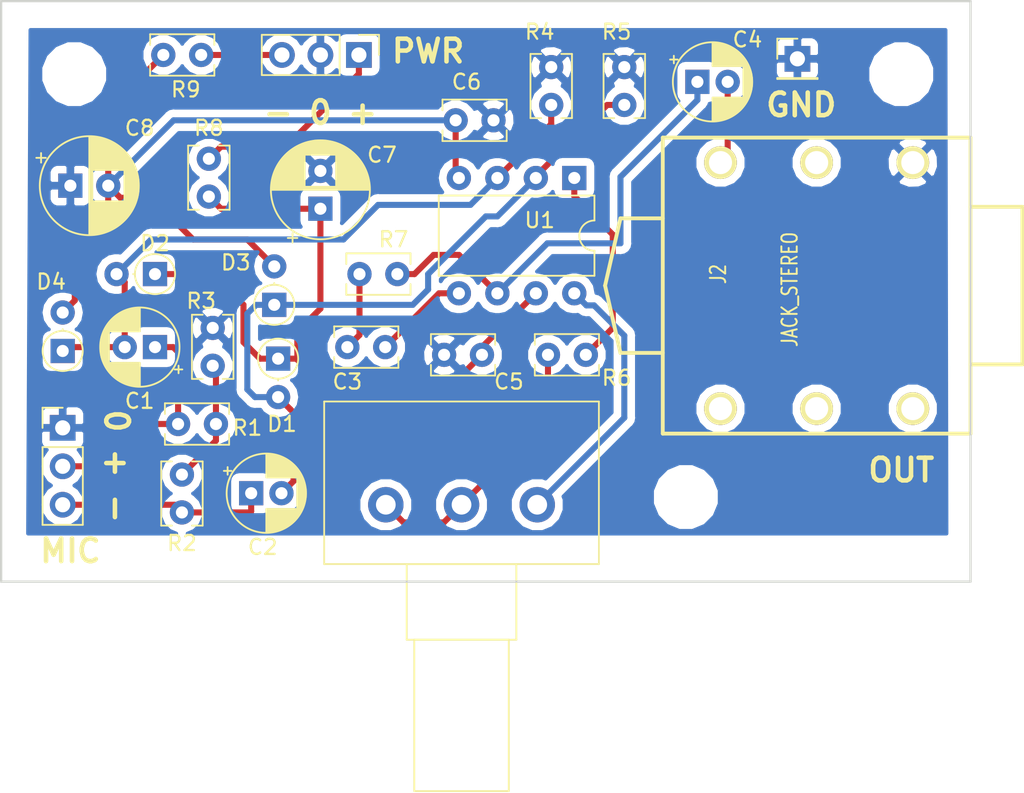
<source format=kicad_pcb>
(kicad_pcb (version 20171130) (host pcbnew 5.0.2-bee76a0~70~ubuntu18.04.1)

  (general
    (thickness 1.6)
    (drawings 10)
    (tracks 110)
    (zones 0)
    (modules 30)
    (nets 18)
  )

  (page A4)
  (layers
    (0 F.Cu signal)
    (31 B.Cu signal)
    (32 B.Adhes user)
    (33 F.Adhes user)
    (34 B.Paste user)
    (35 F.Paste user)
    (36 B.SilkS user)
    (37 F.SilkS user)
    (38 B.Mask user)
    (39 F.Mask user)
    (40 Dwgs.User user)
    (41 Cmts.User user)
    (42 Eco1.User user)
    (43 Eco2.User user)
    (44 Edge.Cuts user)
    (45 Margin user)
    (46 B.CrtYd user)
    (47 F.CrtYd user)
    (48 B.Fab user)
    (49 F.Fab user)
  )

  (setup
    (last_trace_width 0.4)
    (trace_clearance 0.3)
    (zone_clearance 0.508)
    (zone_45_only no)
    (trace_min 0.2)
    (segment_width 0.15)
    (edge_width 0.15)
    (via_size 1)
    (via_drill 0.6)
    (via_min_size 0.4)
    (via_min_drill 0.3)
    (uvia_size 0.3)
    (uvia_drill 0.1)
    (uvias_allowed no)
    (uvia_min_size 0.2)
    (uvia_min_drill 0.1)
    (pcb_text_width 0.3)
    (pcb_text_size 1.5 1.5)
    (mod_edge_width 0.15)
    (mod_text_size 1 1)
    (mod_text_width 0.15)
    (pad_size 1.524 1.524)
    (pad_drill 0.762)
    (pad_to_mask_clearance 0.051)
    (solder_mask_min_width 0.25)
    (aux_axis_origin 0 0)
    (visible_elements FFFFFF7F)
    (pcbplotparams
      (layerselection 0x010fc_ffffffff)
      (usegerberextensions false)
      (usegerberattributes false)
      (usegerberadvancedattributes false)
      (creategerberjobfile false)
      (excludeedgelayer true)
      (linewidth 0.100000)
      (plotframeref false)
      (viasonmask false)
      (mode 1)
      (useauxorigin false)
      (hpglpennumber 1)
      (hpglpenspeed 20)
      (hpglpendiameter 15.000000)
      (psnegative false)
      (psa4output false)
      (plotreference true)
      (plotvalue true)
      (plotinvisibletext false)
      (padsonsilk false)
      (subtractmaskfromsilk false)
      (outputformat 1)
      (mirror false)
      (drillshape 1)
      (scaleselection 1)
      (outputdirectory ""))
  )

  (net 0 "")
  (net 1 "Net-(C1-Pad1)")
  (net 2 "Net-(C1-Pad2)")
  (net 3 "Net-(C2-Pad2)")
  (net 4 "Net-(C2-Pad1)")
  (net 5 "Net-(C3-Pad1)")
  (net 6 "Net-(C3-Pad2)")
  (net 7 "Net-(C4-Pad1)")
  (net 8 "Net-(C4-Pad2)")
  (net 9 +15V)
  (net 10 Earth)
  (net 11 -15V)
  (net 12 "Net-(J3-Pad1)")
  (net 13 "Net-(J3-Pad3)")
  (net 14 "Net-(R1-Pad2)")
  (net 15 "Net-(R6-Pad2)")
  (net 16 "Net-(R6-Pad1)")
  (net 17 "Net-(RV1-Pad3)")

  (net_class Default "This is the default net class."
    (clearance 0.3)
    (trace_width 0.4)
    (via_dia 1)
    (via_drill 0.6)
    (uvia_dia 0.3)
    (uvia_drill 0.1)
    (add_net +15V)
    (add_net -15V)
    (add_net Earth)
    (add_net "Net-(C1-Pad1)")
    (add_net "Net-(C1-Pad2)")
    (add_net "Net-(C2-Pad1)")
    (add_net "Net-(C2-Pad2)")
    (add_net "Net-(C3-Pad1)")
    (add_net "Net-(C3-Pad2)")
    (add_net "Net-(C4-Pad1)")
    (add_net "Net-(C4-Pad2)")
    (add_net "Net-(J3-Pad1)")
    (add_net "Net-(J3-Pad3)")
    (add_net "Net-(R1-Pad2)")
    (add_net "Net-(R6-Pad1)")
    (add_net "Net-(R6-Pad2)")
    (add_net "Net-(RV1-Pad3)")
  )

  (module Capacitor_THT:CP_Radial_D5.0mm_P2.00mm (layer F.Cu) (tedit 5DA06FE9) (tstamp 5DACE58D)
    (at 96.774 121.158 180)
    (descr "CP, Radial series, Radial, pin pitch=2.00mm, , diameter=5mm, Electrolytic Capacitor")
    (tags "CP Radial series Radial pin pitch 2.00mm  diameter 5mm Electrolytic Capacitor")
    (path /5DA047B7)
    (fp_text reference C1 (at 1.016 -3.556 180) (layer F.SilkS)
      (effects (font (size 1 1) (thickness 0.15)))
    )
    (fp_text value 47uF (at 1 3.75 180) (layer F.Fab) hide
      (effects (font (size 1 1) (thickness 0.15)))
    )
    (fp_circle (center 1 0) (end 3.5 0) (layer F.Fab) (width 0.1))
    (fp_circle (center 1 0) (end 3.62 0) (layer F.SilkS) (width 0.12))
    (fp_circle (center 1 0) (end 3.75 0) (layer F.CrtYd) (width 0.05))
    (fp_line (start -1.133605 -1.0875) (end -0.633605 -1.0875) (layer F.Fab) (width 0.1))
    (fp_line (start -0.883605 -1.3375) (end -0.883605 -0.8375) (layer F.Fab) (width 0.1))
    (fp_line (start 1 1.04) (end 1 2.58) (layer F.SilkS) (width 0.12))
    (fp_line (start 1 -2.58) (end 1 -1.04) (layer F.SilkS) (width 0.12))
    (fp_line (start 1.04 1.04) (end 1.04 2.58) (layer F.SilkS) (width 0.12))
    (fp_line (start 1.04 -2.58) (end 1.04 -1.04) (layer F.SilkS) (width 0.12))
    (fp_line (start 1.08 -2.579) (end 1.08 -1.04) (layer F.SilkS) (width 0.12))
    (fp_line (start 1.08 1.04) (end 1.08 2.579) (layer F.SilkS) (width 0.12))
    (fp_line (start 1.12 -2.578) (end 1.12 -1.04) (layer F.SilkS) (width 0.12))
    (fp_line (start 1.12 1.04) (end 1.12 2.578) (layer F.SilkS) (width 0.12))
    (fp_line (start 1.16 -2.576) (end 1.16 -1.04) (layer F.SilkS) (width 0.12))
    (fp_line (start 1.16 1.04) (end 1.16 2.576) (layer F.SilkS) (width 0.12))
    (fp_line (start 1.2 -2.573) (end 1.2 -1.04) (layer F.SilkS) (width 0.12))
    (fp_line (start 1.2 1.04) (end 1.2 2.573) (layer F.SilkS) (width 0.12))
    (fp_line (start 1.24 -2.569) (end 1.24 -1.04) (layer F.SilkS) (width 0.12))
    (fp_line (start 1.24 1.04) (end 1.24 2.569) (layer F.SilkS) (width 0.12))
    (fp_line (start 1.28 -2.565) (end 1.28 -1.04) (layer F.SilkS) (width 0.12))
    (fp_line (start 1.28 1.04) (end 1.28 2.565) (layer F.SilkS) (width 0.12))
    (fp_line (start 1.32 -2.561) (end 1.32 -1.04) (layer F.SilkS) (width 0.12))
    (fp_line (start 1.32 1.04) (end 1.32 2.561) (layer F.SilkS) (width 0.12))
    (fp_line (start 1.36 -2.556) (end 1.36 -1.04) (layer F.SilkS) (width 0.12))
    (fp_line (start 1.36 1.04) (end 1.36 2.556) (layer F.SilkS) (width 0.12))
    (fp_line (start 1.4 -2.55) (end 1.4 -1.04) (layer F.SilkS) (width 0.12))
    (fp_line (start 1.4 1.04) (end 1.4 2.55) (layer F.SilkS) (width 0.12))
    (fp_line (start 1.44 -2.543) (end 1.44 -1.04) (layer F.SilkS) (width 0.12))
    (fp_line (start 1.44 1.04) (end 1.44 2.543) (layer F.SilkS) (width 0.12))
    (fp_line (start 1.48 -2.536) (end 1.48 -1.04) (layer F.SilkS) (width 0.12))
    (fp_line (start 1.48 1.04) (end 1.48 2.536) (layer F.SilkS) (width 0.12))
    (fp_line (start 1.52 -2.528) (end 1.52 -1.04) (layer F.SilkS) (width 0.12))
    (fp_line (start 1.52 1.04) (end 1.52 2.528) (layer F.SilkS) (width 0.12))
    (fp_line (start 1.56 -2.52) (end 1.56 -1.04) (layer F.SilkS) (width 0.12))
    (fp_line (start 1.56 1.04) (end 1.56 2.52) (layer F.SilkS) (width 0.12))
    (fp_line (start 1.6 -2.511) (end 1.6 -1.04) (layer F.SilkS) (width 0.12))
    (fp_line (start 1.6 1.04) (end 1.6 2.511) (layer F.SilkS) (width 0.12))
    (fp_line (start 1.64 -2.501) (end 1.64 -1.04) (layer F.SilkS) (width 0.12))
    (fp_line (start 1.64 1.04) (end 1.64 2.501) (layer F.SilkS) (width 0.12))
    (fp_line (start 1.68 -2.491) (end 1.68 -1.04) (layer F.SilkS) (width 0.12))
    (fp_line (start 1.68 1.04) (end 1.68 2.491) (layer F.SilkS) (width 0.12))
    (fp_line (start 1.721 -2.48) (end 1.721 -1.04) (layer F.SilkS) (width 0.12))
    (fp_line (start 1.721 1.04) (end 1.721 2.48) (layer F.SilkS) (width 0.12))
    (fp_line (start 1.761 -2.468) (end 1.761 -1.04) (layer F.SilkS) (width 0.12))
    (fp_line (start 1.761 1.04) (end 1.761 2.468) (layer F.SilkS) (width 0.12))
    (fp_line (start 1.801 -2.455) (end 1.801 -1.04) (layer F.SilkS) (width 0.12))
    (fp_line (start 1.801 1.04) (end 1.801 2.455) (layer F.SilkS) (width 0.12))
    (fp_line (start 1.841 -2.442) (end 1.841 -1.04) (layer F.SilkS) (width 0.12))
    (fp_line (start 1.841 1.04) (end 1.841 2.442) (layer F.SilkS) (width 0.12))
    (fp_line (start 1.881 -2.428) (end 1.881 -1.04) (layer F.SilkS) (width 0.12))
    (fp_line (start 1.881 1.04) (end 1.881 2.428) (layer F.SilkS) (width 0.12))
    (fp_line (start 1.921 -2.414) (end 1.921 -1.04) (layer F.SilkS) (width 0.12))
    (fp_line (start 1.921 1.04) (end 1.921 2.414) (layer F.SilkS) (width 0.12))
    (fp_line (start 1.961 -2.398) (end 1.961 -1.04) (layer F.SilkS) (width 0.12))
    (fp_line (start 1.961 1.04) (end 1.961 2.398) (layer F.SilkS) (width 0.12))
    (fp_line (start 2.001 -2.382) (end 2.001 -1.04) (layer F.SilkS) (width 0.12))
    (fp_line (start 2.001 1.04) (end 2.001 2.382) (layer F.SilkS) (width 0.12))
    (fp_line (start 2.041 -2.365) (end 2.041 -1.04) (layer F.SilkS) (width 0.12))
    (fp_line (start 2.041 1.04) (end 2.041 2.365) (layer F.SilkS) (width 0.12))
    (fp_line (start 2.081 -2.348) (end 2.081 -1.04) (layer F.SilkS) (width 0.12))
    (fp_line (start 2.081 1.04) (end 2.081 2.348) (layer F.SilkS) (width 0.12))
    (fp_line (start 2.121 -2.329) (end 2.121 -1.04) (layer F.SilkS) (width 0.12))
    (fp_line (start 2.121 1.04) (end 2.121 2.329) (layer F.SilkS) (width 0.12))
    (fp_line (start 2.161 -2.31) (end 2.161 -1.04) (layer F.SilkS) (width 0.12))
    (fp_line (start 2.161 1.04) (end 2.161 2.31) (layer F.SilkS) (width 0.12))
    (fp_line (start 2.201 -2.29) (end 2.201 -1.04) (layer F.SilkS) (width 0.12))
    (fp_line (start 2.201 1.04) (end 2.201 2.29) (layer F.SilkS) (width 0.12))
    (fp_line (start 2.241 -2.268) (end 2.241 -1.04) (layer F.SilkS) (width 0.12))
    (fp_line (start 2.241 1.04) (end 2.241 2.268) (layer F.SilkS) (width 0.12))
    (fp_line (start 2.281 -2.247) (end 2.281 -1.04) (layer F.SilkS) (width 0.12))
    (fp_line (start 2.281 1.04) (end 2.281 2.247) (layer F.SilkS) (width 0.12))
    (fp_line (start 2.321 -2.224) (end 2.321 -1.04) (layer F.SilkS) (width 0.12))
    (fp_line (start 2.321 1.04) (end 2.321 2.224) (layer F.SilkS) (width 0.12))
    (fp_line (start 2.361 -2.2) (end 2.361 -1.04) (layer F.SilkS) (width 0.12))
    (fp_line (start 2.361 1.04) (end 2.361 2.2) (layer F.SilkS) (width 0.12))
    (fp_line (start 2.401 -2.175) (end 2.401 -1.04) (layer F.SilkS) (width 0.12))
    (fp_line (start 2.401 1.04) (end 2.401 2.175) (layer F.SilkS) (width 0.12))
    (fp_line (start 2.441 -2.149) (end 2.441 -1.04) (layer F.SilkS) (width 0.12))
    (fp_line (start 2.441 1.04) (end 2.441 2.149) (layer F.SilkS) (width 0.12))
    (fp_line (start 2.481 -2.122) (end 2.481 -1.04) (layer F.SilkS) (width 0.12))
    (fp_line (start 2.481 1.04) (end 2.481 2.122) (layer F.SilkS) (width 0.12))
    (fp_line (start 2.521 -2.095) (end 2.521 -1.04) (layer F.SilkS) (width 0.12))
    (fp_line (start 2.521 1.04) (end 2.521 2.095) (layer F.SilkS) (width 0.12))
    (fp_line (start 2.561 -2.065) (end 2.561 -1.04) (layer F.SilkS) (width 0.12))
    (fp_line (start 2.561 1.04) (end 2.561 2.065) (layer F.SilkS) (width 0.12))
    (fp_line (start 2.601 -2.035) (end 2.601 -1.04) (layer F.SilkS) (width 0.12))
    (fp_line (start 2.601 1.04) (end 2.601 2.035) (layer F.SilkS) (width 0.12))
    (fp_line (start 2.641 -2.004) (end 2.641 -1.04) (layer F.SilkS) (width 0.12))
    (fp_line (start 2.641 1.04) (end 2.641 2.004) (layer F.SilkS) (width 0.12))
    (fp_line (start 2.681 -1.971) (end 2.681 -1.04) (layer F.SilkS) (width 0.12))
    (fp_line (start 2.681 1.04) (end 2.681 1.971) (layer F.SilkS) (width 0.12))
    (fp_line (start 2.721 -1.937) (end 2.721 -1.04) (layer F.SilkS) (width 0.12))
    (fp_line (start 2.721 1.04) (end 2.721 1.937) (layer F.SilkS) (width 0.12))
    (fp_line (start 2.761 -1.901) (end 2.761 -1.04) (layer F.SilkS) (width 0.12))
    (fp_line (start 2.761 1.04) (end 2.761 1.901) (layer F.SilkS) (width 0.12))
    (fp_line (start 2.801 -1.864) (end 2.801 -1.04) (layer F.SilkS) (width 0.12))
    (fp_line (start 2.801 1.04) (end 2.801 1.864) (layer F.SilkS) (width 0.12))
    (fp_line (start 2.841 -1.826) (end 2.841 -1.04) (layer F.SilkS) (width 0.12))
    (fp_line (start 2.841 1.04) (end 2.841 1.826) (layer F.SilkS) (width 0.12))
    (fp_line (start 2.881 -1.785) (end 2.881 -1.04) (layer F.SilkS) (width 0.12))
    (fp_line (start 2.881 1.04) (end 2.881 1.785) (layer F.SilkS) (width 0.12))
    (fp_line (start 2.921 -1.743) (end 2.921 -1.04) (layer F.SilkS) (width 0.12))
    (fp_line (start 2.921 1.04) (end 2.921 1.743) (layer F.SilkS) (width 0.12))
    (fp_line (start 2.961 -1.699) (end 2.961 -1.04) (layer F.SilkS) (width 0.12))
    (fp_line (start 2.961 1.04) (end 2.961 1.699) (layer F.SilkS) (width 0.12))
    (fp_line (start 3.001 -1.653) (end 3.001 -1.04) (layer F.SilkS) (width 0.12))
    (fp_line (start 3.001 1.04) (end 3.001 1.653) (layer F.SilkS) (width 0.12))
    (fp_line (start 3.041 -1.605) (end 3.041 1.605) (layer F.SilkS) (width 0.12))
    (fp_line (start 3.081 -1.554) (end 3.081 1.554) (layer F.SilkS) (width 0.12))
    (fp_line (start 3.121 -1.5) (end 3.121 1.5) (layer F.SilkS) (width 0.12))
    (fp_line (start 3.161 -1.443) (end 3.161 1.443) (layer F.SilkS) (width 0.12))
    (fp_line (start 3.201 -1.383) (end 3.201 1.383) (layer F.SilkS) (width 0.12))
    (fp_line (start 3.241 -1.319) (end 3.241 1.319) (layer F.SilkS) (width 0.12))
    (fp_line (start 3.281 -1.251) (end 3.281 1.251) (layer F.SilkS) (width 0.12))
    (fp_line (start 3.321 -1.178) (end 3.321 1.178) (layer F.SilkS) (width 0.12))
    (fp_line (start 3.361 -1.098) (end 3.361 1.098) (layer F.SilkS) (width 0.12))
    (fp_line (start 3.401 -1.011) (end 3.401 1.011) (layer F.SilkS) (width 0.12))
    (fp_line (start 3.441 -0.915) (end 3.441 0.915) (layer F.SilkS) (width 0.12))
    (fp_line (start 3.481 -0.805) (end 3.481 0.805) (layer F.SilkS) (width 0.12))
    (fp_line (start 3.521 -0.677) (end 3.521 0.677) (layer F.SilkS) (width 0.12))
    (fp_line (start 3.561 -0.518) (end 3.561 0.518) (layer F.SilkS) (width 0.12))
    (fp_line (start 3.601 -0.284) (end 3.601 0.284) (layer F.SilkS) (width 0.12))
    (fp_line (start -1.804775 -1.475) (end -1.304775 -1.475) (layer F.SilkS) (width 0.12))
    (fp_line (start -1.554775 -1.725) (end -1.554775 -1.225) (layer F.SilkS) (width 0.12))
    (fp_text user %R (at 1 0 180) (layer F.Fab) hide
      (effects (font (size 1 1) (thickness 0.15)))
    )
    (pad 1 thru_hole rect (at 0 0 180) (size 1.6 1.6) (drill 0.8) (layers *.Cu *.Mask)
      (net 1 "Net-(C1-Pad1)"))
    (pad 2 thru_hole circle (at 2 0 180) (size 1.6 1.6) (drill 0.8) (layers *.Cu *.Mask)
      (net 2 "Net-(C1-Pad2)"))
    (model ${KISYS3DMOD}/Capacitor_THT.3dshapes/CP_Radial_D5.0mm_P2.00mm.wrl
      (at (xyz 0 0 0))
      (scale (xyz 1 1 1))
      (rotate (xyz 0 0 0))
    )
  )

  (module Capacitor_THT:CP_Radial_D5.0mm_P2.00mm (layer F.Cu) (tedit 5DA06FED) (tstamp 5DACE610)
    (at 103.124 130.81)
    (descr "CP, Radial series, Radial, pin pitch=2.00mm, , diameter=5mm, Electrolytic Capacitor")
    (tags "CP Radial series Radial pin pitch 2.00mm  diameter 5mm Electrolytic Capacitor")
    (path /5DA04851)
    (fp_text reference C2 (at 0.762 3.556) (layer F.SilkS)
      (effects (font (size 1 1) (thickness 0.15)))
    )
    (fp_text value 47uF (at 1 3.75) (layer F.Fab) hide
      (effects (font (size 1 1) (thickness 0.15)))
    )
    (fp_text user %R (at 1 0) (layer F.Fab) hide
      (effects (font (size 1 1) (thickness 0.15)))
    )
    (fp_line (start -1.554775 -1.725) (end -1.554775 -1.225) (layer F.SilkS) (width 0.12))
    (fp_line (start -1.804775 -1.475) (end -1.304775 -1.475) (layer F.SilkS) (width 0.12))
    (fp_line (start 3.601 -0.284) (end 3.601 0.284) (layer F.SilkS) (width 0.12))
    (fp_line (start 3.561 -0.518) (end 3.561 0.518) (layer F.SilkS) (width 0.12))
    (fp_line (start 3.521 -0.677) (end 3.521 0.677) (layer F.SilkS) (width 0.12))
    (fp_line (start 3.481 -0.805) (end 3.481 0.805) (layer F.SilkS) (width 0.12))
    (fp_line (start 3.441 -0.915) (end 3.441 0.915) (layer F.SilkS) (width 0.12))
    (fp_line (start 3.401 -1.011) (end 3.401 1.011) (layer F.SilkS) (width 0.12))
    (fp_line (start 3.361 -1.098) (end 3.361 1.098) (layer F.SilkS) (width 0.12))
    (fp_line (start 3.321 -1.178) (end 3.321 1.178) (layer F.SilkS) (width 0.12))
    (fp_line (start 3.281 -1.251) (end 3.281 1.251) (layer F.SilkS) (width 0.12))
    (fp_line (start 3.241 -1.319) (end 3.241 1.319) (layer F.SilkS) (width 0.12))
    (fp_line (start 3.201 -1.383) (end 3.201 1.383) (layer F.SilkS) (width 0.12))
    (fp_line (start 3.161 -1.443) (end 3.161 1.443) (layer F.SilkS) (width 0.12))
    (fp_line (start 3.121 -1.5) (end 3.121 1.5) (layer F.SilkS) (width 0.12))
    (fp_line (start 3.081 -1.554) (end 3.081 1.554) (layer F.SilkS) (width 0.12))
    (fp_line (start 3.041 -1.605) (end 3.041 1.605) (layer F.SilkS) (width 0.12))
    (fp_line (start 3.001 1.04) (end 3.001 1.653) (layer F.SilkS) (width 0.12))
    (fp_line (start 3.001 -1.653) (end 3.001 -1.04) (layer F.SilkS) (width 0.12))
    (fp_line (start 2.961 1.04) (end 2.961 1.699) (layer F.SilkS) (width 0.12))
    (fp_line (start 2.961 -1.699) (end 2.961 -1.04) (layer F.SilkS) (width 0.12))
    (fp_line (start 2.921 1.04) (end 2.921 1.743) (layer F.SilkS) (width 0.12))
    (fp_line (start 2.921 -1.743) (end 2.921 -1.04) (layer F.SilkS) (width 0.12))
    (fp_line (start 2.881 1.04) (end 2.881 1.785) (layer F.SilkS) (width 0.12))
    (fp_line (start 2.881 -1.785) (end 2.881 -1.04) (layer F.SilkS) (width 0.12))
    (fp_line (start 2.841 1.04) (end 2.841 1.826) (layer F.SilkS) (width 0.12))
    (fp_line (start 2.841 -1.826) (end 2.841 -1.04) (layer F.SilkS) (width 0.12))
    (fp_line (start 2.801 1.04) (end 2.801 1.864) (layer F.SilkS) (width 0.12))
    (fp_line (start 2.801 -1.864) (end 2.801 -1.04) (layer F.SilkS) (width 0.12))
    (fp_line (start 2.761 1.04) (end 2.761 1.901) (layer F.SilkS) (width 0.12))
    (fp_line (start 2.761 -1.901) (end 2.761 -1.04) (layer F.SilkS) (width 0.12))
    (fp_line (start 2.721 1.04) (end 2.721 1.937) (layer F.SilkS) (width 0.12))
    (fp_line (start 2.721 -1.937) (end 2.721 -1.04) (layer F.SilkS) (width 0.12))
    (fp_line (start 2.681 1.04) (end 2.681 1.971) (layer F.SilkS) (width 0.12))
    (fp_line (start 2.681 -1.971) (end 2.681 -1.04) (layer F.SilkS) (width 0.12))
    (fp_line (start 2.641 1.04) (end 2.641 2.004) (layer F.SilkS) (width 0.12))
    (fp_line (start 2.641 -2.004) (end 2.641 -1.04) (layer F.SilkS) (width 0.12))
    (fp_line (start 2.601 1.04) (end 2.601 2.035) (layer F.SilkS) (width 0.12))
    (fp_line (start 2.601 -2.035) (end 2.601 -1.04) (layer F.SilkS) (width 0.12))
    (fp_line (start 2.561 1.04) (end 2.561 2.065) (layer F.SilkS) (width 0.12))
    (fp_line (start 2.561 -2.065) (end 2.561 -1.04) (layer F.SilkS) (width 0.12))
    (fp_line (start 2.521 1.04) (end 2.521 2.095) (layer F.SilkS) (width 0.12))
    (fp_line (start 2.521 -2.095) (end 2.521 -1.04) (layer F.SilkS) (width 0.12))
    (fp_line (start 2.481 1.04) (end 2.481 2.122) (layer F.SilkS) (width 0.12))
    (fp_line (start 2.481 -2.122) (end 2.481 -1.04) (layer F.SilkS) (width 0.12))
    (fp_line (start 2.441 1.04) (end 2.441 2.149) (layer F.SilkS) (width 0.12))
    (fp_line (start 2.441 -2.149) (end 2.441 -1.04) (layer F.SilkS) (width 0.12))
    (fp_line (start 2.401 1.04) (end 2.401 2.175) (layer F.SilkS) (width 0.12))
    (fp_line (start 2.401 -2.175) (end 2.401 -1.04) (layer F.SilkS) (width 0.12))
    (fp_line (start 2.361 1.04) (end 2.361 2.2) (layer F.SilkS) (width 0.12))
    (fp_line (start 2.361 -2.2) (end 2.361 -1.04) (layer F.SilkS) (width 0.12))
    (fp_line (start 2.321 1.04) (end 2.321 2.224) (layer F.SilkS) (width 0.12))
    (fp_line (start 2.321 -2.224) (end 2.321 -1.04) (layer F.SilkS) (width 0.12))
    (fp_line (start 2.281 1.04) (end 2.281 2.247) (layer F.SilkS) (width 0.12))
    (fp_line (start 2.281 -2.247) (end 2.281 -1.04) (layer F.SilkS) (width 0.12))
    (fp_line (start 2.241 1.04) (end 2.241 2.268) (layer F.SilkS) (width 0.12))
    (fp_line (start 2.241 -2.268) (end 2.241 -1.04) (layer F.SilkS) (width 0.12))
    (fp_line (start 2.201 1.04) (end 2.201 2.29) (layer F.SilkS) (width 0.12))
    (fp_line (start 2.201 -2.29) (end 2.201 -1.04) (layer F.SilkS) (width 0.12))
    (fp_line (start 2.161 1.04) (end 2.161 2.31) (layer F.SilkS) (width 0.12))
    (fp_line (start 2.161 -2.31) (end 2.161 -1.04) (layer F.SilkS) (width 0.12))
    (fp_line (start 2.121 1.04) (end 2.121 2.329) (layer F.SilkS) (width 0.12))
    (fp_line (start 2.121 -2.329) (end 2.121 -1.04) (layer F.SilkS) (width 0.12))
    (fp_line (start 2.081 1.04) (end 2.081 2.348) (layer F.SilkS) (width 0.12))
    (fp_line (start 2.081 -2.348) (end 2.081 -1.04) (layer F.SilkS) (width 0.12))
    (fp_line (start 2.041 1.04) (end 2.041 2.365) (layer F.SilkS) (width 0.12))
    (fp_line (start 2.041 -2.365) (end 2.041 -1.04) (layer F.SilkS) (width 0.12))
    (fp_line (start 2.001 1.04) (end 2.001 2.382) (layer F.SilkS) (width 0.12))
    (fp_line (start 2.001 -2.382) (end 2.001 -1.04) (layer F.SilkS) (width 0.12))
    (fp_line (start 1.961 1.04) (end 1.961 2.398) (layer F.SilkS) (width 0.12))
    (fp_line (start 1.961 -2.398) (end 1.961 -1.04) (layer F.SilkS) (width 0.12))
    (fp_line (start 1.921 1.04) (end 1.921 2.414) (layer F.SilkS) (width 0.12))
    (fp_line (start 1.921 -2.414) (end 1.921 -1.04) (layer F.SilkS) (width 0.12))
    (fp_line (start 1.881 1.04) (end 1.881 2.428) (layer F.SilkS) (width 0.12))
    (fp_line (start 1.881 -2.428) (end 1.881 -1.04) (layer F.SilkS) (width 0.12))
    (fp_line (start 1.841 1.04) (end 1.841 2.442) (layer F.SilkS) (width 0.12))
    (fp_line (start 1.841 -2.442) (end 1.841 -1.04) (layer F.SilkS) (width 0.12))
    (fp_line (start 1.801 1.04) (end 1.801 2.455) (layer F.SilkS) (width 0.12))
    (fp_line (start 1.801 -2.455) (end 1.801 -1.04) (layer F.SilkS) (width 0.12))
    (fp_line (start 1.761 1.04) (end 1.761 2.468) (layer F.SilkS) (width 0.12))
    (fp_line (start 1.761 -2.468) (end 1.761 -1.04) (layer F.SilkS) (width 0.12))
    (fp_line (start 1.721 1.04) (end 1.721 2.48) (layer F.SilkS) (width 0.12))
    (fp_line (start 1.721 -2.48) (end 1.721 -1.04) (layer F.SilkS) (width 0.12))
    (fp_line (start 1.68 1.04) (end 1.68 2.491) (layer F.SilkS) (width 0.12))
    (fp_line (start 1.68 -2.491) (end 1.68 -1.04) (layer F.SilkS) (width 0.12))
    (fp_line (start 1.64 1.04) (end 1.64 2.501) (layer F.SilkS) (width 0.12))
    (fp_line (start 1.64 -2.501) (end 1.64 -1.04) (layer F.SilkS) (width 0.12))
    (fp_line (start 1.6 1.04) (end 1.6 2.511) (layer F.SilkS) (width 0.12))
    (fp_line (start 1.6 -2.511) (end 1.6 -1.04) (layer F.SilkS) (width 0.12))
    (fp_line (start 1.56 1.04) (end 1.56 2.52) (layer F.SilkS) (width 0.12))
    (fp_line (start 1.56 -2.52) (end 1.56 -1.04) (layer F.SilkS) (width 0.12))
    (fp_line (start 1.52 1.04) (end 1.52 2.528) (layer F.SilkS) (width 0.12))
    (fp_line (start 1.52 -2.528) (end 1.52 -1.04) (layer F.SilkS) (width 0.12))
    (fp_line (start 1.48 1.04) (end 1.48 2.536) (layer F.SilkS) (width 0.12))
    (fp_line (start 1.48 -2.536) (end 1.48 -1.04) (layer F.SilkS) (width 0.12))
    (fp_line (start 1.44 1.04) (end 1.44 2.543) (layer F.SilkS) (width 0.12))
    (fp_line (start 1.44 -2.543) (end 1.44 -1.04) (layer F.SilkS) (width 0.12))
    (fp_line (start 1.4 1.04) (end 1.4 2.55) (layer F.SilkS) (width 0.12))
    (fp_line (start 1.4 -2.55) (end 1.4 -1.04) (layer F.SilkS) (width 0.12))
    (fp_line (start 1.36 1.04) (end 1.36 2.556) (layer F.SilkS) (width 0.12))
    (fp_line (start 1.36 -2.556) (end 1.36 -1.04) (layer F.SilkS) (width 0.12))
    (fp_line (start 1.32 1.04) (end 1.32 2.561) (layer F.SilkS) (width 0.12))
    (fp_line (start 1.32 -2.561) (end 1.32 -1.04) (layer F.SilkS) (width 0.12))
    (fp_line (start 1.28 1.04) (end 1.28 2.565) (layer F.SilkS) (width 0.12))
    (fp_line (start 1.28 -2.565) (end 1.28 -1.04) (layer F.SilkS) (width 0.12))
    (fp_line (start 1.24 1.04) (end 1.24 2.569) (layer F.SilkS) (width 0.12))
    (fp_line (start 1.24 -2.569) (end 1.24 -1.04) (layer F.SilkS) (width 0.12))
    (fp_line (start 1.2 1.04) (end 1.2 2.573) (layer F.SilkS) (width 0.12))
    (fp_line (start 1.2 -2.573) (end 1.2 -1.04) (layer F.SilkS) (width 0.12))
    (fp_line (start 1.16 1.04) (end 1.16 2.576) (layer F.SilkS) (width 0.12))
    (fp_line (start 1.16 -2.576) (end 1.16 -1.04) (layer F.SilkS) (width 0.12))
    (fp_line (start 1.12 1.04) (end 1.12 2.578) (layer F.SilkS) (width 0.12))
    (fp_line (start 1.12 -2.578) (end 1.12 -1.04) (layer F.SilkS) (width 0.12))
    (fp_line (start 1.08 1.04) (end 1.08 2.579) (layer F.SilkS) (width 0.12))
    (fp_line (start 1.08 -2.579) (end 1.08 -1.04) (layer F.SilkS) (width 0.12))
    (fp_line (start 1.04 -2.58) (end 1.04 -1.04) (layer F.SilkS) (width 0.12))
    (fp_line (start 1.04 1.04) (end 1.04 2.58) (layer F.SilkS) (width 0.12))
    (fp_line (start 1 -2.58) (end 1 -1.04) (layer F.SilkS) (width 0.12))
    (fp_line (start 1 1.04) (end 1 2.58) (layer F.SilkS) (width 0.12))
    (fp_line (start -0.883605 -1.3375) (end -0.883605 -0.8375) (layer F.Fab) (width 0.1))
    (fp_line (start -1.133605 -1.0875) (end -0.633605 -1.0875) (layer F.Fab) (width 0.1))
    (fp_circle (center 1 0) (end 3.75 0) (layer F.CrtYd) (width 0.05))
    (fp_circle (center 1 0) (end 3.62 0) (layer F.SilkS) (width 0.12))
    (fp_circle (center 1 0) (end 3.5 0) (layer F.Fab) (width 0.1))
    (pad 2 thru_hole circle (at 2 0) (size 1.6 1.6) (drill 0.8) (layers *.Cu *.Mask)
      (net 3 "Net-(C2-Pad2)"))
    (pad 1 thru_hole rect (at 0 0) (size 1.6 1.6) (drill 0.8) (layers *.Cu *.Mask)
      (net 4 "Net-(C2-Pad1)"))
    (model ${KISYS3DMOD}/Capacitor_THT.3dshapes/CP_Radial_D5.0mm_P2.00mm.wrl
      (at (xyz 0 0 0))
      (scale (xyz 1 1 1))
      (rotate (xyz 0 0 0))
    )
  )

  (module Capacitor_THT:C_Rect_L4.0mm_W2.5mm_P2.50mm (layer F.Cu) (tedit 5DA06F11) (tstamp 5DACE625)
    (at 109.474 121.158)
    (descr "C, Rect series, Radial, pin pitch=2.50mm, , length*width=4*2.5mm^2, Capacitor")
    (tags "C Rect series Radial pin pitch 2.50mm  length 4mm width 2.5mm Capacitor")
    (path /5DA055C8)
    (fp_text reference C3 (at 0 2.286) (layer F.SilkS)
      (effects (font (size 1 1) (thickness 0.15)))
    )
    (fp_text value 100n (at 1.25 2.5) (layer F.Fab) hide
      (effects (font (size 1 1) (thickness 0.15)))
    )
    (fp_line (start -0.75 -1.25) (end -0.75 1.25) (layer F.Fab) (width 0.1))
    (fp_line (start -0.75 1.25) (end 3.25 1.25) (layer F.Fab) (width 0.1))
    (fp_line (start 3.25 1.25) (end 3.25 -1.25) (layer F.Fab) (width 0.1))
    (fp_line (start 3.25 -1.25) (end -0.75 -1.25) (layer F.Fab) (width 0.1))
    (fp_line (start -0.87 -1.37) (end 3.37 -1.37) (layer F.SilkS) (width 0.12))
    (fp_line (start -0.87 1.37) (end 3.37 1.37) (layer F.SilkS) (width 0.12))
    (fp_line (start -0.87 -1.37) (end -0.87 -0.665) (layer F.SilkS) (width 0.12))
    (fp_line (start -0.87 0.665) (end -0.87 1.37) (layer F.SilkS) (width 0.12))
    (fp_line (start 3.37 -1.37) (end 3.37 -0.665) (layer F.SilkS) (width 0.12))
    (fp_line (start 3.37 0.665) (end 3.37 1.37) (layer F.SilkS) (width 0.12))
    (fp_line (start -1.05 -1.5) (end -1.05 1.5) (layer F.CrtYd) (width 0.05))
    (fp_line (start -1.05 1.5) (end 3.55 1.5) (layer F.CrtYd) (width 0.05))
    (fp_line (start 3.55 1.5) (end 3.55 -1.5) (layer F.CrtYd) (width 0.05))
    (fp_line (start 3.55 -1.5) (end -1.05 -1.5) (layer F.CrtYd) (width 0.05))
    (fp_text user %R (at 5.334 2.794) (layer F.Fab) hide
      (effects (font (size 0.8 0.8) (thickness 0.12)))
    )
    (pad 1 thru_hole circle (at 0 0) (size 1.6 1.6) (drill 0.8) (layers *.Cu *.Mask)
      (net 5 "Net-(C3-Pad1)"))
    (pad 2 thru_hole circle (at 2.5 0) (size 1.6 1.6) (drill 0.8) (layers *.Cu *.Mask)
      (net 6 "Net-(C3-Pad2)"))
    (model ${KISYS3DMOD}/Capacitor_THT.3dshapes/C_Rect_L4.0mm_W2.5mm_P2.50mm.wrl
      (at (xyz 0 0 0))
      (scale (xyz 1 1 1))
      (rotate (xyz 0 0 0))
    )
  )

  (module Capacitor_THT:CP_Radial_D5.0mm_P2.00mm (layer F.Cu) (tedit 5DA07019) (tstamp 5DAD0306)
    (at 132.588 103.632)
    (descr "CP, Radial series, Radial, pin pitch=2.00mm, , diameter=5mm, Electrolytic Capacitor")
    (tags "CP Radial series Radial pin pitch 2.00mm  diameter 5mm Electrolytic Capacitor")
    (path /5DA05D5F)
    (fp_text reference C4 (at 3.302 -2.794) (layer F.SilkS)
      (effects (font (size 1 1) (thickness 0.15)))
    )
    (fp_text value 1uF (at 1 3.75) (layer F.Fab) hide
      (effects (font (size 1 1) (thickness 0.15)))
    )
    (fp_circle (center 1 0) (end 3.5 0) (layer F.Fab) (width 0.1))
    (fp_circle (center 1 0) (end 3.62 0) (layer F.SilkS) (width 0.12))
    (fp_circle (center 1 0) (end 3.75 0) (layer F.CrtYd) (width 0.05))
    (fp_line (start -1.133605 -1.0875) (end -0.633605 -1.0875) (layer F.Fab) (width 0.1))
    (fp_line (start -0.883605 -1.3375) (end -0.883605 -0.8375) (layer F.Fab) (width 0.1))
    (fp_line (start 1 1.04) (end 1 2.58) (layer F.SilkS) (width 0.12))
    (fp_line (start 1 -2.58) (end 1 -1.04) (layer F.SilkS) (width 0.12))
    (fp_line (start 1.04 1.04) (end 1.04 2.58) (layer F.SilkS) (width 0.12))
    (fp_line (start 1.04 -2.58) (end 1.04 -1.04) (layer F.SilkS) (width 0.12))
    (fp_line (start 1.08 -2.579) (end 1.08 -1.04) (layer F.SilkS) (width 0.12))
    (fp_line (start 1.08 1.04) (end 1.08 2.579) (layer F.SilkS) (width 0.12))
    (fp_line (start 1.12 -2.578) (end 1.12 -1.04) (layer F.SilkS) (width 0.12))
    (fp_line (start 1.12 1.04) (end 1.12 2.578) (layer F.SilkS) (width 0.12))
    (fp_line (start 1.16 -2.576) (end 1.16 -1.04) (layer F.SilkS) (width 0.12))
    (fp_line (start 1.16 1.04) (end 1.16 2.576) (layer F.SilkS) (width 0.12))
    (fp_line (start 1.2 -2.573) (end 1.2 -1.04) (layer F.SilkS) (width 0.12))
    (fp_line (start 1.2 1.04) (end 1.2 2.573) (layer F.SilkS) (width 0.12))
    (fp_line (start 1.24 -2.569) (end 1.24 -1.04) (layer F.SilkS) (width 0.12))
    (fp_line (start 1.24 1.04) (end 1.24 2.569) (layer F.SilkS) (width 0.12))
    (fp_line (start 1.28 -2.565) (end 1.28 -1.04) (layer F.SilkS) (width 0.12))
    (fp_line (start 1.28 1.04) (end 1.28 2.565) (layer F.SilkS) (width 0.12))
    (fp_line (start 1.32 -2.561) (end 1.32 -1.04) (layer F.SilkS) (width 0.12))
    (fp_line (start 1.32 1.04) (end 1.32 2.561) (layer F.SilkS) (width 0.12))
    (fp_line (start 1.36 -2.556) (end 1.36 -1.04) (layer F.SilkS) (width 0.12))
    (fp_line (start 1.36 1.04) (end 1.36 2.556) (layer F.SilkS) (width 0.12))
    (fp_line (start 1.4 -2.55) (end 1.4 -1.04) (layer F.SilkS) (width 0.12))
    (fp_line (start 1.4 1.04) (end 1.4 2.55) (layer F.SilkS) (width 0.12))
    (fp_line (start 1.44 -2.543) (end 1.44 -1.04) (layer F.SilkS) (width 0.12))
    (fp_line (start 1.44 1.04) (end 1.44 2.543) (layer F.SilkS) (width 0.12))
    (fp_line (start 1.48 -2.536) (end 1.48 -1.04) (layer F.SilkS) (width 0.12))
    (fp_line (start 1.48 1.04) (end 1.48 2.536) (layer F.SilkS) (width 0.12))
    (fp_line (start 1.52 -2.528) (end 1.52 -1.04) (layer F.SilkS) (width 0.12))
    (fp_line (start 1.52 1.04) (end 1.52 2.528) (layer F.SilkS) (width 0.12))
    (fp_line (start 1.56 -2.52) (end 1.56 -1.04) (layer F.SilkS) (width 0.12))
    (fp_line (start 1.56 1.04) (end 1.56 2.52) (layer F.SilkS) (width 0.12))
    (fp_line (start 1.6 -2.511) (end 1.6 -1.04) (layer F.SilkS) (width 0.12))
    (fp_line (start 1.6 1.04) (end 1.6 2.511) (layer F.SilkS) (width 0.12))
    (fp_line (start 1.64 -2.501) (end 1.64 -1.04) (layer F.SilkS) (width 0.12))
    (fp_line (start 1.64 1.04) (end 1.64 2.501) (layer F.SilkS) (width 0.12))
    (fp_line (start 1.68 -2.491) (end 1.68 -1.04) (layer F.SilkS) (width 0.12))
    (fp_line (start 1.68 1.04) (end 1.68 2.491) (layer F.SilkS) (width 0.12))
    (fp_line (start 1.721 -2.48) (end 1.721 -1.04) (layer F.SilkS) (width 0.12))
    (fp_line (start 1.721 1.04) (end 1.721 2.48) (layer F.SilkS) (width 0.12))
    (fp_line (start 1.761 -2.468) (end 1.761 -1.04) (layer F.SilkS) (width 0.12))
    (fp_line (start 1.761 1.04) (end 1.761 2.468) (layer F.SilkS) (width 0.12))
    (fp_line (start 1.801 -2.455) (end 1.801 -1.04) (layer F.SilkS) (width 0.12))
    (fp_line (start 1.801 1.04) (end 1.801 2.455) (layer F.SilkS) (width 0.12))
    (fp_line (start 1.841 -2.442) (end 1.841 -1.04) (layer F.SilkS) (width 0.12))
    (fp_line (start 1.841 1.04) (end 1.841 2.442) (layer F.SilkS) (width 0.12))
    (fp_line (start 1.881 -2.428) (end 1.881 -1.04) (layer F.SilkS) (width 0.12))
    (fp_line (start 1.881 1.04) (end 1.881 2.428) (layer F.SilkS) (width 0.12))
    (fp_line (start 1.921 -2.414) (end 1.921 -1.04) (layer F.SilkS) (width 0.12))
    (fp_line (start 1.921 1.04) (end 1.921 2.414) (layer F.SilkS) (width 0.12))
    (fp_line (start 1.961 -2.398) (end 1.961 -1.04) (layer F.SilkS) (width 0.12))
    (fp_line (start 1.961 1.04) (end 1.961 2.398) (layer F.SilkS) (width 0.12))
    (fp_line (start 2.001 -2.382) (end 2.001 -1.04) (layer F.SilkS) (width 0.12))
    (fp_line (start 2.001 1.04) (end 2.001 2.382) (layer F.SilkS) (width 0.12))
    (fp_line (start 2.041 -2.365) (end 2.041 -1.04) (layer F.SilkS) (width 0.12))
    (fp_line (start 2.041 1.04) (end 2.041 2.365) (layer F.SilkS) (width 0.12))
    (fp_line (start 2.081 -2.348) (end 2.081 -1.04) (layer F.SilkS) (width 0.12))
    (fp_line (start 2.081 1.04) (end 2.081 2.348) (layer F.SilkS) (width 0.12))
    (fp_line (start 2.121 -2.329) (end 2.121 -1.04) (layer F.SilkS) (width 0.12))
    (fp_line (start 2.121 1.04) (end 2.121 2.329) (layer F.SilkS) (width 0.12))
    (fp_line (start 2.161 -2.31) (end 2.161 -1.04) (layer F.SilkS) (width 0.12))
    (fp_line (start 2.161 1.04) (end 2.161 2.31) (layer F.SilkS) (width 0.12))
    (fp_line (start 2.201 -2.29) (end 2.201 -1.04) (layer F.SilkS) (width 0.12))
    (fp_line (start 2.201 1.04) (end 2.201 2.29) (layer F.SilkS) (width 0.12))
    (fp_line (start 2.241 -2.268) (end 2.241 -1.04) (layer F.SilkS) (width 0.12))
    (fp_line (start 2.241 1.04) (end 2.241 2.268) (layer F.SilkS) (width 0.12))
    (fp_line (start 2.281 -2.247) (end 2.281 -1.04) (layer F.SilkS) (width 0.12))
    (fp_line (start 2.281 1.04) (end 2.281 2.247) (layer F.SilkS) (width 0.12))
    (fp_line (start 2.321 -2.224) (end 2.321 -1.04) (layer F.SilkS) (width 0.12))
    (fp_line (start 2.321 1.04) (end 2.321 2.224) (layer F.SilkS) (width 0.12))
    (fp_line (start 2.361 -2.2) (end 2.361 -1.04) (layer F.SilkS) (width 0.12))
    (fp_line (start 2.361 1.04) (end 2.361 2.2) (layer F.SilkS) (width 0.12))
    (fp_line (start 2.401 -2.175) (end 2.401 -1.04) (layer F.SilkS) (width 0.12))
    (fp_line (start 2.401 1.04) (end 2.401 2.175) (layer F.SilkS) (width 0.12))
    (fp_line (start 2.441 -2.149) (end 2.441 -1.04) (layer F.SilkS) (width 0.12))
    (fp_line (start 2.441 1.04) (end 2.441 2.149) (layer F.SilkS) (width 0.12))
    (fp_line (start 2.481 -2.122) (end 2.481 -1.04) (layer F.SilkS) (width 0.12))
    (fp_line (start 2.481 1.04) (end 2.481 2.122) (layer F.SilkS) (width 0.12))
    (fp_line (start 2.521 -2.095) (end 2.521 -1.04) (layer F.SilkS) (width 0.12))
    (fp_line (start 2.521 1.04) (end 2.521 2.095) (layer F.SilkS) (width 0.12))
    (fp_line (start 2.561 -2.065) (end 2.561 -1.04) (layer F.SilkS) (width 0.12))
    (fp_line (start 2.561 1.04) (end 2.561 2.065) (layer F.SilkS) (width 0.12))
    (fp_line (start 2.601 -2.035) (end 2.601 -1.04) (layer F.SilkS) (width 0.12))
    (fp_line (start 2.601 1.04) (end 2.601 2.035) (layer F.SilkS) (width 0.12))
    (fp_line (start 2.641 -2.004) (end 2.641 -1.04) (layer F.SilkS) (width 0.12))
    (fp_line (start 2.641 1.04) (end 2.641 2.004) (layer F.SilkS) (width 0.12))
    (fp_line (start 2.681 -1.971) (end 2.681 -1.04) (layer F.SilkS) (width 0.12))
    (fp_line (start 2.681 1.04) (end 2.681 1.971) (layer F.SilkS) (width 0.12))
    (fp_line (start 2.721 -1.937) (end 2.721 -1.04) (layer F.SilkS) (width 0.12))
    (fp_line (start 2.721 1.04) (end 2.721 1.937) (layer F.SilkS) (width 0.12))
    (fp_line (start 2.761 -1.901) (end 2.761 -1.04) (layer F.SilkS) (width 0.12))
    (fp_line (start 2.761 1.04) (end 2.761 1.901) (layer F.SilkS) (width 0.12))
    (fp_line (start 2.801 -1.864) (end 2.801 -1.04) (layer F.SilkS) (width 0.12))
    (fp_line (start 2.801 1.04) (end 2.801 1.864) (layer F.SilkS) (width 0.12))
    (fp_line (start 2.841 -1.826) (end 2.841 -1.04) (layer F.SilkS) (width 0.12))
    (fp_line (start 2.841 1.04) (end 2.841 1.826) (layer F.SilkS) (width 0.12))
    (fp_line (start 2.881 -1.785) (end 2.881 -1.04) (layer F.SilkS) (width 0.12))
    (fp_line (start 2.881 1.04) (end 2.881 1.785) (layer F.SilkS) (width 0.12))
    (fp_line (start 2.921 -1.743) (end 2.921 -1.04) (layer F.SilkS) (width 0.12))
    (fp_line (start 2.921 1.04) (end 2.921 1.743) (layer F.SilkS) (width 0.12))
    (fp_line (start 2.961 -1.699) (end 2.961 -1.04) (layer F.SilkS) (width 0.12))
    (fp_line (start 2.961 1.04) (end 2.961 1.699) (layer F.SilkS) (width 0.12))
    (fp_line (start 3.001 -1.653) (end 3.001 -1.04) (layer F.SilkS) (width 0.12))
    (fp_line (start 3.001 1.04) (end 3.001 1.653) (layer F.SilkS) (width 0.12))
    (fp_line (start 3.041 -1.605) (end 3.041 1.605) (layer F.SilkS) (width 0.12))
    (fp_line (start 3.081 -1.554) (end 3.081 1.554) (layer F.SilkS) (width 0.12))
    (fp_line (start 3.121 -1.5) (end 3.121 1.5) (layer F.SilkS) (width 0.12))
    (fp_line (start 3.161 -1.443) (end 3.161 1.443) (layer F.SilkS) (width 0.12))
    (fp_line (start 3.201 -1.383) (end 3.201 1.383) (layer F.SilkS) (width 0.12))
    (fp_line (start 3.241 -1.319) (end 3.241 1.319) (layer F.SilkS) (width 0.12))
    (fp_line (start 3.281 -1.251) (end 3.281 1.251) (layer F.SilkS) (width 0.12))
    (fp_line (start 3.321 -1.178) (end 3.321 1.178) (layer F.SilkS) (width 0.12))
    (fp_line (start 3.361 -1.098) (end 3.361 1.098) (layer F.SilkS) (width 0.12))
    (fp_line (start 3.401 -1.011) (end 3.401 1.011) (layer F.SilkS) (width 0.12))
    (fp_line (start 3.441 -0.915) (end 3.441 0.915) (layer F.SilkS) (width 0.12))
    (fp_line (start 3.481 -0.805) (end 3.481 0.805) (layer F.SilkS) (width 0.12))
    (fp_line (start 3.521 -0.677) (end 3.521 0.677) (layer F.SilkS) (width 0.12))
    (fp_line (start 3.561 -0.518) (end 3.561 0.518) (layer F.SilkS) (width 0.12))
    (fp_line (start 3.601 -0.284) (end 3.601 0.284) (layer F.SilkS) (width 0.12))
    (fp_line (start -1.804775 -1.475) (end -1.304775 -1.475) (layer F.SilkS) (width 0.12))
    (fp_line (start -1.554775 -1.725) (end -1.554775 -1.225) (layer F.SilkS) (width 0.12))
    (fp_text user %R (at 1 0) (layer F.Fab) hide
      (effects (font (size 1 1) (thickness 0.15)))
    )
    (pad 1 thru_hole rect (at 0 0) (size 1.6 1.6) (drill 0.8) (layers *.Cu *.Mask)
      (net 7 "Net-(C4-Pad1)"))
    (pad 2 thru_hole circle (at 2 0) (size 1.6 1.6) (drill 0.8) (layers *.Cu *.Mask)
      (net 8 "Net-(C4-Pad2)"))
    (model ${KISYS3DMOD}/Capacitor_THT.3dshapes/CP_Radial_D5.0mm_P2.00mm.wrl
      (at (xyz 0 0 0))
      (scale (xyz 1 1 1))
      (rotate (xyz 0 0 0))
    )
  )

  (module Capacitor_THT:C_Rect_L4.0mm_W2.5mm_P2.50mm (layer F.Cu) (tedit 5DA06FCC) (tstamp 5DAE1921)
    (at 118.364 121.666 180)
    (descr "C, Rect series, Radial, pin pitch=2.50mm, , length*width=4*2.5mm^2, Capacitor")
    (tags "C Rect series Radial pin pitch 2.50mm  length 4mm width 2.5mm Capacitor")
    (path /5DA29B1A)
    (fp_text reference C5 (at -1.778 -1.778 180) (layer F.SilkS)
      (effects (font (size 1 1) (thickness 0.15)))
    )
    (fp_text value 100n (at 1.25 2.5 180) (layer F.Fab) hide
      (effects (font (size 1 1) (thickness 0.15)))
    )
    (fp_line (start -0.75 -1.25) (end -0.75 1.25) (layer F.Fab) (width 0.1))
    (fp_line (start -0.75 1.25) (end 3.25 1.25) (layer F.Fab) (width 0.1))
    (fp_line (start 3.25 1.25) (end 3.25 -1.25) (layer F.Fab) (width 0.1))
    (fp_line (start 3.25 -1.25) (end -0.75 -1.25) (layer F.Fab) (width 0.1))
    (fp_line (start -0.87 -1.37) (end 3.37 -1.37) (layer F.SilkS) (width 0.12))
    (fp_line (start -0.87 1.37) (end 3.37 1.37) (layer F.SilkS) (width 0.12))
    (fp_line (start -0.87 -1.37) (end -0.87 -0.665) (layer F.SilkS) (width 0.12))
    (fp_line (start -0.87 0.665) (end -0.87 1.37) (layer F.SilkS) (width 0.12))
    (fp_line (start 3.37 -1.37) (end 3.37 -0.665) (layer F.SilkS) (width 0.12))
    (fp_line (start 3.37 0.665) (end 3.37 1.37) (layer F.SilkS) (width 0.12))
    (fp_line (start -1.05 -1.5) (end -1.05 1.5) (layer F.CrtYd) (width 0.05))
    (fp_line (start -1.05 1.5) (end 3.55 1.5) (layer F.CrtYd) (width 0.05))
    (fp_line (start 3.55 1.5) (end 3.55 -1.5) (layer F.CrtYd) (width 0.05))
    (fp_line (start 3.55 -1.5) (end -1.05 -1.5) (layer F.CrtYd) (width 0.05))
    (fp_text user %R (at 1.25 0 180) (layer F.Fab) hide
      (effects (font (size 0.8 0.8) (thickness 0.12)))
    )
    (pad 1 thru_hole circle (at 0 0 180) (size 1.6 1.6) (drill 0.8) (layers *.Cu *.Mask)
      (net 9 +15V))
    (pad 2 thru_hole circle (at 2.5 0 180) (size 1.6 1.6) (drill 0.8) (layers *.Cu *.Mask)
      (net 10 Earth))
    (model ${KISYS3DMOD}/Capacitor_THT.3dshapes/C_Rect_L4.0mm_W2.5mm_P2.50mm.wrl
      (at (xyz 0 0 0))
      (scale (xyz 1 1 1))
      (rotate (xyz 0 0 0))
    )
  )

  (module Capacitor_THT:C_Rect_L4.0mm_W2.5mm_P2.50mm (layer F.Cu) (tedit 5DA06FD1) (tstamp 5DAE1831)
    (at 119.126 106.172 180)
    (descr "C, Rect series, Radial, pin pitch=2.50mm, , length*width=4*2.5mm^2, Capacitor")
    (tags "C Rect series Radial pin pitch 2.50mm  length 4mm width 2.5mm Capacitor")
    (path /5DA29B5C)
    (fp_text reference C6 (at 1.778 2.54 180) (layer F.SilkS)
      (effects (font (size 1 1) (thickness 0.15)))
    )
    (fp_text value 100n (at 1.25 2.5 180) (layer F.Fab) hide
      (effects (font (size 1 1) (thickness 0.15)))
    )
    (fp_text user %R (at 1.25 0 180) (layer F.Fab) hide
      (effects (font (size 0.8 0.8) (thickness 0.12)))
    )
    (fp_line (start 3.55 -1.5) (end -1.05 -1.5) (layer F.CrtYd) (width 0.05))
    (fp_line (start 3.55 1.5) (end 3.55 -1.5) (layer F.CrtYd) (width 0.05))
    (fp_line (start -1.05 1.5) (end 3.55 1.5) (layer F.CrtYd) (width 0.05))
    (fp_line (start -1.05 -1.5) (end -1.05 1.5) (layer F.CrtYd) (width 0.05))
    (fp_line (start 3.37 0.665) (end 3.37 1.37) (layer F.SilkS) (width 0.12))
    (fp_line (start 3.37 -1.37) (end 3.37 -0.665) (layer F.SilkS) (width 0.12))
    (fp_line (start -0.87 0.665) (end -0.87 1.37) (layer F.SilkS) (width 0.12))
    (fp_line (start -0.87 -1.37) (end -0.87 -0.665) (layer F.SilkS) (width 0.12))
    (fp_line (start -0.87 1.37) (end 3.37 1.37) (layer F.SilkS) (width 0.12))
    (fp_line (start -0.87 -1.37) (end 3.37 -1.37) (layer F.SilkS) (width 0.12))
    (fp_line (start 3.25 -1.25) (end -0.75 -1.25) (layer F.Fab) (width 0.1))
    (fp_line (start 3.25 1.25) (end 3.25 -1.25) (layer F.Fab) (width 0.1))
    (fp_line (start -0.75 1.25) (end 3.25 1.25) (layer F.Fab) (width 0.1))
    (fp_line (start -0.75 -1.25) (end -0.75 1.25) (layer F.Fab) (width 0.1))
    (pad 2 thru_hole circle (at 2.5 0 180) (size 1.6 1.6) (drill 0.8) (layers *.Cu *.Mask)
      (net 11 -15V))
    (pad 1 thru_hole circle (at 0 0 180) (size 1.6 1.6) (drill 0.8) (layers *.Cu *.Mask)
      (net 10 Earth))
    (model ${KISYS3DMOD}/Capacitor_THT.3dshapes/C_Rect_L4.0mm_W2.5mm_P2.50mm.wrl
      (at (xyz 0 0 0))
      (scale (xyz 1 1 1))
      (rotate (xyz 0 0 0))
    )
  )

  (module Capacitor_THT:CP_Radial_D6.3mm_P2.50mm (layer F.Cu) (tedit 5DA07028) (tstamp 5DAE16F7)
    (at 107.696 112.014 90)
    (descr "CP, Radial series, Radial, pin pitch=2.50mm, , diameter=6.3mm, Electrolytic Capacitor")
    (tags "CP Radial series Radial pin pitch 2.50mm  diameter 6.3mm Electrolytic Capacitor")
    (path /5DA25E61)
    (fp_text reference C7 (at 3.556 4.064 180) (layer F.SilkS)
      (effects (font (size 1 1) (thickness 0.15)))
    )
    (fp_text value 100uF (at 1.25 4.4 90) (layer F.Fab) hide
      (effects (font (size 1 1) (thickness 0.15)))
    )
    (fp_text user %R (at 1.25 0 90) (layer F.Fab) hide
      (effects (font (size 1 1) (thickness 0.15)))
    )
    (fp_line (start -1.935241 -2.154) (end -1.935241 -1.524) (layer F.SilkS) (width 0.12))
    (fp_line (start -2.250241 -1.839) (end -1.620241 -1.839) (layer F.SilkS) (width 0.12))
    (fp_line (start 4.491 -0.402) (end 4.491 0.402) (layer F.SilkS) (width 0.12))
    (fp_line (start 4.451 -0.633) (end 4.451 0.633) (layer F.SilkS) (width 0.12))
    (fp_line (start 4.411 -0.802) (end 4.411 0.802) (layer F.SilkS) (width 0.12))
    (fp_line (start 4.371 -0.94) (end 4.371 0.94) (layer F.SilkS) (width 0.12))
    (fp_line (start 4.331 -1.059) (end 4.331 1.059) (layer F.SilkS) (width 0.12))
    (fp_line (start 4.291 -1.165) (end 4.291 1.165) (layer F.SilkS) (width 0.12))
    (fp_line (start 4.251 -1.262) (end 4.251 1.262) (layer F.SilkS) (width 0.12))
    (fp_line (start 4.211 -1.35) (end 4.211 1.35) (layer F.SilkS) (width 0.12))
    (fp_line (start 4.171 -1.432) (end 4.171 1.432) (layer F.SilkS) (width 0.12))
    (fp_line (start 4.131 -1.509) (end 4.131 1.509) (layer F.SilkS) (width 0.12))
    (fp_line (start 4.091 -1.581) (end 4.091 1.581) (layer F.SilkS) (width 0.12))
    (fp_line (start 4.051 -1.65) (end 4.051 1.65) (layer F.SilkS) (width 0.12))
    (fp_line (start 4.011 -1.714) (end 4.011 1.714) (layer F.SilkS) (width 0.12))
    (fp_line (start 3.971 -1.776) (end 3.971 1.776) (layer F.SilkS) (width 0.12))
    (fp_line (start 3.931 -1.834) (end 3.931 1.834) (layer F.SilkS) (width 0.12))
    (fp_line (start 3.891 -1.89) (end 3.891 1.89) (layer F.SilkS) (width 0.12))
    (fp_line (start 3.851 -1.944) (end 3.851 1.944) (layer F.SilkS) (width 0.12))
    (fp_line (start 3.811 -1.995) (end 3.811 1.995) (layer F.SilkS) (width 0.12))
    (fp_line (start 3.771 -2.044) (end 3.771 2.044) (layer F.SilkS) (width 0.12))
    (fp_line (start 3.731 -2.092) (end 3.731 2.092) (layer F.SilkS) (width 0.12))
    (fp_line (start 3.691 -2.137) (end 3.691 2.137) (layer F.SilkS) (width 0.12))
    (fp_line (start 3.651 -2.182) (end 3.651 2.182) (layer F.SilkS) (width 0.12))
    (fp_line (start 3.611 -2.224) (end 3.611 2.224) (layer F.SilkS) (width 0.12))
    (fp_line (start 3.571 -2.265) (end 3.571 2.265) (layer F.SilkS) (width 0.12))
    (fp_line (start 3.531 1.04) (end 3.531 2.305) (layer F.SilkS) (width 0.12))
    (fp_line (start 3.531 -2.305) (end 3.531 -1.04) (layer F.SilkS) (width 0.12))
    (fp_line (start 3.491 1.04) (end 3.491 2.343) (layer F.SilkS) (width 0.12))
    (fp_line (start 3.491 -2.343) (end 3.491 -1.04) (layer F.SilkS) (width 0.12))
    (fp_line (start 3.451 1.04) (end 3.451 2.38) (layer F.SilkS) (width 0.12))
    (fp_line (start 3.451 -2.38) (end 3.451 -1.04) (layer F.SilkS) (width 0.12))
    (fp_line (start 3.411 1.04) (end 3.411 2.416) (layer F.SilkS) (width 0.12))
    (fp_line (start 3.411 -2.416) (end 3.411 -1.04) (layer F.SilkS) (width 0.12))
    (fp_line (start 3.371 1.04) (end 3.371 2.45) (layer F.SilkS) (width 0.12))
    (fp_line (start 3.371 -2.45) (end 3.371 -1.04) (layer F.SilkS) (width 0.12))
    (fp_line (start 3.331 1.04) (end 3.331 2.484) (layer F.SilkS) (width 0.12))
    (fp_line (start 3.331 -2.484) (end 3.331 -1.04) (layer F.SilkS) (width 0.12))
    (fp_line (start 3.291 1.04) (end 3.291 2.516) (layer F.SilkS) (width 0.12))
    (fp_line (start 3.291 -2.516) (end 3.291 -1.04) (layer F.SilkS) (width 0.12))
    (fp_line (start 3.251 1.04) (end 3.251 2.548) (layer F.SilkS) (width 0.12))
    (fp_line (start 3.251 -2.548) (end 3.251 -1.04) (layer F.SilkS) (width 0.12))
    (fp_line (start 3.211 1.04) (end 3.211 2.578) (layer F.SilkS) (width 0.12))
    (fp_line (start 3.211 -2.578) (end 3.211 -1.04) (layer F.SilkS) (width 0.12))
    (fp_line (start 3.171 1.04) (end 3.171 2.607) (layer F.SilkS) (width 0.12))
    (fp_line (start 3.171 -2.607) (end 3.171 -1.04) (layer F.SilkS) (width 0.12))
    (fp_line (start 3.131 1.04) (end 3.131 2.636) (layer F.SilkS) (width 0.12))
    (fp_line (start 3.131 -2.636) (end 3.131 -1.04) (layer F.SilkS) (width 0.12))
    (fp_line (start 3.091 1.04) (end 3.091 2.664) (layer F.SilkS) (width 0.12))
    (fp_line (start 3.091 -2.664) (end 3.091 -1.04) (layer F.SilkS) (width 0.12))
    (fp_line (start 3.051 1.04) (end 3.051 2.69) (layer F.SilkS) (width 0.12))
    (fp_line (start 3.051 -2.69) (end 3.051 -1.04) (layer F.SilkS) (width 0.12))
    (fp_line (start 3.011 1.04) (end 3.011 2.716) (layer F.SilkS) (width 0.12))
    (fp_line (start 3.011 -2.716) (end 3.011 -1.04) (layer F.SilkS) (width 0.12))
    (fp_line (start 2.971 1.04) (end 2.971 2.742) (layer F.SilkS) (width 0.12))
    (fp_line (start 2.971 -2.742) (end 2.971 -1.04) (layer F.SilkS) (width 0.12))
    (fp_line (start 2.931 1.04) (end 2.931 2.766) (layer F.SilkS) (width 0.12))
    (fp_line (start 2.931 -2.766) (end 2.931 -1.04) (layer F.SilkS) (width 0.12))
    (fp_line (start 2.891 1.04) (end 2.891 2.79) (layer F.SilkS) (width 0.12))
    (fp_line (start 2.891 -2.79) (end 2.891 -1.04) (layer F.SilkS) (width 0.12))
    (fp_line (start 2.851 1.04) (end 2.851 2.812) (layer F.SilkS) (width 0.12))
    (fp_line (start 2.851 -2.812) (end 2.851 -1.04) (layer F.SilkS) (width 0.12))
    (fp_line (start 2.811 1.04) (end 2.811 2.834) (layer F.SilkS) (width 0.12))
    (fp_line (start 2.811 -2.834) (end 2.811 -1.04) (layer F.SilkS) (width 0.12))
    (fp_line (start 2.771 1.04) (end 2.771 2.856) (layer F.SilkS) (width 0.12))
    (fp_line (start 2.771 -2.856) (end 2.771 -1.04) (layer F.SilkS) (width 0.12))
    (fp_line (start 2.731 1.04) (end 2.731 2.876) (layer F.SilkS) (width 0.12))
    (fp_line (start 2.731 -2.876) (end 2.731 -1.04) (layer F.SilkS) (width 0.12))
    (fp_line (start 2.691 1.04) (end 2.691 2.896) (layer F.SilkS) (width 0.12))
    (fp_line (start 2.691 -2.896) (end 2.691 -1.04) (layer F.SilkS) (width 0.12))
    (fp_line (start 2.651 1.04) (end 2.651 2.916) (layer F.SilkS) (width 0.12))
    (fp_line (start 2.651 -2.916) (end 2.651 -1.04) (layer F.SilkS) (width 0.12))
    (fp_line (start 2.611 1.04) (end 2.611 2.934) (layer F.SilkS) (width 0.12))
    (fp_line (start 2.611 -2.934) (end 2.611 -1.04) (layer F.SilkS) (width 0.12))
    (fp_line (start 2.571 1.04) (end 2.571 2.952) (layer F.SilkS) (width 0.12))
    (fp_line (start 2.571 -2.952) (end 2.571 -1.04) (layer F.SilkS) (width 0.12))
    (fp_line (start 2.531 1.04) (end 2.531 2.97) (layer F.SilkS) (width 0.12))
    (fp_line (start 2.531 -2.97) (end 2.531 -1.04) (layer F.SilkS) (width 0.12))
    (fp_line (start 2.491 1.04) (end 2.491 2.986) (layer F.SilkS) (width 0.12))
    (fp_line (start 2.491 -2.986) (end 2.491 -1.04) (layer F.SilkS) (width 0.12))
    (fp_line (start 2.451 1.04) (end 2.451 3.002) (layer F.SilkS) (width 0.12))
    (fp_line (start 2.451 -3.002) (end 2.451 -1.04) (layer F.SilkS) (width 0.12))
    (fp_line (start 2.411 1.04) (end 2.411 3.018) (layer F.SilkS) (width 0.12))
    (fp_line (start 2.411 -3.018) (end 2.411 -1.04) (layer F.SilkS) (width 0.12))
    (fp_line (start 2.371 1.04) (end 2.371 3.033) (layer F.SilkS) (width 0.12))
    (fp_line (start 2.371 -3.033) (end 2.371 -1.04) (layer F.SilkS) (width 0.12))
    (fp_line (start 2.331 1.04) (end 2.331 3.047) (layer F.SilkS) (width 0.12))
    (fp_line (start 2.331 -3.047) (end 2.331 -1.04) (layer F.SilkS) (width 0.12))
    (fp_line (start 2.291 1.04) (end 2.291 3.061) (layer F.SilkS) (width 0.12))
    (fp_line (start 2.291 -3.061) (end 2.291 -1.04) (layer F.SilkS) (width 0.12))
    (fp_line (start 2.251 1.04) (end 2.251 3.074) (layer F.SilkS) (width 0.12))
    (fp_line (start 2.251 -3.074) (end 2.251 -1.04) (layer F.SilkS) (width 0.12))
    (fp_line (start 2.211 1.04) (end 2.211 3.086) (layer F.SilkS) (width 0.12))
    (fp_line (start 2.211 -3.086) (end 2.211 -1.04) (layer F.SilkS) (width 0.12))
    (fp_line (start 2.171 1.04) (end 2.171 3.098) (layer F.SilkS) (width 0.12))
    (fp_line (start 2.171 -3.098) (end 2.171 -1.04) (layer F.SilkS) (width 0.12))
    (fp_line (start 2.131 1.04) (end 2.131 3.11) (layer F.SilkS) (width 0.12))
    (fp_line (start 2.131 -3.11) (end 2.131 -1.04) (layer F.SilkS) (width 0.12))
    (fp_line (start 2.091 1.04) (end 2.091 3.121) (layer F.SilkS) (width 0.12))
    (fp_line (start 2.091 -3.121) (end 2.091 -1.04) (layer F.SilkS) (width 0.12))
    (fp_line (start 2.051 1.04) (end 2.051 3.131) (layer F.SilkS) (width 0.12))
    (fp_line (start 2.051 -3.131) (end 2.051 -1.04) (layer F.SilkS) (width 0.12))
    (fp_line (start 2.011 1.04) (end 2.011 3.141) (layer F.SilkS) (width 0.12))
    (fp_line (start 2.011 -3.141) (end 2.011 -1.04) (layer F.SilkS) (width 0.12))
    (fp_line (start 1.971 1.04) (end 1.971 3.15) (layer F.SilkS) (width 0.12))
    (fp_line (start 1.971 -3.15) (end 1.971 -1.04) (layer F.SilkS) (width 0.12))
    (fp_line (start 1.93 1.04) (end 1.93 3.159) (layer F.SilkS) (width 0.12))
    (fp_line (start 1.93 -3.159) (end 1.93 -1.04) (layer F.SilkS) (width 0.12))
    (fp_line (start 1.89 1.04) (end 1.89 3.167) (layer F.SilkS) (width 0.12))
    (fp_line (start 1.89 -3.167) (end 1.89 -1.04) (layer F.SilkS) (width 0.12))
    (fp_line (start 1.85 1.04) (end 1.85 3.175) (layer F.SilkS) (width 0.12))
    (fp_line (start 1.85 -3.175) (end 1.85 -1.04) (layer F.SilkS) (width 0.12))
    (fp_line (start 1.81 1.04) (end 1.81 3.182) (layer F.SilkS) (width 0.12))
    (fp_line (start 1.81 -3.182) (end 1.81 -1.04) (layer F.SilkS) (width 0.12))
    (fp_line (start 1.77 1.04) (end 1.77 3.189) (layer F.SilkS) (width 0.12))
    (fp_line (start 1.77 -3.189) (end 1.77 -1.04) (layer F.SilkS) (width 0.12))
    (fp_line (start 1.73 1.04) (end 1.73 3.195) (layer F.SilkS) (width 0.12))
    (fp_line (start 1.73 -3.195) (end 1.73 -1.04) (layer F.SilkS) (width 0.12))
    (fp_line (start 1.69 1.04) (end 1.69 3.201) (layer F.SilkS) (width 0.12))
    (fp_line (start 1.69 -3.201) (end 1.69 -1.04) (layer F.SilkS) (width 0.12))
    (fp_line (start 1.65 1.04) (end 1.65 3.206) (layer F.SilkS) (width 0.12))
    (fp_line (start 1.65 -3.206) (end 1.65 -1.04) (layer F.SilkS) (width 0.12))
    (fp_line (start 1.61 1.04) (end 1.61 3.211) (layer F.SilkS) (width 0.12))
    (fp_line (start 1.61 -3.211) (end 1.61 -1.04) (layer F.SilkS) (width 0.12))
    (fp_line (start 1.57 1.04) (end 1.57 3.215) (layer F.SilkS) (width 0.12))
    (fp_line (start 1.57 -3.215) (end 1.57 -1.04) (layer F.SilkS) (width 0.12))
    (fp_line (start 1.53 1.04) (end 1.53 3.218) (layer F.SilkS) (width 0.12))
    (fp_line (start 1.53 -3.218) (end 1.53 -1.04) (layer F.SilkS) (width 0.12))
    (fp_line (start 1.49 1.04) (end 1.49 3.222) (layer F.SilkS) (width 0.12))
    (fp_line (start 1.49 -3.222) (end 1.49 -1.04) (layer F.SilkS) (width 0.12))
    (fp_line (start 1.45 -3.224) (end 1.45 3.224) (layer F.SilkS) (width 0.12))
    (fp_line (start 1.41 -3.227) (end 1.41 3.227) (layer F.SilkS) (width 0.12))
    (fp_line (start 1.37 -3.228) (end 1.37 3.228) (layer F.SilkS) (width 0.12))
    (fp_line (start 1.33 -3.23) (end 1.33 3.23) (layer F.SilkS) (width 0.12))
    (fp_line (start 1.29 -3.23) (end 1.29 3.23) (layer F.SilkS) (width 0.12))
    (fp_line (start 1.25 -3.23) (end 1.25 3.23) (layer F.SilkS) (width 0.12))
    (fp_line (start -1.128972 -1.6885) (end -1.128972 -1.0585) (layer F.Fab) (width 0.1))
    (fp_line (start -1.443972 -1.3735) (end -0.813972 -1.3735) (layer F.Fab) (width 0.1))
    (fp_circle (center 1.25 0) (end 4.65 0) (layer F.CrtYd) (width 0.05))
    (fp_circle (center 1.25 0) (end 4.52 0) (layer F.SilkS) (width 0.12))
    (fp_circle (center 1.25 0) (end 4.4 0) (layer F.Fab) (width 0.1))
    (pad 2 thru_hole circle (at 2.5 0 90) (size 1.6 1.6) (drill 0.8) (layers *.Cu *.Mask)
      (net 10 Earth))
    (pad 1 thru_hole rect (at 0 0 90) (size 1.6 1.6) (drill 0.8) (layers *.Cu *.Mask)
      (net 9 +15V))
    (model ${KISYS3DMOD}/Capacitor_THT.3dshapes/CP_Radial_D6.3mm_P2.50mm.wrl
      (at (xyz 0 0 0))
      (scale (xyz 1 1 1))
      (rotate (xyz 0 0 0))
    )
  )

  (module Capacitor_THT:CP_Radial_D6.3mm_P2.50mm (layer F.Cu) (tedit 5DA07022) (tstamp 5DAE14FC)
    (at 91.186 110.49)
    (descr "CP, Radial series, Radial, pin pitch=2.50mm, , diameter=6.3mm, Electrolytic Capacitor")
    (tags "CP Radial series Radial pin pitch 2.50mm  diameter 6.3mm Electrolytic Capacitor")
    (path /5DA26C52)
    (fp_text reference C8 (at 4.572 -3.81) (layer F.SilkS)
      (effects (font (size 1 1) (thickness 0.15)))
    )
    (fp_text value 100uF (at 1.25 4.4) (layer F.Fab) hide
      (effects (font (size 1 1) (thickness 0.15)))
    )
    (fp_circle (center 1.25 0) (end 4.4 0) (layer F.Fab) (width 0.1))
    (fp_circle (center 1.25 0) (end 4.52 0) (layer F.SilkS) (width 0.12))
    (fp_circle (center 1.25 0) (end 4.65 0) (layer F.CrtYd) (width 0.05))
    (fp_line (start -1.443972 -1.3735) (end -0.813972 -1.3735) (layer F.Fab) (width 0.1))
    (fp_line (start -1.128972 -1.6885) (end -1.128972 -1.0585) (layer F.Fab) (width 0.1))
    (fp_line (start 1.25 -3.23) (end 1.25 3.23) (layer F.SilkS) (width 0.12))
    (fp_line (start 1.29 -3.23) (end 1.29 3.23) (layer F.SilkS) (width 0.12))
    (fp_line (start 1.33 -3.23) (end 1.33 3.23) (layer F.SilkS) (width 0.12))
    (fp_line (start 1.37 -3.228) (end 1.37 3.228) (layer F.SilkS) (width 0.12))
    (fp_line (start 1.41 -3.227) (end 1.41 3.227) (layer F.SilkS) (width 0.12))
    (fp_line (start 1.45 -3.224) (end 1.45 3.224) (layer F.SilkS) (width 0.12))
    (fp_line (start 1.49 -3.222) (end 1.49 -1.04) (layer F.SilkS) (width 0.12))
    (fp_line (start 1.49 1.04) (end 1.49 3.222) (layer F.SilkS) (width 0.12))
    (fp_line (start 1.53 -3.218) (end 1.53 -1.04) (layer F.SilkS) (width 0.12))
    (fp_line (start 1.53 1.04) (end 1.53 3.218) (layer F.SilkS) (width 0.12))
    (fp_line (start 1.57 -3.215) (end 1.57 -1.04) (layer F.SilkS) (width 0.12))
    (fp_line (start 1.57 1.04) (end 1.57 3.215) (layer F.SilkS) (width 0.12))
    (fp_line (start 1.61 -3.211) (end 1.61 -1.04) (layer F.SilkS) (width 0.12))
    (fp_line (start 1.61 1.04) (end 1.61 3.211) (layer F.SilkS) (width 0.12))
    (fp_line (start 1.65 -3.206) (end 1.65 -1.04) (layer F.SilkS) (width 0.12))
    (fp_line (start 1.65 1.04) (end 1.65 3.206) (layer F.SilkS) (width 0.12))
    (fp_line (start 1.69 -3.201) (end 1.69 -1.04) (layer F.SilkS) (width 0.12))
    (fp_line (start 1.69 1.04) (end 1.69 3.201) (layer F.SilkS) (width 0.12))
    (fp_line (start 1.73 -3.195) (end 1.73 -1.04) (layer F.SilkS) (width 0.12))
    (fp_line (start 1.73 1.04) (end 1.73 3.195) (layer F.SilkS) (width 0.12))
    (fp_line (start 1.77 -3.189) (end 1.77 -1.04) (layer F.SilkS) (width 0.12))
    (fp_line (start 1.77 1.04) (end 1.77 3.189) (layer F.SilkS) (width 0.12))
    (fp_line (start 1.81 -3.182) (end 1.81 -1.04) (layer F.SilkS) (width 0.12))
    (fp_line (start 1.81 1.04) (end 1.81 3.182) (layer F.SilkS) (width 0.12))
    (fp_line (start 1.85 -3.175) (end 1.85 -1.04) (layer F.SilkS) (width 0.12))
    (fp_line (start 1.85 1.04) (end 1.85 3.175) (layer F.SilkS) (width 0.12))
    (fp_line (start 1.89 -3.167) (end 1.89 -1.04) (layer F.SilkS) (width 0.12))
    (fp_line (start 1.89 1.04) (end 1.89 3.167) (layer F.SilkS) (width 0.12))
    (fp_line (start 1.93 -3.159) (end 1.93 -1.04) (layer F.SilkS) (width 0.12))
    (fp_line (start 1.93 1.04) (end 1.93 3.159) (layer F.SilkS) (width 0.12))
    (fp_line (start 1.971 -3.15) (end 1.971 -1.04) (layer F.SilkS) (width 0.12))
    (fp_line (start 1.971 1.04) (end 1.971 3.15) (layer F.SilkS) (width 0.12))
    (fp_line (start 2.011 -3.141) (end 2.011 -1.04) (layer F.SilkS) (width 0.12))
    (fp_line (start 2.011 1.04) (end 2.011 3.141) (layer F.SilkS) (width 0.12))
    (fp_line (start 2.051 -3.131) (end 2.051 -1.04) (layer F.SilkS) (width 0.12))
    (fp_line (start 2.051 1.04) (end 2.051 3.131) (layer F.SilkS) (width 0.12))
    (fp_line (start 2.091 -3.121) (end 2.091 -1.04) (layer F.SilkS) (width 0.12))
    (fp_line (start 2.091 1.04) (end 2.091 3.121) (layer F.SilkS) (width 0.12))
    (fp_line (start 2.131 -3.11) (end 2.131 -1.04) (layer F.SilkS) (width 0.12))
    (fp_line (start 2.131 1.04) (end 2.131 3.11) (layer F.SilkS) (width 0.12))
    (fp_line (start 2.171 -3.098) (end 2.171 -1.04) (layer F.SilkS) (width 0.12))
    (fp_line (start 2.171 1.04) (end 2.171 3.098) (layer F.SilkS) (width 0.12))
    (fp_line (start 2.211 -3.086) (end 2.211 -1.04) (layer F.SilkS) (width 0.12))
    (fp_line (start 2.211 1.04) (end 2.211 3.086) (layer F.SilkS) (width 0.12))
    (fp_line (start 2.251 -3.074) (end 2.251 -1.04) (layer F.SilkS) (width 0.12))
    (fp_line (start 2.251 1.04) (end 2.251 3.074) (layer F.SilkS) (width 0.12))
    (fp_line (start 2.291 -3.061) (end 2.291 -1.04) (layer F.SilkS) (width 0.12))
    (fp_line (start 2.291 1.04) (end 2.291 3.061) (layer F.SilkS) (width 0.12))
    (fp_line (start 2.331 -3.047) (end 2.331 -1.04) (layer F.SilkS) (width 0.12))
    (fp_line (start 2.331 1.04) (end 2.331 3.047) (layer F.SilkS) (width 0.12))
    (fp_line (start 2.371 -3.033) (end 2.371 -1.04) (layer F.SilkS) (width 0.12))
    (fp_line (start 2.371 1.04) (end 2.371 3.033) (layer F.SilkS) (width 0.12))
    (fp_line (start 2.411 -3.018) (end 2.411 -1.04) (layer F.SilkS) (width 0.12))
    (fp_line (start 2.411 1.04) (end 2.411 3.018) (layer F.SilkS) (width 0.12))
    (fp_line (start 2.451 -3.002) (end 2.451 -1.04) (layer F.SilkS) (width 0.12))
    (fp_line (start 2.451 1.04) (end 2.451 3.002) (layer F.SilkS) (width 0.12))
    (fp_line (start 2.491 -2.986) (end 2.491 -1.04) (layer F.SilkS) (width 0.12))
    (fp_line (start 2.491 1.04) (end 2.491 2.986) (layer F.SilkS) (width 0.12))
    (fp_line (start 2.531 -2.97) (end 2.531 -1.04) (layer F.SilkS) (width 0.12))
    (fp_line (start 2.531 1.04) (end 2.531 2.97) (layer F.SilkS) (width 0.12))
    (fp_line (start 2.571 -2.952) (end 2.571 -1.04) (layer F.SilkS) (width 0.12))
    (fp_line (start 2.571 1.04) (end 2.571 2.952) (layer F.SilkS) (width 0.12))
    (fp_line (start 2.611 -2.934) (end 2.611 -1.04) (layer F.SilkS) (width 0.12))
    (fp_line (start 2.611 1.04) (end 2.611 2.934) (layer F.SilkS) (width 0.12))
    (fp_line (start 2.651 -2.916) (end 2.651 -1.04) (layer F.SilkS) (width 0.12))
    (fp_line (start 2.651 1.04) (end 2.651 2.916) (layer F.SilkS) (width 0.12))
    (fp_line (start 2.691 -2.896) (end 2.691 -1.04) (layer F.SilkS) (width 0.12))
    (fp_line (start 2.691 1.04) (end 2.691 2.896) (layer F.SilkS) (width 0.12))
    (fp_line (start 2.731 -2.876) (end 2.731 -1.04) (layer F.SilkS) (width 0.12))
    (fp_line (start 2.731 1.04) (end 2.731 2.876) (layer F.SilkS) (width 0.12))
    (fp_line (start 2.771 -2.856) (end 2.771 -1.04) (layer F.SilkS) (width 0.12))
    (fp_line (start 2.771 1.04) (end 2.771 2.856) (layer F.SilkS) (width 0.12))
    (fp_line (start 2.811 -2.834) (end 2.811 -1.04) (layer F.SilkS) (width 0.12))
    (fp_line (start 2.811 1.04) (end 2.811 2.834) (layer F.SilkS) (width 0.12))
    (fp_line (start 2.851 -2.812) (end 2.851 -1.04) (layer F.SilkS) (width 0.12))
    (fp_line (start 2.851 1.04) (end 2.851 2.812) (layer F.SilkS) (width 0.12))
    (fp_line (start 2.891 -2.79) (end 2.891 -1.04) (layer F.SilkS) (width 0.12))
    (fp_line (start 2.891 1.04) (end 2.891 2.79) (layer F.SilkS) (width 0.12))
    (fp_line (start 2.931 -2.766) (end 2.931 -1.04) (layer F.SilkS) (width 0.12))
    (fp_line (start 2.931 1.04) (end 2.931 2.766) (layer F.SilkS) (width 0.12))
    (fp_line (start 2.971 -2.742) (end 2.971 -1.04) (layer F.SilkS) (width 0.12))
    (fp_line (start 2.971 1.04) (end 2.971 2.742) (layer F.SilkS) (width 0.12))
    (fp_line (start 3.011 -2.716) (end 3.011 -1.04) (layer F.SilkS) (width 0.12))
    (fp_line (start 3.011 1.04) (end 3.011 2.716) (layer F.SilkS) (width 0.12))
    (fp_line (start 3.051 -2.69) (end 3.051 -1.04) (layer F.SilkS) (width 0.12))
    (fp_line (start 3.051 1.04) (end 3.051 2.69) (layer F.SilkS) (width 0.12))
    (fp_line (start 3.091 -2.664) (end 3.091 -1.04) (layer F.SilkS) (width 0.12))
    (fp_line (start 3.091 1.04) (end 3.091 2.664) (layer F.SilkS) (width 0.12))
    (fp_line (start 3.131 -2.636) (end 3.131 -1.04) (layer F.SilkS) (width 0.12))
    (fp_line (start 3.131 1.04) (end 3.131 2.636) (layer F.SilkS) (width 0.12))
    (fp_line (start 3.171 -2.607) (end 3.171 -1.04) (layer F.SilkS) (width 0.12))
    (fp_line (start 3.171 1.04) (end 3.171 2.607) (layer F.SilkS) (width 0.12))
    (fp_line (start 3.211 -2.578) (end 3.211 -1.04) (layer F.SilkS) (width 0.12))
    (fp_line (start 3.211 1.04) (end 3.211 2.578) (layer F.SilkS) (width 0.12))
    (fp_line (start 3.251 -2.548) (end 3.251 -1.04) (layer F.SilkS) (width 0.12))
    (fp_line (start 3.251 1.04) (end 3.251 2.548) (layer F.SilkS) (width 0.12))
    (fp_line (start 3.291 -2.516) (end 3.291 -1.04) (layer F.SilkS) (width 0.12))
    (fp_line (start 3.291 1.04) (end 3.291 2.516) (layer F.SilkS) (width 0.12))
    (fp_line (start 3.331 -2.484) (end 3.331 -1.04) (layer F.SilkS) (width 0.12))
    (fp_line (start 3.331 1.04) (end 3.331 2.484) (layer F.SilkS) (width 0.12))
    (fp_line (start 3.371 -2.45) (end 3.371 -1.04) (layer F.SilkS) (width 0.12))
    (fp_line (start 3.371 1.04) (end 3.371 2.45) (layer F.SilkS) (width 0.12))
    (fp_line (start 3.411 -2.416) (end 3.411 -1.04) (layer F.SilkS) (width 0.12))
    (fp_line (start 3.411 1.04) (end 3.411 2.416) (layer F.SilkS) (width 0.12))
    (fp_line (start 3.451 -2.38) (end 3.451 -1.04) (layer F.SilkS) (width 0.12))
    (fp_line (start 3.451 1.04) (end 3.451 2.38) (layer F.SilkS) (width 0.12))
    (fp_line (start 3.491 -2.343) (end 3.491 -1.04) (layer F.SilkS) (width 0.12))
    (fp_line (start 3.491 1.04) (end 3.491 2.343) (layer F.SilkS) (width 0.12))
    (fp_line (start 3.531 -2.305) (end 3.531 -1.04) (layer F.SilkS) (width 0.12))
    (fp_line (start 3.531 1.04) (end 3.531 2.305) (layer F.SilkS) (width 0.12))
    (fp_line (start 3.571 -2.265) (end 3.571 2.265) (layer F.SilkS) (width 0.12))
    (fp_line (start 3.611 -2.224) (end 3.611 2.224) (layer F.SilkS) (width 0.12))
    (fp_line (start 3.651 -2.182) (end 3.651 2.182) (layer F.SilkS) (width 0.12))
    (fp_line (start 3.691 -2.137) (end 3.691 2.137) (layer F.SilkS) (width 0.12))
    (fp_line (start 3.731 -2.092) (end 3.731 2.092) (layer F.SilkS) (width 0.12))
    (fp_line (start 3.771 -2.044) (end 3.771 2.044) (layer F.SilkS) (width 0.12))
    (fp_line (start 3.811 -1.995) (end 3.811 1.995) (layer F.SilkS) (width 0.12))
    (fp_line (start 3.851 -1.944) (end 3.851 1.944) (layer F.SilkS) (width 0.12))
    (fp_line (start 3.891 -1.89) (end 3.891 1.89) (layer F.SilkS) (width 0.12))
    (fp_line (start 3.931 -1.834) (end 3.931 1.834) (layer F.SilkS) (width 0.12))
    (fp_line (start 3.971 -1.776) (end 3.971 1.776) (layer F.SilkS) (width 0.12))
    (fp_line (start 4.011 -1.714) (end 4.011 1.714) (layer F.SilkS) (width 0.12))
    (fp_line (start 4.051 -1.65) (end 4.051 1.65) (layer F.SilkS) (width 0.12))
    (fp_line (start 4.091 -1.581) (end 4.091 1.581) (layer F.SilkS) (width 0.12))
    (fp_line (start 4.131 -1.509) (end 4.131 1.509) (layer F.SilkS) (width 0.12))
    (fp_line (start 4.171 -1.432) (end 4.171 1.432) (layer F.SilkS) (width 0.12))
    (fp_line (start 4.211 -1.35) (end 4.211 1.35) (layer F.SilkS) (width 0.12))
    (fp_line (start 4.251 -1.262) (end 4.251 1.262) (layer F.SilkS) (width 0.12))
    (fp_line (start 4.291 -1.165) (end 4.291 1.165) (layer F.SilkS) (width 0.12))
    (fp_line (start 4.331 -1.059) (end 4.331 1.059) (layer F.SilkS) (width 0.12))
    (fp_line (start 4.371 -0.94) (end 4.371 0.94) (layer F.SilkS) (width 0.12))
    (fp_line (start 4.411 -0.802) (end 4.411 0.802) (layer F.SilkS) (width 0.12))
    (fp_line (start 4.451 -0.633) (end 4.451 0.633) (layer F.SilkS) (width 0.12))
    (fp_line (start 4.491 -0.402) (end 4.491 0.402) (layer F.SilkS) (width 0.12))
    (fp_line (start -2.250241 -1.839) (end -1.620241 -1.839) (layer F.SilkS) (width 0.12))
    (fp_line (start -1.935241 -2.154) (end -1.935241 -1.524) (layer F.SilkS) (width 0.12))
    (fp_text user %R (at 1.25 0) (layer F.Fab) hide
      (effects (font (size 1 1) (thickness 0.15)))
    )
    (pad 1 thru_hole rect (at 0 0) (size 1.6 1.6) (drill 0.8) (layers *.Cu *.Mask)
      (net 10 Earth))
    (pad 2 thru_hole circle (at 2.5 0) (size 1.6 1.6) (drill 0.8) (layers *.Cu *.Mask)
      (net 11 -15V))
    (model ${KISYS3DMOD}/Capacitor_THT.3dshapes/CP_Radial_D6.3mm_P2.50mm.wrl
      (at (xyz 0 0 0))
      (scale (xyz 1 1 1))
      (rotate (xyz 0 0 0))
    )
  )

  (module MountingHole:MountingHole_3.2mm_M3 (layer F.Cu) (tedit 5DA07295) (tstamp 5DACE87E)
    (at 131.826 131.064)
    (descr "Mounting Hole 3.2mm, no annular, M3")
    (tags "mounting hole 3.2mm no annular m3")
    (path /5DA75528)
    (attr virtual)
    (fp_text reference H1 (at 0 -4.2) (layer F.SilkS) hide
      (effects (font (size 1 1) (thickness 0.15)))
    )
    (fp_text value MountingHole (at 0 4.2) (layer F.Fab) hide
      (effects (font (size 1 1) (thickness 0.15)))
    )
    (fp_text user %R (at 0.3 0) (layer F.Fab) hide
      (effects (font (size 1 1) (thickness 0.15)))
    )
    (fp_circle (center 0 0) (end 3.2 0) (layer Cmts.User) (width 0.15))
    (fp_circle (center 0 0) (end 3.45 0) (layer F.CrtYd) (width 0.05))
    (pad 1 np_thru_hole circle (at 0 0) (size 3.2 3.2) (drill 3.2) (layers *.Cu *.Mask))
  )

  (module MountingHole:MountingHole_3.2mm_M3 (layer F.Cu) (tedit 5DA0729F) (tstamp 5DADF0F4)
    (at 91.44 103.124)
    (descr "Mounting Hole 3.2mm, no annular, M3")
    (tags "mounting hole 3.2mm no annular m3")
    (path /5DA75438)
    (attr virtual)
    (fp_text reference H2 (at 0 -4.2) (layer F.SilkS) hide
      (effects (font (size 1 1) (thickness 0.15)))
    )
    (fp_text value MountingHole (at 0 4.2) (layer F.Fab) hide
      (effects (font (size 1 1) (thickness 0.15)))
    )
    (fp_text user %R (at 0.3 0) (layer F.Fab) hide
      (effects (font (size 1 1) (thickness 0.15)))
    )
    (fp_circle (center 0 0) (end 3.2 0) (layer Cmts.User) (width 0.15))
    (fp_circle (center 0 0) (end 3.45 0) (layer F.CrtYd) (width 0.05))
    (pad 1 np_thru_hole circle (at 0 0) (size 3.2 3.2) (drill 3.2) (layers *.Cu *.Mask))
  )

  (module MountingHole:MountingHole_3.2mm_M3 (layer F.Cu) (tedit 5DA0729A) (tstamp 5DACE88E)
    (at 146.05 103.124)
    (descr "Mounting Hole 3.2mm, no annular, M3")
    (tags "mounting hole 3.2mm no annular m3")
    (path /5DA754AC)
    (attr virtual)
    (fp_text reference H3 (at 0 -4.2) (layer F.SilkS) hide
      (effects (font (size 1 1) (thickness 0.15)))
    )
    (fp_text value MountingHole (at 0 4.2) (layer F.Fab) hide
      (effects (font (size 1 1) (thickness 0.15)))
    )
    (fp_circle (center 0 0) (end 3.45 0) (layer F.CrtYd) (width 0.05))
    (fp_circle (center 0 0) (end 3.2 0) (layer Cmts.User) (width 0.15))
    (fp_text user %R (at 0.3 0) (layer F.Fab) hide
      (effects (font (size 1 1) (thickness 0.15)))
    )
    (pad 1 np_thru_hole circle (at 0 0) (size 3.2 3.2) (drill 3.2) (layers *.Cu *.Mask))
  )

  (module Connector_PinHeader_2.54mm:PinHeader_1x03_P2.54mm_Vertical (layer F.Cu) (tedit 5DA0795B) (tstamp 5DB79A9B)
    (at 90.678 126.492)
    (descr "Through hole straight pin header, 1x03, 2.54mm pitch, single row")
    (tags "Through hole pin header THT 1x03 2.54mm single row")
    (path /5DA041EF)
    (fp_text reference J1 (at 0 -2.33) (layer F.SilkS) hide
      (effects (font (size 1 1) (thickness 0.15)))
    )
    (fp_text value Conn_01x03 (at 0 7.41) (layer F.Fab) hide
      (effects (font (size 1 1) (thickness 0.15)))
    )
    (fp_text user %R (at 0 2.54 90) (layer F.Fab)
      (effects (font (size 1 1) (thickness 0.15)))
    )
    (fp_line (start 1.8 -1.8) (end -1.8 -1.8) (layer F.CrtYd) (width 0.05))
    (fp_line (start 1.8 6.85) (end 1.8 -1.8) (layer F.CrtYd) (width 0.05))
    (fp_line (start -1.8 6.85) (end 1.8 6.85) (layer F.CrtYd) (width 0.05))
    (fp_line (start -1.8 -1.8) (end -1.8 6.85) (layer F.CrtYd) (width 0.05))
    (fp_line (start -1.33 -1.33) (end 0 -1.33) (layer F.SilkS) (width 0.12))
    (fp_line (start -1.33 0) (end -1.33 -1.33) (layer F.SilkS) (width 0.12))
    (fp_line (start -1.33 1.27) (end 1.33 1.27) (layer F.SilkS) (width 0.12))
    (fp_line (start 1.33 1.27) (end 1.33 6.41) (layer F.SilkS) (width 0.12))
    (fp_line (start -1.33 1.27) (end -1.33 6.41) (layer F.SilkS) (width 0.12))
    (fp_line (start -1.33 6.41) (end 1.33 6.41) (layer F.SilkS) (width 0.12))
    (fp_line (start -1.27 -0.635) (end -0.635 -1.27) (layer F.Fab) (width 0.1))
    (fp_line (start -1.27 6.35) (end -1.27 -0.635) (layer F.Fab) (width 0.1))
    (fp_line (start 1.27 6.35) (end -1.27 6.35) (layer F.Fab) (width 0.1))
    (fp_line (start 1.27 -1.27) (end 1.27 6.35) (layer F.Fab) (width 0.1))
    (fp_line (start -0.635 -1.27) (end 1.27 -1.27) (layer F.Fab) (width 0.1))
    (pad 3 thru_hole oval (at 0 5.08) (size 1.7 1.7) (drill 1) (layers *.Cu *.Mask)
      (net 4 "Net-(C2-Pad1)"))
    (pad 2 thru_hole oval (at 0 2.54) (size 1.7 1.7) (drill 1) (layers *.Cu *.Mask)
      (net 1 "Net-(C1-Pad1)"))
    (pad 1 thru_hole rect (at 0 0) (size 1.7 1.7) (drill 1) (layers *.Cu *.Mask)
      (net 10 Earth))
    (model ${KISYS3DMOD}/Connector_PinHeader_2.54mm.3dshapes/PinHeader_1x03_P2.54mm_Vertical.wrl
      (at (xyz 0 0 0))
      (scale (xyz 1 1 1))
      (rotate (xyz 0 0 0))
    )
  )

  (module my_shit:audio_635mm_stereo_input (layer F.Cu) (tedit 0) (tstamp 5DACFE1C)
    (at 140.462 117.348 180)
    (descr "stereo audio 6.35mm input")
    (path /5DA60E2C)
    (fp_text reference J2 (at 6.5024 1.016 270) (layer F.SilkS)
      (effects (font (size 1.016 0.762) (thickness 0.127)))
    )
    (fp_text value JACK_STEREO (at 1.778 0 270) (layer F.SilkS)
      (effects (font (size 1.016 0.762) (thickness 0.127)))
    )
    (fp_line (start -10.16 -9.525) (end -10.16 10.033) (layer F.SilkS) (width 0.254))
    (fp_line (start -10.16 -4.953) (end -13.589 -4.953) (layer F.SilkS) (width 0.254))
    (fp_line (start -13.589 -4.953) (end -13.589 5.461) (layer F.SilkS) (width 0.254))
    (fp_line (start -13.589 5.461) (end -10.16 5.461) (layer F.SilkS) (width 0.254))
    (fp_line (start -10.16 10.033) (end 10.16 10.033) (layer F.SilkS) (width 0.254))
    (fp_line (start 10.16 10.033) (end 10.16 -9.525) (layer F.SilkS) (width 0.254))
    (fp_line (start 10.16 4.699) (end 12.954 4.699) (layer F.SilkS) (width 0.254))
    (fp_line (start 12.954 4.699) (end 13.97 0.254) (layer F.SilkS) (width 0.254))
    (fp_line (start 13.97 0.254) (end 12.954 -4.191) (layer F.SilkS) (width 0.254))
    (fp_line (start 12.954 -4.191) (end 10.16 -4.191) (layer F.SilkS) (width 0.254))
    (fp_line (start 10.16 -9.525) (end -10.16 -9.525) (layer F.SilkS) (width 0.254))
    (pad 1 thru_hole circle (at -6.35 8.382 180) (size 2.159 2.159) (drill 1.524) (layers *.Cu *.Mask F.SilkS)
      (net 10 Earth))
    (pad 2 thru_hole circle (at 6.35 8.382 180) (size 2.159 2.159) (drill 1.524) (layers *.Cu *.Mask F.SilkS)
      (net 8 "Net-(C4-Pad2)"))
    (pad 3 thru_hole circle (at 0 8.382 180) (size 2.159 2.159) (drill 1.524) (layers *.Cu *.Mask F.SilkS))
    (pad 4 thru_hole circle (at -6.35 -7.874 180) (size 2.159 2.159) (drill 1.524) (layers *.Cu *.Mask F.SilkS))
    (pad 5 thru_hole circle (at 6.35 -7.874 180) (size 2.159 2.159) (drill 1.524) (layers *.Cu *.Mask F.SilkS))
    (pad 6 thru_hole circle (at 0 -7.874 180) (size 2.159 2.159) (drill 1.524) (layers *.Cu *.Mask F.SilkS))
  )

  (module Connector_PinHeader_2.54mm:PinHeader_1x03_P2.54mm_Vertical (layer F.Cu) (tedit 5DA07962) (tstamp 5DAE1638)
    (at 110.236 101.854 270)
    (descr "Through hole straight pin header, 1x03, 2.54mm pitch, single row")
    (tags "Through hole pin header THT 1x03 2.54mm single row")
    (path /5DA0490D)
    (fp_text reference J3 (at 0 -2.794 270) (layer F.SilkS) hide
      (effects (font (size 1 1) (thickness 0.15)))
    )
    (fp_text value Conn_01x03 (at 0 7.41 270) (layer F.Fab) hide
      (effects (font (size 1 1) (thickness 0.15)))
    )
    (fp_line (start -0.635 -1.27) (end 1.27 -1.27) (layer F.Fab) (width 0.1))
    (fp_line (start 1.27 -1.27) (end 1.27 6.35) (layer F.Fab) (width 0.1))
    (fp_line (start 1.27 6.35) (end -1.27 6.35) (layer F.Fab) (width 0.1))
    (fp_line (start -1.27 6.35) (end -1.27 -0.635) (layer F.Fab) (width 0.1))
    (fp_line (start -1.27 -0.635) (end -0.635 -1.27) (layer F.Fab) (width 0.1))
    (fp_line (start -1.33 6.41) (end 1.33 6.41) (layer F.SilkS) (width 0.12))
    (fp_line (start -1.33 1.27) (end -1.33 6.41) (layer F.SilkS) (width 0.12))
    (fp_line (start 1.33 1.27) (end 1.33 6.41) (layer F.SilkS) (width 0.12))
    (fp_line (start -1.33 1.27) (end 1.33 1.27) (layer F.SilkS) (width 0.12))
    (fp_line (start -1.33 0) (end -1.33 -1.33) (layer F.SilkS) (width 0.12))
    (fp_line (start -1.33 -1.33) (end 0 -1.33) (layer F.SilkS) (width 0.12))
    (fp_line (start -1.8 -1.8) (end -1.8 6.85) (layer F.CrtYd) (width 0.05))
    (fp_line (start -1.8 6.85) (end 1.8 6.85) (layer F.CrtYd) (width 0.05))
    (fp_line (start 1.8 6.85) (end 1.8 -1.8) (layer F.CrtYd) (width 0.05))
    (fp_line (start 1.8 -1.8) (end -1.8 -1.8) (layer F.CrtYd) (width 0.05))
    (fp_text user %R (at 0 2.54) (layer F.Fab)
      (effects (font (size 1 1) (thickness 0.15)))
    )
    (pad 1 thru_hole rect (at 0 0 270) (size 1.7 1.7) (drill 1) (layers *.Cu *.Mask)
      (net 12 "Net-(J3-Pad1)"))
    (pad 2 thru_hole oval (at 0 2.54 270) (size 1.7 1.7) (drill 1) (layers *.Cu *.Mask)
      (net 10 Earth))
    (pad 3 thru_hole oval (at 0 5.08 270) (size 1.7 1.7) (drill 1) (layers *.Cu *.Mask)
      (net 13 "Net-(J3-Pad3)"))
    (model ${KISYS3DMOD}/Connector_PinHeader_2.54mm.3dshapes/PinHeader_1x03_P2.54mm_Vertical.wrl
      (at (xyz 0 0 0))
      (scale (xyz 1 1 1))
      (rotate (xyz 0 0 0))
    )
  )

  (module Capacitor_THT:C_Rect_L4.0mm_W2.5mm_P2.50mm (layer F.Cu) (tedit 5DA06FBB) (tstamp 5DACE8E6)
    (at 98.298 126.238)
    (descr "C, Rect series, Radial, pin pitch=2.50mm, , length*width=4*2.5mm^2, Capacitor")
    (tags "C Rect series Radial pin pitch 2.50mm  length 4mm width 2.5mm Capacitor")
    (path /5DA075F0)
    (fp_text reference R1 (at 4.572 0.254) (layer F.SilkS)
      (effects (font (size 1 1) (thickness 0.15)))
    )
    (fp_text value 6.8K (at 1.25 2.5) (layer F.Fab) hide
      (effects (font (size 1 1) (thickness 0.15)))
    )
    (fp_line (start -0.75 -1.25) (end -0.75 1.25) (layer F.Fab) (width 0.1))
    (fp_line (start -0.75 1.25) (end 3.25 1.25) (layer F.Fab) (width 0.1))
    (fp_line (start 3.25 1.25) (end 3.25 -1.25) (layer F.Fab) (width 0.1))
    (fp_line (start 3.25 -1.25) (end -0.75 -1.25) (layer F.Fab) (width 0.1))
    (fp_line (start -0.87 -1.37) (end 3.37 -1.37) (layer F.SilkS) (width 0.12))
    (fp_line (start -0.87 1.37) (end 3.37 1.37) (layer F.SilkS) (width 0.12))
    (fp_line (start -0.87 -1.37) (end -0.87 -0.665) (layer F.SilkS) (width 0.12))
    (fp_line (start -0.87 0.665) (end -0.87 1.37) (layer F.SilkS) (width 0.12))
    (fp_line (start 3.37 -1.37) (end 3.37 -0.665) (layer F.SilkS) (width 0.12))
    (fp_line (start 3.37 0.665) (end 3.37 1.37) (layer F.SilkS) (width 0.12))
    (fp_line (start -1.05 -1.5) (end -1.05 1.5) (layer F.CrtYd) (width 0.05))
    (fp_line (start -1.05 1.5) (end 3.55 1.5) (layer F.CrtYd) (width 0.05))
    (fp_line (start 3.55 1.5) (end 3.55 -1.5) (layer F.CrtYd) (width 0.05))
    (fp_line (start 3.55 -1.5) (end -1.05 -1.5) (layer F.CrtYd) (width 0.05))
    (fp_text user %R (at 1.25 0) (layer F.Fab) hide
      (effects (font (size 0.8 0.8) (thickness 0.12)))
    )
    (pad 1 thru_hole circle (at 0 0) (size 1.6 1.6) (drill 0.8) (layers *.Cu *.Mask)
      (net 1 "Net-(C1-Pad1)"))
    (pad 2 thru_hole circle (at 2.5 0) (size 1.6 1.6) (drill 0.8) (layers *.Cu *.Mask)
      (net 14 "Net-(R1-Pad2)"))
    (model ${KISYS3DMOD}/Capacitor_THT.3dshapes/C_Rect_L4.0mm_W2.5mm_P2.50mm.wrl
      (at (xyz 0 0 0))
      (scale (xyz 1 1 1))
      (rotate (xyz 0 0 0))
    )
  )

  (module Capacitor_THT:C_Rect_L4.0mm_W2.5mm_P2.50mm (layer F.Cu) (tedit 5DA06DF5) (tstamp 5DACE8FB)
    (at 98.552 132.08 90)
    (descr "C, Rect series, Radial, pin pitch=2.50mm, , length*width=4*2.5mm^2, Capacitor")
    (tags "C Rect series Radial pin pitch 2.50mm  length 4mm width 2.5mm Capacitor")
    (path /5DA0764E)
    (fp_text reference R2 (at -2.032 0 180) (layer F.SilkS)
      (effects (font (size 1 1) (thickness 0.15)))
    )
    (fp_text value 6.8K (at 1.25 2.5 90) (layer F.Fab) hide
      (effects (font (size 1 1) (thickness 0.15)))
    )
    (fp_text user e%R (at -1.819001 2.118999 90) (layer F.Fab) hide
      (effects (font (size 0.8 0.8) (thickness 0.12)))
    )
    (fp_line (start 3.55 -1.5) (end -1.05 -1.5) (layer F.CrtYd) (width 0.05))
    (fp_line (start 3.55 1.5) (end 3.55 -1.5) (layer F.CrtYd) (width 0.05))
    (fp_line (start -1.05 1.5) (end 3.55 1.5) (layer F.CrtYd) (width 0.05))
    (fp_line (start -1.05 -1.5) (end -1.05 1.5) (layer F.CrtYd) (width 0.05))
    (fp_line (start 3.37 0.665) (end 3.37 1.37) (layer F.SilkS) (width 0.12))
    (fp_line (start 3.37 -1.37) (end 3.37 -0.665) (layer F.SilkS) (width 0.12))
    (fp_line (start -0.87 0.665) (end -0.87 1.37) (layer F.SilkS) (width 0.12))
    (fp_line (start -0.87 -1.37) (end -0.87 -0.665) (layer F.SilkS) (width 0.12))
    (fp_line (start -0.87 1.37) (end 3.37 1.37) (layer F.SilkS) (width 0.12))
    (fp_line (start -0.87 -1.37) (end 3.37 -1.37) (layer F.SilkS) (width 0.12))
    (fp_line (start 3.25 -1.25) (end -0.75 -1.25) (layer F.Fab) (width 0.1))
    (fp_line (start 3.25 1.25) (end 3.25 -1.25) (layer F.Fab) (width 0.1))
    (fp_line (start -0.75 1.25) (end 3.25 1.25) (layer F.Fab) (width 0.1))
    (fp_line (start -0.75 -1.25) (end -0.75 1.25) (layer F.Fab) (width 0.1))
    (pad 2 thru_hole circle (at 2.5 0 90) (size 1.6 1.6) (drill 0.8) (layers *.Cu *.Mask)
      (net 14 "Net-(R1-Pad2)"))
    (pad 1 thru_hole circle (at 0 0 90) (size 1.6 1.6) (drill 0.8) (layers *.Cu *.Mask)
      (net 4 "Net-(C2-Pad1)"))
    (model ${KISYS3DMOD}/Capacitor_THT.3dshapes/C_Rect_L4.0mm_W2.5mm_P2.50mm.wrl
      (at (xyz 0 0 0))
      (scale (xyz 1 1 1))
      (rotate (xyz 0 0 0))
    )
  )

  (module Capacitor_THT:C_Rect_L4.0mm_W2.5mm_P2.50mm (layer F.Cu) (tedit 5DA0745C) (tstamp 5DAD1468)
    (at 100.584 122.388 90)
    (descr "C, Rect series, Radial, pin pitch=2.50mm, , length*width=4*2.5mm^2, Capacitor")
    (tags "C Rect series Radial pin pitch 2.50mm  length 4mm width 2.5mm Capacitor")
    (path /5DA076F6)
    (fp_text reference R3 (at 4.278 -0.762 180) (layer F.SilkS)
      (effects (font (size 1 1) (thickness 0.15)))
    )
    (fp_text value 47K (at 1.25 2.5 90) (layer F.Fab) hide
      (effects (font (size 1 1) (thickness 0.15)))
    )
    (fp_line (start -0.75 -1.25) (end -0.75 1.25) (layer F.Fab) (width 0.1))
    (fp_line (start -0.75 1.25) (end 3.25 1.25) (layer F.Fab) (width 0.1))
    (fp_line (start 3.25 1.25) (end 3.25 -1.25) (layer F.Fab) (width 0.1))
    (fp_line (start 3.25 -1.25) (end -0.75 -1.25) (layer F.Fab) (width 0.1))
    (fp_line (start -0.87 -1.37) (end 3.37 -1.37) (layer F.SilkS) (width 0.12))
    (fp_line (start -0.87 1.37) (end 3.37 1.37) (layer F.SilkS) (width 0.12))
    (fp_line (start -0.87 -1.37) (end -0.87 -0.665) (layer F.SilkS) (width 0.12))
    (fp_line (start -0.87 0.665) (end -0.87 1.37) (layer F.SilkS) (width 0.12))
    (fp_line (start 3.37 -1.37) (end 3.37 -0.665) (layer F.SilkS) (width 0.12))
    (fp_line (start 3.37 0.665) (end 3.37 1.37) (layer F.SilkS) (width 0.12))
    (fp_line (start -1.05 -1.5) (end -1.05 1.5) (layer F.CrtYd) (width 0.05))
    (fp_line (start -1.05 1.5) (end 3.55 1.5) (layer F.CrtYd) (width 0.05))
    (fp_line (start 3.55 1.5) (end 3.55 -1.5) (layer F.CrtYd) (width 0.05))
    (fp_line (start 3.55 -1.5) (end -1.05 -1.5) (layer F.CrtYd) (width 0.05))
    (fp_text user %R (at 1.25 0 180) (layer F.Fab) hide
      (effects (font (size 0.8 0.8) (thickness 0.12)))
    )
    (pad 1 thru_hole circle (at 0 0 90) (size 1.6 1.6) (drill 0.8) (layers *.Cu *.Mask)
      (net 14 "Net-(R1-Pad2)"))
    (pad 2 thru_hole circle (at 2.5 0 90) (size 1.6 1.6) (drill 0.8) (layers *.Cu *.Mask)
      (net 10 Earth))
    (model ${KISYS3DMOD}/Capacitor_THT.3dshapes/C_Rect_L4.0mm_W2.5mm_P2.50mm.wrl
      (at (xyz 0 0 0))
      (scale (xyz 1 1 1))
      (rotate (xyz 0 0 0))
    )
  )

  (module Capacitor_THT:C_Rect_L4.0mm_W2.5mm_P2.50mm (layer F.Cu) (tedit 5DA06FC6) (tstamp 5DACE925)
    (at 122.936 105.156 90)
    (descr "C, Rect series, Radial, pin pitch=2.50mm, , length*width=4*2.5mm^2, Capacitor")
    (tags "C Rect series Radial pin pitch 2.50mm  length 4mm width 2.5mm Capacitor")
    (path /5DA0EFA1)
    (fp_text reference R4 (at 4.826 -0.762 180) (layer F.SilkS)
      (effects (font (size 1 1) (thickness 0.15)))
    )
    (fp_text value 2.2K (at 1.25 2.5 90) (layer F.Fab) hide
      (effects (font (size 1 1) (thickness 0.15)))
    )
    (fp_text user %R (at 1.25 0 90) (layer F.Fab) hide
      (effects (font (size 0.8 0.8) (thickness 0.12)))
    )
    (fp_line (start 3.55 -1.5) (end -1.05 -1.5) (layer F.CrtYd) (width 0.05))
    (fp_line (start 3.55 1.5) (end 3.55 -1.5) (layer F.CrtYd) (width 0.05))
    (fp_line (start -1.05 1.5) (end 3.55 1.5) (layer F.CrtYd) (width 0.05))
    (fp_line (start -1.05 -1.5) (end -1.05 1.5) (layer F.CrtYd) (width 0.05))
    (fp_line (start 3.37 0.665) (end 3.37 1.37) (layer F.SilkS) (width 0.12))
    (fp_line (start 3.37 -1.37) (end 3.37 -0.665) (layer F.SilkS) (width 0.12))
    (fp_line (start -0.87 0.665) (end -0.87 1.37) (layer F.SilkS) (width 0.12))
    (fp_line (start -0.87 -1.37) (end -0.87 -0.665) (layer F.SilkS) (width 0.12))
    (fp_line (start -0.87 1.37) (end 3.37 1.37) (layer F.SilkS) (width 0.12))
    (fp_line (start -0.87 -1.37) (end 3.37 -1.37) (layer F.SilkS) (width 0.12))
    (fp_line (start 3.25 -1.25) (end -0.75 -1.25) (layer F.Fab) (width 0.1))
    (fp_line (start 3.25 1.25) (end 3.25 -1.25) (layer F.Fab) (width 0.1))
    (fp_line (start -0.75 1.25) (end 3.25 1.25) (layer F.Fab) (width 0.1))
    (fp_line (start -0.75 -1.25) (end -0.75 1.25) (layer F.Fab) (width 0.1))
    (pad 2 thru_hole circle (at 2.5 0 90) (size 1.6 1.6) (drill 0.8) (layers *.Cu *.Mask)
      (net 10 Earth))
    (pad 1 thru_hole circle (at 0 0 90) (size 1.6 1.6) (drill 0.8) (layers *.Cu *.Mask)
      (net 2 "Net-(C1-Pad2)"))
    (model ${KISYS3DMOD}/Capacitor_THT.3dshapes/C_Rect_L4.0mm_W2.5mm_P2.50mm.wrl
      (at (xyz 0 0 0))
      (scale (xyz 1 1 1))
      (rotate (xyz 0 0 0))
    )
  )

  (module Capacitor_THT:C_Rect_L4.0mm_W2.5mm_P2.50mm (layer F.Cu) (tedit 5DA06F07) (tstamp 5DADE8B5)
    (at 127.762 105.156 90)
    (descr "C, Rect series, Radial, pin pitch=2.50mm, , length*width=4*2.5mm^2, Capacitor")
    (tags "C Rect series Radial pin pitch 2.50mm  length 4mm width 2.5mm Capacitor")
    (path /5DA0EFF9)
    (fp_text reference R5 (at 4.826 -0.508 180) (layer F.SilkS)
      (effects (font (size 1 1) (thickness 0.15)))
    )
    (fp_text value 2.2K (at 1.25 2.5 90) (layer F.Fab) hide
      (effects (font (size 1 1) (thickness 0.15)))
    )
    (fp_line (start -0.75 -1.25) (end -0.75 1.25) (layer F.Fab) (width 0.1))
    (fp_line (start -0.75 1.25) (end 3.25 1.25) (layer F.Fab) (width 0.1))
    (fp_line (start 3.25 1.25) (end 3.25 -1.25) (layer F.Fab) (width 0.1))
    (fp_line (start 3.25 -1.25) (end -0.75 -1.25) (layer F.Fab) (width 0.1))
    (fp_line (start -0.87 -1.37) (end 3.37 -1.37) (layer F.SilkS) (width 0.12))
    (fp_line (start -0.87 1.37) (end 3.37 1.37) (layer F.SilkS) (width 0.12))
    (fp_line (start -0.87 -1.37) (end -0.87 -0.665) (layer F.SilkS) (width 0.12))
    (fp_line (start -0.87 0.665) (end -0.87 1.37) (layer F.SilkS) (width 0.12))
    (fp_line (start 3.37 -1.37) (end 3.37 -0.665) (layer F.SilkS) (width 0.12))
    (fp_line (start 3.37 0.665) (end 3.37 1.37) (layer F.SilkS) (width 0.12))
    (fp_line (start -1.05 -1.5) (end -1.05 1.5) (layer F.CrtYd) (width 0.05))
    (fp_line (start -1.05 1.5) (end 3.55 1.5) (layer F.CrtYd) (width 0.05))
    (fp_line (start 3.55 1.5) (end 3.55 -1.5) (layer F.CrtYd) (width 0.05))
    (fp_line (start 3.55 -1.5) (end -1.05 -1.5) (layer F.CrtYd) (width 0.05))
    (fp_text user %R (at 4.318 -0.508 90) (layer F.Fab) hide
      (effects (font (size 0.8 0.8) (thickness 0.12)))
    )
    (pad 1 thru_hole circle (at 0 0 90) (size 1.6 1.6) (drill 0.8) (layers *.Cu *.Mask)
      (net 3 "Net-(C2-Pad2)"))
    (pad 2 thru_hole circle (at 2.5 0 90) (size 1.6 1.6) (drill 0.8) (layers *.Cu *.Mask)
      (net 10 Earth))
    (model ${KISYS3DMOD}/Capacitor_THT.3dshapes/C_Rect_L4.0mm_W2.5mm_P2.50mm.wrl
      (at (xyz 0 0 0))
      (scale (xyz 1 1 1))
      (rotate (xyz 0 0 0))
    )
  )

  (module Capacitor_THT:C_Rect_L4.0mm_W2.5mm_P2.50mm (layer F.Cu) (tedit 5DA06F37) (tstamp 5DACE94F)
    (at 125.222 121.666 180)
    (descr "C, Rect series, Radial, pin pitch=2.50mm, , length*width=4*2.5mm^2, Capacitor")
    (tags "C Rect series Radial pin pitch 2.50mm  length 4mm width 2.5mm Capacitor")
    (path /5DA03EFA)
    (fp_text reference R6 (at -2.032 -1.524 180) (layer F.SilkS)
      (effects (font (size 1 1) (thickness 0.15)))
    )
    (fp_text value 100R (at 1.25 2.5 180) (layer F.Fab) hide
      (effects (font (size 1 1) (thickness 0.15)))
    )
    (fp_text user %R (at 1.016 1.778 180) (layer F.Fab) hide
      (effects (font (size 0.8 0.8) (thickness 0.12)))
    )
    (fp_line (start 3.55 -1.5) (end -1.05 -1.5) (layer F.CrtYd) (width 0.05))
    (fp_line (start 3.55 1.5) (end 3.55 -1.5) (layer F.CrtYd) (width 0.05))
    (fp_line (start -1.05 1.5) (end 3.55 1.5) (layer F.CrtYd) (width 0.05))
    (fp_line (start -1.05 -1.5) (end -1.05 1.5) (layer F.CrtYd) (width 0.05))
    (fp_line (start 3.37 0.665) (end 3.37 1.37) (layer F.SilkS) (width 0.12))
    (fp_line (start 3.37 -1.37) (end 3.37 -0.665) (layer F.SilkS) (width 0.12))
    (fp_line (start -0.87 0.665) (end -0.87 1.37) (layer F.SilkS) (width 0.12))
    (fp_line (start -0.87 -1.37) (end -0.87 -0.665) (layer F.SilkS) (width 0.12))
    (fp_line (start -0.87 1.37) (end 3.37 1.37) (layer F.SilkS) (width 0.12))
    (fp_line (start -0.87 -1.37) (end 3.37 -1.37) (layer F.SilkS) (width 0.12))
    (fp_line (start 3.25 -1.25) (end -0.75 -1.25) (layer F.Fab) (width 0.1))
    (fp_line (start 3.25 1.25) (end 3.25 -1.25) (layer F.Fab) (width 0.1))
    (fp_line (start -0.75 1.25) (end 3.25 1.25) (layer F.Fab) (width 0.1))
    (fp_line (start -0.75 -1.25) (end -0.75 1.25) (layer F.Fab) (width 0.1))
    (pad 2 thru_hole circle (at 2.5 0 180) (size 1.6 1.6) (drill 0.8) (layers *.Cu *.Mask)
      (net 15 "Net-(R6-Pad2)"))
    (pad 1 thru_hole circle (at 0 0 180) (size 1.6 1.6) (drill 0.8) (layers *.Cu *.Mask)
      (net 16 "Net-(R6-Pad1)"))
    (model ${KISYS3DMOD}/Capacitor_THT.3dshapes/C_Rect_L4.0mm_W2.5mm_P2.50mm.wrl
      (at (xyz 0 0 0))
      (scale (xyz 1 1 1))
      (rotate (xyz 0 0 0))
    )
  )

  (module Capacitor_THT:C_Rect_L4.0mm_W2.5mm_P2.50mm (layer F.Cu) (tedit 5DA06FAD) (tstamp 5DACE964)
    (at 112.776 116.332 180)
    (descr "C, Rect series, Radial, pin pitch=2.50mm, , length*width=4*2.5mm^2, Capacitor")
    (tags "C Rect series Radial pin pitch 2.50mm  length 4mm width 2.5mm Capacitor")
    (path /5DA05853)
    (fp_text reference R7 (at 0.254 2.286 180) (layer F.SilkS)
      (effects (font (size 1 1) (thickness 0.15)))
    )
    (fp_text value 1M (at 1.25 2.5 180) (layer F.Fab) hide
      (effects (font (size 1 1) (thickness 0.15)))
    )
    (fp_text user %R (at 1.25 2.286 180) (layer F.Fab) hide
      (effects (font (size 0.8 0.8) (thickness 0.12)))
    )
    (fp_line (start 3.55 -1.5) (end -1.05 -1.5) (layer F.CrtYd) (width 0.05))
    (fp_line (start 3.55 1.5) (end 3.55 -1.5) (layer F.CrtYd) (width 0.05))
    (fp_line (start -1.05 1.5) (end 3.55 1.5) (layer F.CrtYd) (width 0.05))
    (fp_line (start -1.05 -1.5) (end -1.05 1.5) (layer F.CrtYd) (width 0.05))
    (fp_line (start 3.37 0.665) (end 3.37 1.37) (layer F.SilkS) (width 0.12))
    (fp_line (start 3.37 -1.37) (end 3.37 -0.665) (layer F.SilkS) (width 0.12))
    (fp_line (start -0.87 0.665) (end -0.87 1.37) (layer F.SilkS) (width 0.12))
    (fp_line (start -0.87 -1.37) (end -0.87 -0.665) (layer F.SilkS) (width 0.12))
    (fp_line (start -0.87 1.37) (end 3.37 1.37) (layer F.SilkS) (width 0.12))
    (fp_line (start -0.87 -1.37) (end 3.37 -1.37) (layer F.SilkS) (width 0.12))
    (fp_line (start 3.25 -1.25) (end -0.75 -1.25) (layer F.Fab) (width 0.1))
    (fp_line (start 3.25 1.25) (end 3.25 -1.25) (layer F.Fab) (width 0.1))
    (fp_line (start -0.75 1.25) (end 3.25 1.25) (layer F.Fab) (width 0.1))
    (fp_line (start -0.75 -1.25) (end -0.75 1.25) (layer F.Fab) (width 0.1))
    (pad 2 thru_hole circle (at 2.5 0 180) (size 1.6 1.6) (drill 0.8) (layers *.Cu *.Mask)
      (net 5 "Net-(C3-Pad1)"))
    (pad 1 thru_hole circle (at 0 0 180) (size 1.6 1.6) (drill 0.8) (layers *.Cu *.Mask)
      (net 7 "Net-(C4-Pad1)"))
    (model ${KISYS3DMOD}/Capacitor_THT.3dshapes/C_Rect_L4.0mm_W2.5mm_P2.50mm.wrl
      (at (xyz 0 0 0))
      (scale (xyz 1 1 1))
      (rotate (xyz 0 0 0))
    )
  )

  (module Capacitor_THT:C_Rect_L4.0mm_W2.5mm_P2.50mm (layer F.Cu) (tedit 5DA06FD5) (tstamp 5DAE18E5)
    (at 100.33 108.712 270)
    (descr "C, Rect series, Radial, pin pitch=2.50mm, , length*width=4*2.5mm^2, Capacitor")
    (tags "C Rect series Radial pin pitch 2.50mm  length 4mm width 2.5mm Capacitor")
    (path /5DA35E15)
    (fp_text reference R8 (at -2.032 0) (layer F.SilkS)
      (effects (font (size 1 1) (thickness 0.15)))
    )
    (fp_text value 10R (at 1.25 2.5 270) (layer F.Fab) hide
      (effects (font (size 1 1) (thickness 0.15)))
    )
    (fp_line (start -0.75 -1.25) (end -0.75 1.25) (layer F.Fab) (width 0.1))
    (fp_line (start -0.75 1.25) (end 3.25 1.25) (layer F.Fab) (width 0.1))
    (fp_line (start 3.25 1.25) (end 3.25 -1.25) (layer F.Fab) (width 0.1))
    (fp_line (start 3.25 -1.25) (end -0.75 -1.25) (layer F.Fab) (width 0.1))
    (fp_line (start -0.87 -1.37) (end 3.37 -1.37) (layer F.SilkS) (width 0.12))
    (fp_line (start -0.87 1.37) (end 3.37 1.37) (layer F.SilkS) (width 0.12))
    (fp_line (start -0.87 -1.37) (end -0.87 -0.665) (layer F.SilkS) (width 0.12))
    (fp_line (start -0.87 0.665) (end -0.87 1.37) (layer F.SilkS) (width 0.12))
    (fp_line (start 3.37 -1.37) (end 3.37 -0.665) (layer F.SilkS) (width 0.12))
    (fp_line (start 3.37 0.665) (end 3.37 1.37) (layer F.SilkS) (width 0.12))
    (fp_line (start -1.05 -1.5) (end -1.05 1.5) (layer F.CrtYd) (width 0.05))
    (fp_line (start -1.05 1.5) (end 3.55 1.5) (layer F.CrtYd) (width 0.05))
    (fp_line (start 3.55 1.5) (end 3.55 -1.5) (layer F.CrtYd) (width 0.05))
    (fp_line (start 3.55 -1.5) (end -1.05 -1.5) (layer F.CrtYd) (width 0.05))
    (fp_text user %R (at 1.25 0 270) (layer F.Fab) hide
      (effects (font (size 0.8 0.8) (thickness 0.12)))
    )
    (pad 1 thru_hole circle (at 0 0 270) (size 1.6 1.6) (drill 0.8) (layers *.Cu *.Mask)
      (net 12 "Net-(J3-Pad1)"))
    (pad 2 thru_hole circle (at 2.5 0 270) (size 1.6 1.6) (drill 0.8) (layers *.Cu *.Mask)
      (net 9 +15V))
    (model ${KISYS3DMOD}/Capacitor_THT.3dshapes/C_Rect_L4.0mm_W2.5mm_P2.50mm.wrl
      (at (xyz 0 0 0))
      (scale (xyz 1 1 1))
      (rotate (xyz 0 0 0))
    )
  )

  (module Capacitor_THT:C_Rect_L4.0mm_W2.5mm_P2.50mm (layer F.Cu) (tedit 5DA06FD9) (tstamp 5DAE18A9)
    (at 99.822 101.854 180)
    (descr "C, Rect series, Radial, pin pitch=2.50mm, , length*width=4*2.5mm^2, Capacitor")
    (tags "C Rect series Radial pin pitch 2.50mm  length 4mm width 2.5mm Capacitor")
    (path /5DA35EA4)
    (fp_text reference R9 (at 1.016 -2.286 180) (layer F.SilkS)
      (effects (font (size 1 1) (thickness 0.15)))
    )
    (fp_text value 10R (at 1.25 2.5 180) (layer F.Fab) hide
      (effects (font (size 1 1) (thickness 0.15)))
    )
    (fp_text user %R (at 1.25 0 180) (layer F.Fab) hide
      (effects (font (size 0.8 0.8) (thickness 0.12)))
    )
    (fp_line (start 3.55 -1.5) (end -1.05 -1.5) (layer F.CrtYd) (width 0.05))
    (fp_line (start 3.55 1.5) (end 3.55 -1.5) (layer F.CrtYd) (width 0.05))
    (fp_line (start -1.05 1.5) (end 3.55 1.5) (layer F.CrtYd) (width 0.05))
    (fp_line (start -1.05 -1.5) (end -1.05 1.5) (layer F.CrtYd) (width 0.05))
    (fp_line (start 3.37 0.665) (end 3.37 1.37) (layer F.SilkS) (width 0.12))
    (fp_line (start 3.37 -1.37) (end 3.37 -0.665) (layer F.SilkS) (width 0.12))
    (fp_line (start -0.87 0.665) (end -0.87 1.37) (layer F.SilkS) (width 0.12))
    (fp_line (start -0.87 -1.37) (end -0.87 -0.665) (layer F.SilkS) (width 0.12))
    (fp_line (start -0.87 1.37) (end 3.37 1.37) (layer F.SilkS) (width 0.12))
    (fp_line (start -0.87 -1.37) (end 3.37 -1.37) (layer F.SilkS) (width 0.12))
    (fp_line (start 3.25 -1.25) (end -0.75 -1.25) (layer F.Fab) (width 0.1))
    (fp_line (start 3.25 1.25) (end 3.25 -1.25) (layer F.Fab) (width 0.1))
    (fp_line (start -0.75 1.25) (end 3.25 1.25) (layer F.Fab) (width 0.1))
    (fp_line (start -0.75 -1.25) (end -0.75 1.25) (layer F.Fab) (width 0.1))
    (pad 2 thru_hole circle (at 2.5 0 180) (size 1.6 1.6) (drill 0.8) (layers *.Cu *.Mask)
      (net 11 -15V))
    (pad 1 thru_hole circle (at 0 0 180) (size 1.6 1.6) (drill 0.8) (layers *.Cu *.Mask)
      (net 13 "Net-(J3-Pad3)"))
    (model ${KISYS3DMOD}/Capacitor_THT.3dshapes/C_Rect_L4.0mm_W2.5mm_P2.50mm.wrl
      (at (xyz 0 0 0))
      (scale (xyz 1 1 1))
      (rotate (xyz 0 0 0))
    )
  )

  (module Potentiometer_THT:Potentiometer_Alps_RK163_Single_Horizontal (layer F.Cu) (tedit 5DA07967) (tstamp 5DACE9B2)
    (at 112.014 131.572 270)
    (descr "Potentiometer, horizontal, Alps RK163 Single, http://www.alps.com/prod/info/E/HTML/Potentiometer/RotaryPotentiometers/RK16/RK16_list.html")
    (tags "Potentiometer horizontal Alps RK163 Single")
    (path /5DA03F58)
    (fp_text reference RV1 (at 0 -15.2 270) (layer F.SilkS) hide
      (effects (font (size 1 1) (thickness 0.15)))
    )
    (fp_text value 2.2K (at -4.318 -0.508) (layer F.Fab) hide
      (effects (font (size 1 1) (thickness 0.15)))
    )
    (fp_line (start -6.7 -13.95) (end -6.7 3.95) (layer F.Fab) (width 0.1))
    (fp_line (start -6.7 3.95) (end 3.8 3.95) (layer F.Fab) (width 0.1))
    (fp_line (start 3.8 3.95) (end 3.8 -13.95) (layer F.Fab) (width 0.1))
    (fp_line (start 3.8 -13.95) (end -6.7 -13.95) (layer F.Fab) (width 0.1))
    (fp_line (start 3.8 -8.5) (end 3.8 -1.5) (layer F.Fab) (width 0.1))
    (fp_line (start 3.8 -1.5) (end 8.8 -1.5) (layer F.Fab) (width 0.1))
    (fp_line (start 8.8 -1.5) (end 8.8 -8.5) (layer F.Fab) (width 0.1))
    (fp_line (start 8.8 -8.5) (end 3.8 -8.5) (layer F.Fab) (width 0.1))
    (fp_line (start 8.8 -8) (end 8.8 -2) (layer F.Fab) (width 0.1))
    (fp_line (start 8.8 -2) (end 18.8 -2) (layer F.Fab) (width 0.1))
    (fp_line (start 18.8 -2) (end 18.8 -8) (layer F.Fab) (width 0.1))
    (fp_line (start 18.8 -8) (end 8.8 -8) (layer F.Fab) (width 0.1))
    (fp_line (start -6.82 -14.07) (end 3.92 -14.07) (layer F.SilkS) (width 0.12))
    (fp_line (start -6.82 4.07) (end 3.92 4.07) (layer F.SilkS) (width 0.12))
    (fp_line (start -6.82 -14.07) (end -6.82 4.07) (layer F.SilkS) (width 0.12))
    (fp_line (start 3.92 -14.07) (end 3.92 4.07) (layer F.SilkS) (width 0.12))
    (fp_line (start 3.92 -8.62) (end 8.92 -8.62) (layer F.SilkS) (width 0.12))
    (fp_line (start 3.92 -1.38) (end 8.92 -1.38) (layer F.SilkS) (width 0.12))
    (fp_line (start 3.92 -8.62) (end 3.92 -1.38) (layer F.SilkS) (width 0.12))
    (fp_line (start 8.92 -8.62) (end 8.92 -1.38) (layer F.SilkS) (width 0.12))
    (fp_line (start 8.92 -8.12) (end 18.92 -8.12) (layer F.SilkS) (width 0.12))
    (fp_line (start 8.92 -1.879) (end 18.92 -1.879) (layer F.SilkS) (width 0.12))
    (fp_line (start 8.92 -8.12) (end 8.92 -1.879) (layer F.SilkS) (width 0.12))
    (fp_line (start 18.92 -8.12) (end 18.92 -1.879) (layer F.SilkS) (width 0.12))
    (fp_line (start -6.95 -14.2) (end -6.95 4.2) (layer F.CrtYd) (width 0.05))
    (fp_line (start -6.95 4.2) (end 19.05 4.2) (layer F.CrtYd) (width 0.05))
    (fp_line (start 19.05 4.2) (end 19.05 -14.2) (layer F.CrtYd) (width 0.05))
    (fp_line (start 19.05 -14.2) (end -6.95 -14.2) (layer F.CrtYd) (width 0.05))
    (fp_text user %R (at -1.45 -5 270) (layer F.Fab) hide
      (effects (font (size 1 1) (thickness 0.15)))
    )
    (pad 3 thru_hole circle (at 0 -10 270) (size 2.34 2.34) (drill 1.3) (layers *.Cu *.Mask)
      (net 17 "Net-(RV1-Pad3)"))
    (pad 2 thru_hole circle (at 0 -5 270) (size 2.34 2.34) (drill 1.3) (layers *.Cu *.Mask)
      (net 15 "Net-(R6-Pad2)"))
    (pad 1 thru_hole circle (at 0 0 270) (size 2.34 2.34) (drill 1.3) (layers *.Cu *.Mask)
      (net 15 "Net-(R6-Pad2)"))
    (model ${KISYS3DMOD}/Potentiometer_THT.3dshapes/Potentiometer_Alps_RK163_Single_Horizontal.wrl
      (at (xyz 0 0 0))
      (scale (xyz 1 1 1))
      (rotate (xyz 0 0 0))
    )
  )

  (module Package_DIP:DIP-8_W7.62mm (layer F.Cu) (tedit 5DA06E3E) (tstamp 5DACE9CE)
    (at 124.46 109.982 270)
    (descr "8-lead though-hole mounted DIP package, row spacing 7.62 mm (300 mils)")
    (tags "THT DIP DIL PDIP 2.54mm 7.62mm 300mil")
    (path /5DA03B97)
    (fp_text reference U1 (at 2.794 2.286) (layer F.SilkS)
      (effects (font (size 1 1) (thickness 0.15)))
    )
    (fp_text value INA217 (at 3.81 9.95 270) (layer F.Fab) hide
      (effects (font (size 1 1) (thickness 0.15)))
    )
    (fp_arc (start 3.81 -1.33) (end 2.81 -1.33) (angle -180) (layer F.SilkS) (width 0.12))
    (fp_line (start 1.635 -1.27) (end 6.985 -1.27) (layer F.Fab) (width 0.1))
    (fp_line (start 6.985 -1.27) (end 6.985 8.89) (layer F.Fab) (width 0.1))
    (fp_line (start 6.985 8.89) (end 0.635 8.89) (layer F.Fab) (width 0.1))
    (fp_line (start 0.635 8.89) (end 0.635 -0.27) (layer F.Fab) (width 0.1))
    (fp_line (start 0.635 -0.27) (end 1.635 -1.27) (layer F.Fab) (width 0.1))
    (fp_line (start 2.81 -1.33) (end 1.16 -1.33) (layer F.SilkS) (width 0.12))
    (fp_line (start 1.16 -1.33) (end 1.16 8.95) (layer F.SilkS) (width 0.12))
    (fp_line (start 1.16 8.95) (end 6.46 8.95) (layer F.SilkS) (width 0.12))
    (fp_line (start 6.46 8.95) (end 6.46 -1.33) (layer F.SilkS) (width 0.12))
    (fp_line (start 6.46 -1.33) (end 4.81 -1.33) (layer F.SilkS) (width 0.12))
    (fp_line (start -1.1 -1.55) (end -1.1 9.15) (layer F.CrtYd) (width 0.05))
    (fp_line (start -1.1 9.15) (end 8.7 9.15) (layer F.CrtYd) (width 0.05))
    (fp_line (start 8.7 9.15) (end 8.7 -1.55) (layer F.CrtYd) (width 0.05))
    (fp_line (start 8.7 -1.55) (end -1.1 -1.55) (layer F.CrtYd) (width 0.05))
    (fp_text user %R (at 4.572 6.604 270) (layer F.Fab) hide
      (effects (font (size 1 1) (thickness 0.15)))
    )
    (pad 1 thru_hole rect (at 0 0 270) (size 1.6 1.6) (drill 0.8) (layers *.Cu *.Mask)
      (net 16 "Net-(R6-Pad1)"))
    (pad 5 thru_hole oval (at 7.62 7.62 270) (size 1.6 1.6) (drill 0.8) (layers *.Cu *.Mask)
      (net 6 "Net-(C3-Pad2)"))
    (pad 2 thru_hole oval (at 0 2.54 270) (size 1.6 1.6) (drill 0.8) (layers *.Cu *.Mask)
      (net 3 "Net-(C2-Pad2)"))
    (pad 6 thru_hole oval (at 7.62 5.08 270) (size 1.6 1.6) (drill 0.8) (layers *.Cu *.Mask)
      (net 7 "Net-(C4-Pad1)"))
    (pad 3 thru_hole oval (at 0 5.08 270) (size 1.6 1.6) (drill 0.8) (layers *.Cu *.Mask)
      (net 2 "Net-(C1-Pad2)"))
    (pad 7 thru_hole oval (at 7.62 2.54 270) (size 1.6 1.6) (drill 0.8) (layers *.Cu *.Mask)
      (net 9 +15V))
    (pad 4 thru_hole oval (at 0 7.62 270) (size 1.6 1.6) (drill 0.8) (layers *.Cu *.Mask)
      (net 11 -15V))
    (pad 8 thru_hole oval (at 7.62 0 270) (size 1.6 1.6) (drill 0.8) (layers *.Cu *.Mask)
      (net 17 "Net-(RV1-Pad3)"))
    (model ${KISYS3DMOD}/Package_DIP.3dshapes/DIP-8_W7.62mm.wrl
      (at (xyz 0 0 0))
      (scale (xyz 1 1 1))
      (rotate (xyz 0 0 0))
    )
  )

  (module Diode_THT:D_DO-35_SOD27_P2.54mm_Vertical_AnodeUp (layer F.Cu) (tedit 5DA06F92) (tstamp 5DAD10DE)
    (at 104.902 121.92 270)
    (descr "Diode, DO-35_SOD27 series, Axial, Vertical, pin pitch=2.54mm, , length*diameter=4*2mm^2, , http://www.diodes.com/_files/packages/DO-35.pdf")
    (tags "Diode DO-35_SOD27 series Axial Vertical pin pitch 2.54mm  length 4mm diameter 2mm")
    (path /5DA398B3)
    (fp_text reference D1 (at 4.318 -0.254) (layer F.SilkS)
      (effects (font (size 1 1) (thickness 0.15)))
    )
    (fp_text value 1N4148 (at 1.27 3.215371 270) (layer F.Fab) hide
      (effects (font (size 1 1) (thickness 0.15)))
    )
    (fp_circle (center 0 0) (end 1 0) (layer F.Fab) (width 0.1))
    (fp_circle (center 0 0) (end 1.326371 0) (layer F.SilkS) (width 0.12))
    (fp_line (start 0 0) (end 2.54 0) (layer F.Fab) (width 0.1))
    (fp_line (start 1.326371 0) (end 1.44 0) (layer F.SilkS) (width 0.12))
    (fp_line (start -1.25 -1.25) (end -1.25 1.25) (layer F.CrtYd) (width 0.05))
    (fp_line (start -1.25 1.25) (end 3.59 1.25) (layer F.CrtYd) (width 0.05))
    (fp_line (start 3.59 1.25) (end 3.59 -1.25) (layer F.CrtYd) (width 0.05))
    (fp_line (start 3.59 -1.25) (end -1.25 -1.25) (layer F.CrtYd) (width 0.05))
    (fp_text user %R (at 1.27 -2.326371 270) (layer F.Fab) hide
      (effects (font (size 1 1) (thickness 0.15)))
    )
    (fp_text user A (at 4.34 0 270) (layer F.Fab) hide
      (effects (font (size 1 1) (thickness 0.15)))
    )
    (fp_text user A (at 4.34 0 270) (layer F.SilkS) hide
      (effects (font (size 1 1) (thickness 0.15)))
    )
    (pad 1 thru_hole rect (at 0 0 270) (size 1.6 1.6) (drill 0.8) (layers *.Cu *.Mask)
      (net 9 +15V))
    (pad 2 thru_hole oval (at 2.54 0 270) (size 1.6 1.6) (drill 0.8) (layers *.Cu *.Mask)
      (net 3 "Net-(C2-Pad2)"))
    (model ${KISYS3DMOD}/Diode_THT.3dshapes/D_DO-35_SOD27_P2.54mm_Vertical_AnodeUp.wrl
      (at (xyz 0 0 0))
      (scale (xyz 1 1 1))
      (rotate (xyz 0 0 0))
    )
  )

  (module Diode_THT:D_DO-35_SOD27_P2.54mm_Vertical_AnodeUp (layer F.Cu) (tedit 5DA06F97) (tstamp 5DAD10EE)
    (at 96.774 116.332 180)
    (descr "Diode, DO-35_SOD27 series, Axial, Vertical, pin pitch=2.54mm, , length*diameter=4*2mm^2, , http://www.diodes.com/_files/packages/DO-35.pdf")
    (tags "Diode DO-35_SOD27 series Axial Vertical pin pitch 2.54mm  length 4mm diameter 2mm")
    (path /5DA39720)
    (fp_text reference D2 (at 0 2.032 180) (layer F.SilkS)
      (effects (font (size 1 1) (thickness 0.15)))
    )
    (fp_text value 1N4148 (at 1.27 3.215371 180) (layer F.Fab) hide
      (effects (font (size 1 1) (thickness 0.15)))
    )
    (fp_text user A (at 4.34 0 180) (layer F.SilkS) hide
      (effects (font (size 1 1) (thickness 0.15)))
    )
    (fp_text user A (at 4.34 0 180) (layer F.Fab) hide
      (effects (font (size 1 1) (thickness 0.15)))
    )
    (fp_text user %R (at 1.27 -2.326371 180) (layer F.Fab) hide
      (effects (font (size 1 1) (thickness 0.15)))
    )
    (fp_line (start 3.59 -1.25) (end -1.25 -1.25) (layer F.CrtYd) (width 0.05))
    (fp_line (start 3.59 1.25) (end 3.59 -1.25) (layer F.CrtYd) (width 0.05))
    (fp_line (start -1.25 1.25) (end 3.59 1.25) (layer F.CrtYd) (width 0.05))
    (fp_line (start -1.25 -1.25) (end -1.25 1.25) (layer F.CrtYd) (width 0.05))
    (fp_line (start 1.326371 0) (end 1.44 0) (layer F.SilkS) (width 0.12))
    (fp_line (start 0 0) (end 2.54 0) (layer F.Fab) (width 0.1))
    (fp_circle (center 0 0) (end 1.326371 0) (layer F.SilkS) (width 0.12))
    (fp_circle (center 0 0) (end 1 0) (layer F.Fab) (width 0.1))
    (pad 2 thru_hole oval (at 2.54 0 180) (size 1.6 1.6) (drill 0.8) (layers *.Cu *.Mask)
      (net 2 "Net-(C1-Pad2)"))
    (pad 1 thru_hole rect (at 0 0 180) (size 1.6 1.6) (drill 0.8) (layers *.Cu *.Mask)
      (net 9 +15V))
    (model ${KISYS3DMOD}/Diode_THT.3dshapes/D_DO-35_SOD27_P2.54mm_Vertical_AnodeUp.wrl
      (at (xyz 0 0 0))
      (scale (xyz 1 1 1))
      (rotate (xyz 0 0 0))
    )
  )

  (module Diode_THT:D_DO-35_SOD27_P2.54mm_Vertical_AnodeUp (layer F.Cu) (tedit 5DA06F8D) (tstamp 5DAD10FE)
    (at 104.648 118.364 90)
    (descr "Diode, DO-35_SOD27 series, Axial, Vertical, pin pitch=2.54mm, , length*diameter=4*2mm^2, , http://www.diodes.com/_files/packages/DO-35.pdf")
    (tags "Diode DO-35_SOD27 series Axial Vertical pin pitch 2.54mm  length 4mm diameter 2mm")
    (path /5DA397A1)
    (fp_text reference D3 (at 2.794 -2.54 180) (layer F.SilkS)
      (effects (font (size 1 1) (thickness 0.15)))
    )
    (fp_text value 1N4148 (at 1.27 3.215371 90) (layer F.Fab) hide
      (effects (font (size 1 1) (thickness 0.15)))
    )
    (fp_circle (center 0 0) (end 1 0) (layer F.Fab) (width 0.1))
    (fp_circle (center 0 0) (end 1.326371 0) (layer F.SilkS) (width 0.12))
    (fp_line (start 0 0) (end 2.54 0) (layer F.Fab) (width 0.1))
    (fp_line (start 1.326371 0) (end 1.44 0) (layer F.SilkS) (width 0.12))
    (fp_line (start -1.25 -1.25) (end -1.25 1.25) (layer F.CrtYd) (width 0.05))
    (fp_line (start -1.25 1.25) (end 3.59 1.25) (layer F.CrtYd) (width 0.05))
    (fp_line (start 3.59 1.25) (end 3.59 -1.25) (layer F.CrtYd) (width 0.05))
    (fp_line (start 3.59 -1.25) (end -1.25 -1.25) (layer F.CrtYd) (width 0.05))
    (fp_text user %R (at 1.27 -2.326371 90) (layer F.Fab) hide
      (effects (font (size 1 1) (thickness 0.15)))
    )
    (fp_text user A (at 4.34 0 90) (layer F.Fab) hide
      (effects (font (size 1 1) (thickness 0.15)))
    )
    (fp_text user A (at 4.34 0 90) (layer F.SilkS) hide
      (effects (font (size 1 1) (thickness 0.15)))
    )
    (pad 1 thru_hole rect (at 0 0 90) (size 1.6 1.6) (drill 0.8) (layers *.Cu *.Mask)
      (net 3 "Net-(C2-Pad2)"))
    (pad 2 thru_hole oval (at 2.54 0 90) (size 1.6 1.6) (drill 0.8) (layers *.Cu *.Mask)
      (net 11 -15V))
    (model ${KISYS3DMOD}/Diode_THT.3dshapes/D_DO-35_SOD27_P2.54mm_Vertical_AnodeUp.wrl
      (at (xyz 0 0 0))
      (scale (xyz 1 1 1))
      (rotate (xyz 0 0 0))
    )
  )

  (module Diode_THT:D_DO-35_SOD27_P2.54mm_Vertical_AnodeUp (layer F.Cu) (tedit 5DA06F89) (tstamp 5DAD110E)
    (at 90.678 121.412 90)
    (descr "Diode, DO-35_SOD27 series, Axial, Vertical, pin pitch=2.54mm, , length*diameter=4*2mm^2, , http://www.diodes.com/_files/packages/DO-35.pdf")
    (tags "Diode DO-35_SOD27 series Axial Vertical pin pitch 2.54mm  length 4mm diameter 2mm")
    (path /5DA3981B)
    (fp_text reference D4 (at 4.572 -0.762 180) (layer F.SilkS)
      (effects (font (size 1 1) (thickness 0.15)))
    )
    (fp_text value 1N4148 (at 1.27 3.215371 90) (layer F.Fab) hide
      (effects (font (size 1 1) (thickness 0.15)))
    )
    (fp_text user A (at 4.34 0 90) (layer F.SilkS) hide
      (effects (font (size 1 1) (thickness 0.15)))
    )
    (fp_text user A (at 4.34 0 90) (layer F.Fab) hide
      (effects (font (size 1 1) (thickness 0.15)))
    )
    (fp_text user %R (at 1.27 -2.326371 90) (layer F.Fab) hide
      (effects (font (size 1 1) (thickness 0.15)))
    )
    (fp_line (start 3.59 -1.25) (end -1.25 -1.25) (layer F.CrtYd) (width 0.05))
    (fp_line (start 3.59 1.25) (end 3.59 -1.25) (layer F.CrtYd) (width 0.05))
    (fp_line (start -1.25 1.25) (end 3.59 1.25) (layer F.CrtYd) (width 0.05))
    (fp_line (start -1.25 -1.25) (end -1.25 1.25) (layer F.CrtYd) (width 0.05))
    (fp_line (start 1.326371 0) (end 1.44 0) (layer F.SilkS) (width 0.12))
    (fp_line (start 0 0) (end 2.54 0) (layer F.Fab) (width 0.1))
    (fp_circle (center 0 0) (end 1.326371 0) (layer F.SilkS) (width 0.12))
    (fp_circle (center 0 0) (end 1 0) (layer F.Fab) (width 0.1))
    (pad 2 thru_hole oval (at 2.54 0 90) (size 1.6 1.6) (drill 0.8) (layers *.Cu *.Mask)
      (net 11 -15V))
    (pad 1 thru_hole rect (at 0 0 90) (size 1.6 1.6) (drill 0.8) (layers *.Cu *.Mask)
      (net 2 "Net-(C1-Pad2)"))
    (model ${KISYS3DMOD}/Diode_THT.3dshapes/D_DO-35_SOD27_P2.54mm_Vertical_AnodeUp.wrl
      (at (xyz 0 0 0))
      (scale (xyz 1 1 1))
      (rotate (xyz 0 0 0))
    )
  )

  (module Connector_PinHeader_2.54mm:PinHeader_1x01_P2.54mm_Vertical (layer F.Cu) (tedit 5DA07163) (tstamp 5DAE186D)
    (at 139.192 102.108)
    (descr "Through hole straight pin header, 1x01, 2.54mm pitch, single row")
    (tags "Through hole pin header THT 1x01 2.54mm single row")
    (path /5DA76074)
    (fp_text reference J4 (at 0 -2.33) (layer F.SilkS) hide
      (effects (font (size 1 1) (thickness 0.15)))
    )
    (fp_text value Conn_01x01 (at 0 2.33) (layer F.Fab) hide
      (effects (font (size 1 1) (thickness 0.15)))
    )
    (fp_line (start -0.635 -1.27) (end 1.27 -1.27) (layer F.Fab) (width 0.1))
    (fp_line (start 1.27 -1.27) (end 1.27 1.27) (layer F.Fab) (width 0.1))
    (fp_line (start 1.27 1.27) (end -1.27 1.27) (layer F.Fab) (width 0.1))
    (fp_line (start -1.27 1.27) (end -1.27 -0.635) (layer F.Fab) (width 0.1))
    (fp_line (start -1.27 -0.635) (end -0.635 -1.27) (layer F.Fab) (width 0.1))
    (fp_line (start -1.33 1.33) (end 1.33 1.33) (layer F.SilkS) (width 0.12))
    (fp_line (start -1.33 1.27) (end -1.33 1.33) (layer F.SilkS) (width 0.12))
    (fp_line (start 1.33 1.27) (end 1.33 1.33) (layer F.SilkS) (width 0.12))
    (fp_line (start -1.33 1.27) (end 1.33 1.27) (layer F.SilkS) (width 0.12))
    (fp_line (start -1.33 0) (end -1.33 -1.33) (layer F.SilkS) (width 0.12))
    (fp_line (start -1.33 -1.33) (end 0 -1.33) (layer F.SilkS) (width 0.12))
    (fp_line (start -1.8 -1.8) (end -1.8 1.8) (layer F.CrtYd) (width 0.05))
    (fp_line (start -1.8 1.8) (end 1.8 1.8) (layer F.CrtYd) (width 0.05))
    (fp_line (start 1.8 1.8) (end 1.8 -1.8) (layer F.CrtYd) (width 0.05))
    (fp_line (start 1.8 -1.8) (end -1.8 -1.8) (layer F.CrtYd) (width 0.05))
    (fp_text user %R (at 3.048 -0.508 90) (layer F.Fab) hide
      (effects (font (size 1 1) (thickness 0.15)))
    )
    (pad 1 thru_hole rect (at 0 0) (size 1.7 1.7) (drill 1) (layers *.Cu *.Mask)
      (net 10 Earth))
    (model ${KISYS3DMOD}/Connector_PinHeader_2.54mm.3dshapes/PinHeader_1x01_P2.54mm_Vertical.wrl
      (at (xyz 0 0 0))
      (scale (xyz 1 1 1))
      (rotate (xyz 0 0 0))
    )
  )

  (gr_text GND (at 139.446 105.156) (layer F.SilkS)
    (effects (font (size 1.5 1.5) (thickness 0.3)))
  )
  (gr_text OUT (at 146.05 129.286) (layer F.SilkS)
    (effects (font (size 1.5 1.5) (thickness 0.3)))
  )
  (gr_text "- 0 +" (at 107.696 105.664) (layer F.SilkS)
    (effects (font (size 1.5 1.5) (thickness 0.3)))
  )
  (gr_text PWR (at 114.808 101.6) (layer F.SilkS)
    (effects (font (size 1.5 1.5) (thickness 0.3)))
  )
  (gr_text "0 + -" (at 94.234 129.032 270) (layer F.SilkS)
    (effects (font (size 1.5 1.5) (thickness 0.3)))
  )
  (gr_text MIC (at 91.186 134.62) (layer F.SilkS)
    (effects (font (size 1.5 1.5) (thickness 0.3)))
  )
  (gr_line (start 86.614 136.652) (end 150.622 136.652) (layer Edge.Cuts) (width 0.15))
  (gr_line (start 86.614 98.298) (end 86.614 136.652) (layer Edge.Cuts) (width 0.15))
  (gr_line (start 150.622 98.298) (end 86.614 98.298) (layer Edge.Cuts) (width 0.15))
  (gr_line (start 150.622 136.652) (end 150.622 98.298) (layer Edge.Cuts) (width 0.15))

  (segment (start 90.678 129.032) (end 93.472 129.032) (width 0.4) (layer F.Cu) (net 1))
  (segment (start 96.266 126.238) (end 98.298 126.238) (width 0.4) (layer F.Cu) (net 1))
  (segment (start 93.472 129.032) (end 96.266 126.238) (width 0.4) (layer F.Cu) (net 1))
  (segment (start 97.974 121.158) (end 96.774 121.158) (width 0.4) (layer F.Cu) (net 1))
  (segment (start 98.298 121.482) (end 97.974 121.158) (width 0.4) (layer F.Cu) (net 1))
  (segment (start 98.298 126.238) (end 98.298 121.482) (width 0.4) (layer F.Cu) (net 1))
  (segment (start 90.932 121.158) (end 90.678 121.412) (width 0.4) (layer F.Cu) (net 2))
  (segment (start 94.774 121.158) (end 90.932 121.158) (width 0.4) (layer F.Cu) (net 2))
  (segment (start 94.774 116.872) (end 94.234 116.332) (width 0.4) (layer F.Cu) (net 2))
  (segment (start 94.774 121.158) (end 94.774 116.872) (width 0.4) (layer F.Cu) (net 2))
  (segment (start 122.936 106.426) (end 122.936 105.156) (width 0.4) (layer F.Cu) (net 2))
  (segment (start 119.38 109.982) (end 122.936 106.426) (width 0.4) (layer F.Cu) (net 2))
  (segment (start 119.38 109.982) (end 117.602 111.76) (width 0.4) (layer B.Cu) (net 2))
  (segment (start 117.602 111.76) (end 111.506 111.76) (width 0.4) (layer B.Cu) (net 2))
  (segment (start 111.506 111.76) (end 109.22 114.046) (width 0.4) (layer B.Cu) (net 2))
  (segment (start 96.52 114.046) (end 94.234 116.332) (width 0.4) (layer B.Cu) (net 2))
  (segment (start 109.22 114.046) (end 96.52 114.046) (width 0.4) (layer B.Cu) (net 2))
  (segment (start 105.701999 125.259999) (end 104.902 124.46) (width 0.4) (layer F.Cu) (net 3))
  (segment (start 105.923999 125.481999) (end 105.701999 125.259999) (width 0.4) (layer F.Cu) (net 3))
  (segment (start 105.923999 130.010001) (end 105.923999 125.481999) (width 0.4) (layer F.Cu) (net 3))
  (segment (start 105.124 130.81) (end 105.923999 130.010001) (width 0.4) (layer F.Cu) (net 3))
  (segment (start 103.448 118.364) (end 102.87 118.942) (width 0.4) (layer B.Cu) (net 3))
  (segment (start 104.648 118.364) (end 103.448 118.364) (width 0.4) (layer B.Cu) (net 3))
  (segment (start 102.87 118.942) (end 102.87 123.952) (width 0.4) (layer B.Cu) (net 3))
  (segment (start 103.378 124.46) (end 104.902 124.46) (width 0.4) (layer B.Cu) (net 3))
  (segment (start 102.87 123.952) (end 103.378 124.46) (width 0.4) (layer B.Cu) (net 3))
  (segment (start 121.92 109.86663) (end 121.92 109.982) (width 0.4) (layer F.Cu) (net 3))
  (segment (start 126.63063 105.156) (end 121.92 109.86663) (width 0.4) (layer F.Cu) (net 3))
  (segment (start 127.762 105.156) (end 126.63063 105.156) (width 0.4) (layer F.Cu) (net 3))
  (segment (start 119.38 112.522) (end 121.92 109.982) (width 0.4) (layer B.Cu) (net 3))
  (segment (start 118.618 112.522) (end 119.38 112.522) (width 0.4) (layer B.Cu) (net 3))
  (segment (start 114.808 116.332) (end 118.618 112.522) (width 0.4) (layer B.Cu) (net 3))
  (segment (start 104.648 118.364) (end 113.792 118.364) (width 0.4) (layer B.Cu) (net 3))
  (segment (start 114.808 117.348) (end 114.808 116.332) (width 0.4) (layer B.Cu) (net 3))
  (segment (start 113.792 118.364) (end 114.808 117.348) (width 0.4) (layer B.Cu) (net 3))
  (segment (start 98.044 131.572) (end 98.552 132.08) (width 0.4) (layer F.Cu) (net 4))
  (segment (start 90.678 131.572) (end 98.044 131.572) (width 0.4) (layer F.Cu) (net 4))
  (segment (start 103.124 132.01) (end 103.124 130.81) (width 0.4) (layer F.Cu) (net 4))
  (segment (start 103.054 132.08) (end 103.124 132.01) (width 0.4) (layer F.Cu) (net 4))
  (segment (start 98.552 132.08) (end 103.054 132.08) (width 0.4) (layer F.Cu) (net 4))
  (segment (start 110.276 120.356) (end 109.474 121.158) (width 0.4) (layer F.Cu) (net 5))
  (segment (start 110.276 116.332) (end 110.276 120.356) (width 0.4) (layer F.Cu) (net 5))
  (segment (start 115.53 117.602) (end 116.84 117.602) (width 0.4) (layer F.Cu) (net 6))
  (segment (start 111.974 121.158) (end 115.53 117.602) (width 0.4) (layer F.Cu) (net 6))
  (segment (start 113.90737 116.332) (end 115.17737 115.062) (width 0.4) (layer F.Cu) (net 7))
  (segment (start 112.776 116.332) (end 113.90737 116.332) (width 0.4) (layer F.Cu) (net 7))
  (segment (start 116.84 115.062) (end 119.38 117.602) (width 0.4) (layer F.Cu) (net 7))
  (segment (start 115.17737 115.062) (end 116.84 115.062) (width 0.4) (layer F.Cu) (net 7))
  (segment (start 119.38 117.602) (end 122.682 114.3) (width 0.4) (layer B.Cu) (net 7))
  (segment (start 122.682 114.3) (end 127.508 114.3) (width 0.4) (layer B.Cu) (net 7))
  (segment (start 127.508 109.912) (end 132.588 104.832) (width 0.4) (layer B.Cu) (net 7))
  (segment (start 132.588 104.832) (end 132.588 103.632) (width 0.4) (layer B.Cu) (net 7))
  (segment (start 127.508 114.3) (end 127.508 109.912) (width 0.4) (layer B.Cu) (net 7))
  (segment (start 134.588 108.49) (end 134.112 108.966) (width 0.4) (layer F.Cu) (net 8))
  (segment (start 134.588 103.632) (end 134.588 108.49) (width 0.4) (layer F.Cu) (net 8))
  (segment (start 103.702 121.92) (end 102.616 120.834) (width 0.4) (layer F.Cu) (net 9))
  (segment (start 104.902 121.92) (end 103.702 121.92) (width 0.4) (layer F.Cu) (net 9))
  (segment (start 102.616 120.834) (end 102.616 118.364) (width 0.4) (layer F.Cu) (net 9))
  (segment (start 100.584 116.332) (end 96.774 116.332) (width 0.4) (layer F.Cu) (net 9))
  (segment (start 102.616 118.364) (end 100.584 116.332) (width 0.4) (layer F.Cu) (net 9))
  (segment (start 101.132 112.014) (end 107.696 112.014) (width 0.4) (layer F.Cu) (net 9))
  (segment (start 100.33 111.212) (end 101.132 112.014) (width 0.4) (layer F.Cu) (net 9))
  (segment (start 106.102 121.92) (end 104.902 121.92) (width 0.4) (layer F.Cu) (net 9))
  (segment (start 106.172 121.85) (end 106.102 121.92) (width 0.4) (layer F.Cu) (net 9))
  (segment (start 106.172 120.142) (end 106.172 121.85) (width 0.4) (layer F.Cu) (net 9))
  (segment (start 107.696 118.618) (end 106.172 120.142) (width 0.4) (layer F.Cu) (net 9))
  (segment (start 107.696 112.014) (end 107.696 118.618) (width 0.4) (layer F.Cu) (net 9))
  (segment (start 118.364 121.158) (end 118.364 121.666) (width 0.4) (layer F.Cu) (net 9))
  (segment (start 121.92 117.602) (end 118.364 121.158) (width 0.4) (layer F.Cu) (net 9))
  (segment (start 106.102 121.92) (end 107.88 123.698) (width 0.4) (layer F.Cu) (net 9))
  (segment (start 116.332 123.698) (end 118.364 121.666) (width 0.4) (layer F.Cu) (net 9))
  (segment (start 107.88 123.698) (end 116.332 123.698) (width 0.4) (layer F.Cu) (net 9))
  (segment (start 93.686 105.49) (end 93.686 110.49) (width 0.4) (layer F.Cu) (net 11))
  (segment (start 97.322 101.854) (end 93.686 105.49) (width 0.4) (layer F.Cu) (net 11))
  (segment (start 91.477999 118.072001) (end 91.477999 115.278001) (width 0.4) (layer F.Cu) (net 11))
  (segment (start 90.678 118.872) (end 91.477999 118.072001) (width 0.4) (layer F.Cu) (net 11))
  (segment (start 93.686 113.07) (end 93.686 110.49) (width 0.4) (layer F.Cu) (net 11))
  (segment (start 91.477999 115.278001) (end 93.686 113.07) (width 0.4) (layer F.Cu) (net 11))
  (segment (start 99.287963 114.046) (end 102.87 114.046) (width 0.4) (layer F.Cu) (net 11))
  (segment (start 102.87 114.046) (end 104.648 115.824) (width 0.4) (layer F.Cu) (net 11))
  (segment (start 93.686 110.49) (end 94.485999 111.289999) (width 0.4) (layer F.Cu) (net 11))
  (segment (start 96.531962 111.289999) (end 99.287963 114.046) (width 0.4) (layer F.Cu) (net 11))
  (segment (start 94.485999 111.289999) (end 96.531962 111.289999) (width 0.4) (layer F.Cu) (net 11))
  (segment (start 116.626 109.768) (end 116.84 109.982) (width 0.4) (layer F.Cu) (net 11))
  (segment (start 116.626 106.172) (end 116.626 109.768) (width 0.4) (layer F.Cu) (net 11))
  (segment (start 98.004 106.172) (end 116.626 106.172) (width 0.4) (layer B.Cu) (net 11))
  (segment (start 93.686 110.49) (end 98.004 106.172) (width 0.4) (layer B.Cu) (net 11))
  (segment (start 110.236 103.104) (end 110.236 101.854) (width 0.4) (layer F.Cu) (net 12))
  (segment (start 105.427999 107.912001) (end 110.236 103.104) (width 0.4) (layer F.Cu) (net 12))
  (segment (start 101.129999 107.912001) (end 105.427999 107.912001) (width 0.4) (layer F.Cu) (net 12))
  (segment (start 100.33 108.712) (end 101.129999 107.912001) (width 0.4) (layer F.Cu) (net 12))
  (segment (start 99.822 101.854) (end 105.156 101.854) (width 0.4) (layer F.Cu) (net 13))
  (segment (start 100.798 127.334) (end 100.798 126.238) (width 0.4) (layer F.Cu) (net 14))
  (segment (start 98.552 129.58) (end 100.798 127.334) (width 0.4) (layer F.Cu) (net 14))
  (segment (start 100.798 122.602) (end 100.584 122.388) (width 0.4) (layer F.Cu) (net 14))
  (segment (start 100.798 126.238) (end 100.798 122.602) (width 0.4) (layer F.Cu) (net 14))
  (segment (start 115.844001 132.741999) (end 117.014 131.572) (width 0.4) (layer F.Cu) (net 15))
  (segment (start 113.183999 132.741999) (end 115.844001 132.741999) (width 0.4) (layer F.Cu) (net 15))
  (segment (start 112.014 131.572) (end 113.183999 132.741999) (width 0.4) (layer F.Cu) (net 15))
  (segment (start 122.722 125.864) (end 122.722 121.666) (width 0.4) (layer F.Cu) (net 15))
  (segment (start 117.014 131.572) (end 122.722 125.864) (width 0.4) (layer F.Cu) (net 15))
  (segment (start 124.46 111.182) (end 127 113.722) (width 0.4) (layer F.Cu) (net 16))
  (segment (start 124.46 109.982) (end 124.46 111.182) (width 0.4) (layer F.Cu) (net 16))
  (segment (start 127 119.888) (end 125.222 121.666) (width 0.4) (layer F.Cu) (net 16))
  (segment (start 127 113.722) (end 127 119.888) (width 0.4) (layer F.Cu) (net 16))
  (segment (start 125.259999 118.401999) (end 125.767999 118.401999) (width 0.4) (layer B.Cu) (net 17))
  (segment (start 124.46 117.602) (end 125.259999 118.401999) (width 0.4) (layer B.Cu) (net 17))
  (segment (start 125.767999 118.401999) (end 127.762 120.396) (width 0.4) (layer B.Cu) (net 17))
  (segment (start 127.762 125.824) (end 122.014 131.572) (width 0.4) (layer B.Cu) (net 17))
  (segment (start 127.762 120.396) (end 127.762 125.824) (width 0.4) (layer B.Cu) (net 17))

  (zone (net 10) (net_name Earth) (layer B.Cu) (tstamp 5DAE3416) (hatch edge 0.508)
    (connect_pads (clearance 0.508))
    (min_thickness 0.254)
    (fill yes (arc_segments 16) (thermal_gap 0.508) (thermal_bridge_width 0.508))
    (polygon
      (pts
        (xy 88.42375 100.076) (xy 149.098 100.076) (xy 149.1615 133.604) (xy 88.265 133.604)
      )
    )
    (filled_polygon
      (pts
        (xy 149.034259 133.477) (xy 98.929179 133.477) (xy 99.364862 133.296534) (xy 99.768534 132.892862) (xy 99.987 132.365439)
        (xy 99.987 131.794561) (xy 99.768534 131.267138) (xy 99.364862 130.863466) (xy 99.284068 130.83) (xy 99.364862 130.796534)
        (xy 99.768534 130.392862) (xy 99.92712 130.01) (xy 101.67656 130.01) (xy 101.67656 131.61) (xy 101.725843 131.857765)
        (xy 101.866191 132.067809) (xy 102.076235 132.208157) (xy 102.324 132.25744) (xy 103.924 132.25744) (xy 104.171765 132.208157)
        (xy 104.381809 132.067809) (xy 104.38809 132.058409) (xy 104.838561 132.245) (xy 105.409439 132.245) (xy 105.936862 132.026534)
        (xy 106.340534 131.622862) (xy 106.510319 131.212963) (xy 110.209 131.212963) (xy 110.209 131.931037) (xy 110.483795 132.59445)
        (xy 110.99155 133.102205) (xy 111.654963 133.377) (xy 112.373037 133.377) (xy 113.03645 133.102205) (xy 113.544205 132.59445)
        (xy 113.819 131.931037) (xy 113.819 131.212963) (xy 115.209 131.212963) (xy 115.209 131.931037) (xy 115.483795 132.59445)
        (xy 115.99155 133.102205) (xy 116.654963 133.377) (xy 117.373037 133.377) (xy 118.03645 133.102205) (xy 118.544205 132.59445)
        (xy 118.819 131.931037) (xy 118.819 131.212963) (xy 118.544205 130.54955) (xy 118.03645 130.041795) (xy 117.373037 129.767)
        (xy 116.654963 129.767) (xy 115.99155 130.041795) (xy 115.483795 130.54955) (xy 115.209 131.212963) (xy 113.819 131.212963)
        (xy 113.544205 130.54955) (xy 113.03645 130.041795) (xy 112.373037 129.767) (xy 111.654963 129.767) (xy 110.99155 130.041795)
        (xy 110.483795 130.54955) (xy 110.209 131.212963) (xy 106.510319 131.212963) (xy 106.559 131.095439) (xy 106.559 130.524561)
        (xy 106.340534 129.997138) (xy 105.936862 129.593466) (xy 105.409439 129.375) (xy 104.838561 129.375) (xy 104.38809 129.561591)
        (xy 104.381809 129.552191) (xy 104.171765 129.411843) (xy 103.924 129.36256) (xy 102.324 129.36256) (xy 102.076235 129.411843)
        (xy 101.866191 129.552191) (xy 101.725843 129.762235) (xy 101.67656 130.01) (xy 99.92712 130.01) (xy 99.987 129.865439)
        (xy 99.987 129.294561) (xy 99.768534 128.767138) (xy 99.364862 128.363466) (xy 98.837439 128.145) (xy 98.266561 128.145)
        (xy 97.739138 128.363466) (xy 97.335466 128.767138) (xy 97.117 129.294561) (xy 97.117 129.865439) (xy 97.335466 130.392862)
        (xy 97.739138 130.796534) (xy 97.819932 130.83) (xy 97.739138 130.863466) (xy 97.335466 131.267138) (xy 97.117 131.794561)
        (xy 97.117 132.365439) (xy 97.335466 132.892862) (xy 97.739138 133.296534) (xy 98.174821 133.477) (xy 88.392603 133.477)
        (xy 88.413649 129.032) (xy 89.163908 129.032) (xy 89.279161 129.611418) (xy 89.607375 130.102625) (xy 89.905761 130.302)
        (xy 89.607375 130.501375) (xy 89.279161 130.992582) (xy 89.163908 131.572) (xy 89.279161 132.151418) (xy 89.607375 132.642625)
        (xy 90.098582 132.970839) (xy 90.531744 133.057) (xy 90.824256 133.057) (xy 91.257418 132.970839) (xy 91.748625 132.642625)
        (xy 92.076839 132.151418) (xy 92.192092 131.572) (xy 92.076839 130.992582) (xy 91.748625 130.501375) (xy 91.450239 130.302)
        (xy 91.748625 130.102625) (xy 92.076839 129.611418) (xy 92.192092 129.032) (xy 92.076839 128.452582) (xy 91.748625 127.961375)
        (xy 91.726967 127.946904) (xy 91.887698 127.880327) (xy 92.066327 127.701699) (xy 92.163 127.46831) (xy 92.163 126.77775)
        (xy 92.00425 126.619) (xy 90.805 126.619) (xy 90.805 126.639) (xy 90.551 126.639) (xy 90.551 126.619)
        (xy 89.35175 126.619) (xy 89.193 126.77775) (xy 89.193 127.46831) (xy 89.289673 127.701699) (xy 89.468302 127.880327)
        (xy 89.629033 127.946904) (xy 89.607375 127.961375) (xy 89.279161 128.452582) (xy 89.163908 129.032) (xy 88.413649 129.032)
        (xy 88.430298 125.51569) (xy 89.193 125.51569) (xy 89.193 126.20625) (xy 89.35175 126.365) (xy 90.551 126.365)
        (xy 90.551 125.16575) (xy 90.805 125.16575) (xy 90.805 126.365) (xy 92.00425 126.365) (xy 92.163 126.20625)
        (xy 92.163 125.952561) (xy 96.863 125.952561) (xy 96.863 126.523439) (xy 97.081466 127.050862) (xy 97.485138 127.454534)
        (xy 98.012561 127.673) (xy 98.583439 127.673) (xy 99.110862 127.454534) (xy 99.514534 127.050862) (xy 99.548 126.970068)
        (xy 99.581466 127.050862) (xy 99.985138 127.454534) (xy 100.512561 127.673) (xy 101.083439 127.673) (xy 101.610862 127.454534)
        (xy 102.014534 127.050862) (xy 102.233 126.523439) (xy 102.233 125.952561) (xy 102.014534 125.425138) (xy 101.610862 125.021466)
        (xy 101.083439 124.803) (xy 100.512561 124.803) (xy 99.985138 125.021466) (xy 99.581466 125.425138) (xy 99.548 125.505932)
        (xy 99.514534 125.425138) (xy 99.110862 125.021466) (xy 98.583439 124.803) (xy 98.012561 124.803) (xy 97.485138 125.021466)
        (xy 97.081466 125.425138) (xy 96.863 125.952561) (xy 92.163 125.952561) (xy 92.163 125.51569) (xy 92.066327 125.282301)
        (xy 91.887698 125.103673) (xy 91.654309 125.007) (xy 90.96375 125.007) (xy 90.805 125.16575) (xy 90.551 125.16575)
        (xy 90.39225 125.007) (xy 89.701691 125.007) (xy 89.468302 125.103673) (xy 89.289673 125.282301) (xy 89.193 125.51569)
        (xy 88.430298 125.51569) (xy 88.461755 118.872) (xy 89.214887 118.872) (xy 89.32626 119.431909) (xy 89.643423 119.906577)
        (xy 89.764106 119.987215) (xy 89.630235 120.013843) (xy 89.420191 120.154191) (xy 89.279843 120.364235) (xy 89.23056 120.612)
        (xy 89.23056 122.212) (xy 89.279843 122.459765) (xy 89.420191 122.669809) (xy 89.630235 122.810157) (xy 89.878 122.85944)
        (xy 91.478 122.85944) (xy 91.725765 122.810157) (xy 91.935809 122.669809) (xy 92.076157 122.459765) (xy 92.12544 122.212)
        (xy 92.12544 120.872561) (xy 93.339 120.872561) (xy 93.339 121.443439) (xy 93.557466 121.970862) (xy 93.961138 122.374534)
        (xy 94.488561 122.593) (xy 95.059439 122.593) (xy 95.50991 122.406409) (xy 95.516191 122.415809) (xy 95.726235 122.556157)
        (xy 95.974 122.60544) (xy 97.574 122.60544) (xy 97.821765 122.556157) (xy 98.031809 122.415809) (xy 98.172157 122.205765)
        (xy 98.192685 122.102561) (xy 99.149 122.102561) (xy 99.149 122.673439) (xy 99.367466 123.200862) (xy 99.771138 123.604534)
        (xy 100.298561 123.823) (xy 100.869439 123.823) (xy 101.396862 123.604534) (xy 101.800534 123.200862) (xy 102.019 122.673439)
        (xy 102.019 122.102561) (xy 101.800534 121.575138) (xy 101.396862 121.171466) (xy 101.331701 121.144475) (xy 101.338005 121.141864)
        (xy 101.412139 120.895745) (xy 100.584 120.067605) (xy 99.755861 120.895745) (xy 99.829995 121.141864) (xy 99.836746 121.14429)
        (xy 99.771138 121.171466) (xy 99.367466 121.575138) (xy 99.149 122.102561) (xy 98.192685 122.102561) (xy 98.22144 121.958)
        (xy 98.22144 120.358) (xy 98.172157 120.110235) (xy 98.031809 119.900191) (xy 97.821765 119.759843) (xy 97.574 119.71056)
        (xy 95.974 119.71056) (xy 95.726235 119.759843) (xy 95.516191 119.900191) (xy 95.50991 119.909591) (xy 95.059439 119.723)
        (xy 94.488561 119.723) (xy 93.961138 119.941466) (xy 93.557466 120.345138) (xy 93.339 120.872561) (xy 92.12544 120.872561)
        (xy 92.12544 120.612) (xy 92.076157 120.364235) (xy 91.935809 120.154191) (xy 91.725765 120.013843) (xy 91.591894 119.987215)
        (xy 91.712577 119.906577) (xy 91.869835 119.671223) (xy 99.137035 119.671223) (xy 99.164222 120.241454) (xy 99.330136 120.642005)
        (xy 99.576255 120.716139) (xy 100.404395 119.888) (xy 100.763605 119.888) (xy 101.591745 120.716139) (xy 101.837864 120.642005)
        (xy 102.030965 120.104777) (xy 102.003778 119.534546) (xy 101.837864 119.133995) (xy 101.591745 119.059861) (xy 100.763605 119.888)
        (xy 100.404395 119.888) (xy 99.576255 119.059861) (xy 99.330136 119.133995) (xy 99.137035 119.671223) (xy 91.869835 119.671223)
        (xy 92.02974 119.431909) (xy 92.13947 118.880255) (xy 99.755861 118.880255) (xy 100.584 119.708395) (xy 101.412139 118.880255)
        (xy 101.338005 118.634136) (xy 100.800777 118.441035) (xy 100.230546 118.468222) (xy 99.829995 118.634136) (xy 99.755861 118.880255)
        (xy 92.13947 118.880255) (xy 92.141113 118.872) (xy 92.02974 118.312091) (xy 91.712577 117.837423) (xy 91.237909 117.52026)
        (xy 90.819333 117.437) (xy 90.536667 117.437) (xy 90.118091 117.52026) (xy 89.643423 117.837423) (xy 89.32626 118.312091)
        (xy 89.214887 118.872) (xy 88.461755 118.872) (xy 88.473781 116.332) (xy 92.770887 116.332) (xy 92.88226 116.891909)
        (xy 93.199423 117.366577) (xy 93.674091 117.68374) (xy 94.092667 117.767) (xy 94.375333 117.767) (xy 94.793909 117.68374)
        (xy 95.268577 117.366577) (xy 95.349215 117.245894) (xy 95.375843 117.379765) (xy 95.516191 117.589809) (xy 95.726235 117.730157)
        (xy 95.974 117.77944) (xy 97.574 117.77944) (xy 97.821765 117.730157) (xy 98.031809 117.589809) (xy 98.172157 117.379765)
        (xy 98.22144 117.132) (xy 98.22144 115.532) (xy 98.172157 115.284235) (xy 98.031809 115.074191) (xy 97.821765 114.933843)
        (xy 97.574 114.88456) (xy 96.862308 114.88456) (xy 96.865868 114.881) (xy 103.552233 114.881) (xy 103.29626 115.264091)
        (xy 103.184887 115.824) (xy 103.29626 116.383909) (xy 103.613423 116.858577) (xy 103.734106 116.939215) (xy 103.600235 116.965843)
        (xy 103.390191 117.106191) (xy 103.249843 117.316235) (xy 103.201003 117.561773) (xy 103.189807 117.564) (xy 103.122199 117.577448)
        (xy 102.977997 117.673801) (xy 102.845999 117.761999) (xy 102.799416 117.831715) (xy 102.337719 118.293413) (xy 102.267999 118.339999)
        (xy 102.083448 118.6162) (xy 102.035 118.859764) (xy 102.035 118.859767) (xy 102.018643 118.942) (xy 102.035 119.024233)
        (xy 102.035001 123.869762) (xy 102.018643 123.952) (xy 102.083448 124.2778) (xy 102.083449 124.277801) (xy 102.268 124.554001)
        (xy 102.337718 124.600585) (xy 102.729414 124.992282) (xy 102.775999 125.062001) (xy 103.052199 125.246552) (xy 103.295763 125.295)
        (xy 103.295766 125.295) (xy 103.377999 125.311357) (xy 103.460232 125.295) (xy 103.73407 125.295) (xy 103.867423 125.494577)
        (xy 104.342091 125.81174) (xy 104.760667 125.895) (xy 105.043333 125.895) (xy 105.461909 125.81174) (xy 105.936577 125.494577)
        (xy 106.25374 125.019909) (xy 106.365113 124.46) (xy 106.25374 123.900091) (xy 105.936577 123.425423) (xy 105.815894 123.344785)
        (xy 105.949765 123.318157) (xy 106.159809 123.177809) (xy 106.300157 122.967765) (xy 106.34944 122.72) (xy 106.34944 122.673745)
        (xy 115.035861 122.673745) (xy 115.109995 122.919864) (xy 115.647223 123.112965) (xy 116.217454 123.085778) (xy 116.618005 122.919864)
        (xy 116.692139 122.673745) (xy 115.864 121.845605) (xy 115.035861 122.673745) (xy 106.34944 122.673745) (xy 106.34944 121.12)
        (xy 106.300222 120.872561) (xy 108.039 120.872561) (xy 108.039 121.443439) (xy 108.257466 121.970862) (xy 108.661138 122.374534)
        (xy 109.188561 122.593) (xy 109.759439 122.593) (xy 110.286862 122.374534) (xy 110.690534 121.970862) (xy 110.724 121.890068)
        (xy 110.757466 121.970862) (xy 111.161138 122.374534) (xy 111.688561 122.593) (xy 112.259439 122.593) (xy 112.786862 122.374534)
        (xy 113.190534 121.970862) (xy 113.406604 121.449223) (xy 114.417035 121.449223) (xy 114.444222 122.019454) (xy 114.610136 122.420005)
        (xy 114.856255 122.494139) (xy 115.684395 121.666) (xy 116.043605 121.666) (xy 116.871745 122.494139) (xy 117.117864 122.420005)
        (xy 117.12029 122.413254) (xy 117.147466 122.478862) (xy 117.551138 122.882534) (xy 118.078561 123.101) (xy 118.649439 123.101)
        (xy 119.176862 122.882534) (xy 119.580534 122.478862) (xy 119.799 121.951439) (xy 119.799 121.380561) (xy 121.287 121.380561)
        (xy 121.287 121.951439) (xy 121.505466 122.478862) (xy 121.909138 122.882534) (xy 122.436561 123.101) (xy 123.007439 123.101)
        (xy 123.534862 122.882534) (xy 123.938534 122.478862) (xy 123.972 122.398068) (xy 124.005466 122.478862) (xy 124.409138 122.882534)
        (xy 124.936561 123.101) (xy 125.507439 123.101) (xy 126.034862 122.882534) (xy 126.438534 122.478862) (xy 126.657 121.951439)
        (xy 126.657 121.380561) (xy 126.438534 120.853138) (xy 126.034862 120.449466) (xy 125.507439 120.231) (xy 124.936561 120.231)
        (xy 124.409138 120.449466) (xy 124.005466 120.853138) (xy 123.972 120.933932) (xy 123.938534 120.853138) (xy 123.534862 120.449466)
        (xy 123.007439 120.231) (xy 122.436561 120.231) (xy 121.909138 120.449466) (xy 121.505466 120.853138) (xy 121.287 121.380561)
        (xy 119.799 121.380561) (xy 119.580534 120.853138) (xy 119.176862 120.449466) (xy 118.649439 120.231) (xy 118.078561 120.231)
        (xy 117.551138 120.449466) (xy 117.147466 120.853138) (xy 117.120475 120.918299) (xy 117.117864 120.911995) (xy 116.871745 120.837861)
        (xy 116.043605 121.666) (xy 115.684395 121.666) (xy 114.856255 120.837861) (xy 114.610136 120.911995) (xy 114.417035 121.449223)
        (xy 113.406604 121.449223) (xy 113.409 121.443439) (xy 113.409 120.872561) (xy 113.320232 120.658255) (xy 115.035861 120.658255)
        (xy 115.864 121.486395) (xy 116.692139 120.658255) (xy 116.618005 120.412136) (xy 116.080777 120.219035) (xy 115.510546 120.246222)
        (xy 115.109995 120.412136) (xy 115.035861 120.658255) (xy 113.320232 120.658255) (xy 113.190534 120.345138) (xy 112.786862 119.941466)
        (xy 112.259439 119.723) (xy 111.688561 119.723) (xy 111.161138 119.941466) (xy 110.757466 120.345138) (xy 110.724 120.425932)
        (xy 110.690534 120.345138) (xy 110.286862 119.941466) (xy 109.759439 119.723) (xy 109.188561 119.723) (xy 108.661138 119.941466)
        (xy 108.257466 120.345138) (xy 108.039 120.872561) (xy 106.300222 120.872561) (xy 106.300157 120.872235) (xy 106.159809 120.662191)
        (xy 105.949765 120.521843) (xy 105.702 120.47256) (xy 104.102 120.47256) (xy 103.854235 120.521843) (xy 103.705 120.621559)
        (xy 103.705 119.782996) (xy 103.848 119.81144) (xy 105.448 119.81144) (xy 105.695765 119.762157) (xy 105.905809 119.621809)
        (xy 106.046157 119.411765) (xy 106.088478 119.199) (xy 113.709767 119.199) (xy 113.792 119.215357) (xy 113.874233 119.199)
        (xy 113.874237 119.199) (xy 114.117801 119.150552) (xy 114.394001 118.966001) (xy 114.440587 118.89628) (xy 115.340283 117.996585)
        (xy 115.410001 117.950001) (xy 115.437826 117.908359) (xy 115.48826 118.161909) (xy 115.805423 118.636577) (xy 116.280091 118.95374)
        (xy 116.698667 119.037) (xy 116.981333 119.037) (xy 117.399909 118.95374) (xy 117.874577 118.636577) (xy 118.11 118.284242)
        (xy 118.345423 118.636577) (xy 118.820091 118.95374) (xy 119.238667 119.037) (xy 119.521333 119.037) (xy 119.939909 118.95374)
        (xy 120.414577 118.636577) (xy 120.65 118.284242) (xy 120.885423 118.636577) (xy 121.360091 118.95374) (xy 121.778667 119.037)
        (xy 122.061333 119.037) (xy 122.479909 118.95374) (xy 122.954577 118.636577) (xy 123.19 118.284242) (xy 123.425423 118.636577)
        (xy 123.900091 118.95374) (xy 124.318667 119.037) (xy 124.601333 119.037) (xy 124.683057 119.020744) (xy 124.934198 119.188551)
        (xy 125.177762 119.236999) (xy 125.177765 119.236999) (xy 125.259998 119.253356) (xy 125.342231 119.236999) (xy 125.422132 119.236999)
        (xy 126.927 120.741869) (xy 126.927001 125.478131) (xy 122.560488 129.844645) (xy 122.373037 129.767) (xy 121.654963 129.767)
        (xy 120.99155 130.041795) (xy 120.483795 130.54955) (xy 120.209 131.212963) (xy 120.209 131.931037) (xy 120.483795 132.59445)
        (xy 120.99155 133.102205) (xy 121.654963 133.377) (xy 122.373037 133.377) (xy 123.03645 133.102205) (xy 123.544205 132.59445)
        (xy 123.819 131.931037) (xy 123.819 131.212963) (xy 123.741355 131.025512) (xy 124.147436 130.619431) (xy 129.591 130.619431)
        (xy 129.591 131.508569) (xy 129.931259 132.330026) (xy 130.559974 132.958741) (xy 131.381431 133.299) (xy 132.270569 133.299)
        (xy 133.092026 132.958741) (xy 133.720741 132.330026) (xy 134.061 131.508569) (xy 134.061 130.619431) (xy 133.720741 129.797974)
        (xy 133.092026 129.169259) (xy 132.270569 128.829) (xy 131.381431 128.829) (xy 130.559974 129.169259) (xy 129.931259 129.797974)
        (xy 129.591 130.619431) (xy 124.147436 130.619431) (xy 128.294283 126.472585) (xy 128.364001 126.426001) (xy 128.548552 126.149801)
        (xy 128.597 125.906237) (xy 128.613358 125.824) (xy 128.597 125.741763) (xy 128.597 124.880965) (xy 132.3975 124.880965)
        (xy 132.3975 125.563035) (xy 132.658517 126.193186) (xy 133.140814 126.675483) (xy 133.770965 126.9365) (xy 134.453035 126.9365)
        (xy 135.083186 126.675483) (xy 135.565483 126.193186) (xy 135.8265 125.563035) (xy 135.8265 124.880965) (xy 138.7475 124.880965)
        (xy 138.7475 125.563035) (xy 139.008517 126.193186) (xy 139.490814 126.675483) (xy 140.120965 126.9365) (xy 140.803035 126.9365)
        (xy 141.433186 126.675483) (xy 141.915483 126.193186) (xy 142.1765 125.563035) (xy 142.1765 124.880965) (xy 145.0975 124.880965)
        (xy 145.0975 125.563035) (xy 145.358517 126.193186) (xy 145.840814 126.675483) (xy 146.470965 126.9365) (xy 147.153035 126.9365)
        (xy 147.783186 126.675483) (xy 148.265483 126.193186) (xy 148.5265 125.563035) (xy 148.5265 124.880965) (xy 148.265483 124.250814)
        (xy 147.783186 123.768517) (xy 147.153035 123.5075) (xy 146.470965 123.5075) (xy 145.840814 123.768517) (xy 145.358517 124.250814)
        (xy 145.0975 124.880965) (xy 142.1765 124.880965) (xy 141.915483 124.250814) (xy 141.433186 123.768517) (xy 140.803035 123.5075)
        (xy 140.120965 123.5075) (xy 139.490814 123.768517) (xy 139.008517 124.250814) (xy 138.7475 124.880965) (xy 135.8265 124.880965)
        (xy 135.565483 124.250814) (xy 135.083186 123.768517) (xy 134.453035 123.5075) (xy 133.770965 123.5075) (xy 133.140814 123.768517)
        (xy 132.658517 124.250814) (xy 132.3975 124.880965) (xy 128.597 124.880965) (xy 128.597 120.478232) (xy 128.613357 120.395999)
        (xy 128.597 120.313764) (xy 128.597 120.313763) (xy 128.548552 120.070199) (xy 128.434956 119.900191) (xy 128.410584 119.863715)
        (xy 128.410583 119.863714) (xy 128.364001 119.793999) (xy 128.294286 119.747417) (xy 126.416586 117.869719) (xy 126.37 117.799998)
        (xy 126.0938 117.615447) (xy 125.918866 117.58065) (xy 125.81174 117.042091) (xy 125.494577 116.567423) (xy 125.019909 116.25026)
        (xy 124.601333 116.167) (xy 124.318667 116.167) (xy 123.900091 116.25026) (xy 123.425423 116.567423) (xy 123.19 116.919758)
        (xy 122.954577 116.567423) (xy 122.479909 116.25026) (xy 122.061333 116.167) (xy 121.995868 116.167) (xy 123.027868 115.135)
        (xy 127.425763 115.135) (xy 127.508 115.151358) (xy 127.590237 115.135) (xy 127.833801 115.086552) (xy 128.110001 114.902001)
        (xy 128.294552 114.625801) (xy 128.359358 114.3) (xy 128.343 114.217763) (xy 128.343 110.257867) (xy 129.975902 108.624965)
        (xy 132.3975 108.624965) (xy 132.3975 109.307035) (xy 132.658517 109.937186) (xy 133.140814 110.419483) (xy 133.770965 110.6805)
        (xy 134.453035 110.6805) (xy 135.083186 110.419483) (xy 135.565483 109.937186) (xy 135.8265 109.307035) (xy 135.8265 108.624965)
        (xy 138.7475 108.624965) (xy 138.7475 109.307035) (xy 139.008517 109.937186) (xy 139.490814 110.419483) (xy 140.120965 110.6805)
        (xy 140.803035 110.6805) (xy 141.433186 110.419483) (xy 141.676628 110.176041) (xy 145.781564 110.176041) (xy 145.889959 110.451146)
        (xy 146.528486 110.690945) (xy 147.210175 110.668138) (xy 147.734041 110.451146) (xy 147.842436 110.176041) (xy 146.812 109.145605)
        (xy 145.781564 110.176041) (xy 141.676628 110.176041) (xy 141.915483 109.937186) (xy 142.1765 109.307035) (xy 142.1765 108.682486)
        (xy 145.087055 108.682486) (xy 145.109862 109.364175) (xy 145.326854 109.888041) (xy 145.601959 109.996436) (xy 146.632395 108.966)
        (xy 146.991605 108.966) (xy 148.022041 109.996436) (xy 148.297146 109.888041) (xy 148.536945 109.249514) (xy 148.514138 108.567825)
        (xy 148.297146 108.043959) (xy 148.022041 107.935564) (xy 146.991605 108.966) (xy 146.632395 108.966) (xy 145.601959 107.935564)
        (xy 145.326854 108.043959) (xy 145.087055 108.682486) (xy 142.1765 108.682486) (xy 142.1765 108.624965) (xy 141.915483 107.994814)
        (xy 141.676628 107.755959) (xy 145.781564 107.755959) (xy 146.812 108.786395) (xy 147.842436 107.755959) (xy 147.734041 107.480854)
        (xy 147.095514 107.241055) (xy 146.413825 107.263862) (xy 145.889959 107.480854) (xy 145.781564 107.755959) (xy 141.676628 107.755959)
        (xy 141.433186 107.512517) (xy 140.803035 107.2515) (xy 140.120965 107.2515) (xy 139.490814 107.512517) (xy 139.008517 107.994814)
        (xy 138.7475 108.624965) (xy 135.8265 108.624965) (xy 135.565483 107.994814) (xy 135.083186 107.512517) (xy 134.453035 107.2515)
        (xy 133.770965 107.2515) (xy 133.140814 107.512517) (xy 132.658517 107.994814) (xy 132.3975 108.624965) (xy 129.975902 108.624965)
        (xy 133.120283 105.480585) (xy 133.190001 105.434001) (xy 133.374552 105.157801) (xy 133.390227 105.078997) (xy 133.635765 105.030157)
        (xy 133.845809 104.889809) (xy 133.85209 104.880409) (xy 134.302561 105.067) (xy 134.873439 105.067) (xy 135.400862 104.848534)
        (xy 135.804534 104.444862) (xy 136.023 103.917439) (xy 136.023 103.346561) (xy 135.804534 102.819138) (xy 135.400862 102.415466)
        (xy 135.348435 102.39375) (xy 137.707 102.39375) (xy 137.707 103.08431) (xy 137.803673 103.317699) (xy 137.982302 103.496327)
        (xy 138.215691 103.593) (xy 138.90625 103.593) (xy 139.065 103.43425) (xy 139.065 102.235) (xy 139.319 102.235)
        (xy 139.319 103.43425) (xy 139.47775 103.593) (xy 140.168309 103.593) (xy 140.401698 103.496327) (xy 140.580327 103.317699)
        (xy 140.677 103.08431) (xy 140.677 102.679431) (xy 143.815 102.679431) (xy 143.815 103.568569) (xy 144.155259 104.390026)
        (xy 144.783974 105.018741) (xy 145.605431 105.359) (xy 146.494569 105.359) (xy 147.316026 105.018741) (xy 147.944741 104.390026)
        (xy 148.285 103.568569) (xy 148.285 102.679431) (xy 147.944741 101.857974) (xy 147.316026 101.229259) (xy 146.494569 100.889)
        (xy 145.605431 100.889) (xy 144.783974 101.229259) (xy 144.155259 101.857974) (xy 143.815 102.679431) (xy 140.677 102.679431)
        (xy 140.677 102.39375) (xy 140.51825 102.235) (xy 139.319 102.235) (xy 139.065 102.235) (xy 137.86575 102.235)
        (xy 137.707 102.39375) (xy 135.348435 102.39375) (xy 134.873439 102.197) (xy 134.302561 102.197) (xy 133.85209 102.383591)
        (xy 133.845809 102.374191) (xy 133.635765 102.233843) (xy 133.388 102.18456) (xy 131.788 102.18456) (xy 131.540235 102.233843)
        (xy 131.330191 102.374191) (xy 131.189843 102.584235) (xy 131.14056 102.832) (xy 131.14056 104.432) (xy 131.189843 104.679765)
        (xy 131.330191 104.889809) (xy 131.34166 104.897472) (xy 126.975718 109.263415) (xy 126.906 109.309999) (xy 126.829092 109.4251)
        (xy 126.721448 109.5862) (xy 126.656643 109.912) (xy 126.673001 109.994238) (xy 126.673 113.465) (xy 122.764232 113.465)
        (xy 122.681999 113.448643) (xy 122.599766 113.465) (xy 122.599763 113.465) (xy 122.356199 113.513448) (xy 122.079999 113.697999)
        (xy 122.033415 113.767717) (xy 119.615418 116.185715) (xy 119.521333 116.167) (xy 119.238667 116.167) (xy 118.820091 116.25026)
        (xy 118.345423 116.567423) (xy 118.11 116.919758) (xy 117.874577 116.567423) (xy 117.399909 116.25026) (xy 116.981333 116.167)
        (xy 116.698667 116.167) (xy 116.280091 116.25026) (xy 115.805423 116.567423) (xy 115.643 116.810506) (xy 115.643 116.677867)
        (xy 118.963868 113.357) (xy 119.297767 113.357) (xy 119.38 113.373357) (xy 119.462233 113.357) (xy 119.462237 113.357)
        (xy 119.705801 113.308552) (xy 119.982001 113.124001) (xy 120.028587 113.05428) (xy 121.684583 111.398285) (xy 121.778667 111.417)
        (xy 122.061333 111.417) (xy 122.479909 111.33374) (xy 122.954577 111.016577) (xy 123.035215 110.895894) (xy 123.061843 111.029765)
        (xy 123.202191 111.239809) (xy 123.412235 111.380157) (xy 123.66 111.42944) (xy 125.26 111.42944) (xy 125.507765 111.380157)
        (xy 125.717809 111.239809) (xy 125.858157 111.029765) (xy 125.90744 110.782) (xy 125.90744 109.182) (xy 125.858157 108.934235)
        (xy 125.717809 108.724191) (xy 125.507765 108.583843) (xy 125.26 108.53456) (xy 123.66 108.53456) (xy 123.412235 108.583843)
        (xy 123.202191 108.724191) (xy 123.061843 108.934235) (xy 123.035215 109.068106) (xy 122.954577 108.947423) (xy 122.479909 108.63026)
        (xy 122.061333 108.547) (xy 121.778667 108.547) (xy 121.360091 108.63026) (xy 120.885423 108.947423) (xy 120.65 109.299758)
        (xy 120.414577 108.947423) (xy 119.939909 108.63026) (xy 119.521333 108.547) (xy 119.238667 108.547) (xy 118.820091 108.63026)
        (xy 118.345423 108.947423) (xy 118.11 109.299758) (xy 117.874577 108.947423) (xy 117.399909 108.63026) (xy 116.981333 108.547)
        (xy 116.698667 108.547) (xy 116.280091 108.63026) (xy 115.805423 108.947423) (xy 115.48826 109.422091) (xy 115.376887 109.982)
        (xy 115.48826 110.541909) (xy 115.744233 110.925) (xy 111.588232 110.925) (xy 111.505999 110.908643) (xy 111.423766 110.925)
        (xy 111.423763 110.925) (xy 111.180199 110.973448) (xy 110.903999 111.157999) (xy 110.857415 111.227717) (xy 109.111734 112.973399)
        (xy 109.14344 112.814) (xy 109.14344 111.214) (xy 109.094157 110.966235) (xy 108.953809 110.756191) (xy 108.743765 110.615843)
        (xy 108.509813 110.569307) (xy 108.524139 110.521745) (xy 107.696 109.693605) (xy 106.867861 110.521745) (xy 106.882187 110.569307)
        (xy 106.648235 110.615843) (xy 106.438191 110.756191) (xy 106.297843 110.966235) (xy 106.24856 111.214) (xy 106.24856 112.814)
        (xy 106.297843 113.061765) (xy 106.397559 113.211) (xy 96.602232 113.211) (xy 96.519999 113.194643) (xy 96.437766 113.211)
        (xy 96.437763 113.211) (xy 96.194199 113.259448) (xy 95.917999 113.443999) (xy 95.871415 113.513717) (xy 94.469418 114.915715)
        (xy 94.375333 114.897) (xy 94.092667 114.897) (xy 93.674091 114.98026) (xy 93.199423 115.297423) (xy 92.88226 115.772091)
        (xy 92.770887 116.332) (xy 88.473781 116.332) (xy 88.500089 110.77575) (xy 89.751 110.77575) (xy 89.751 111.41631)
        (xy 89.847673 111.649699) (xy 90.026302 111.828327) (xy 90.259691 111.925) (xy 90.90025 111.925) (xy 91.059 111.76625)
        (xy 91.059 110.617) (xy 89.90975 110.617) (xy 89.751 110.77575) (xy 88.500089 110.77575) (xy 88.505828 109.56369)
        (xy 89.751 109.56369) (xy 89.751 110.20425) (xy 89.90975 110.363) (xy 91.059 110.363) (xy 91.059 109.21375)
        (xy 91.313 109.21375) (xy 91.313 110.363) (xy 91.333 110.363) (xy 91.333 110.617) (xy 91.313 110.617)
        (xy 91.313 111.76625) (xy 91.47175 111.925) (xy 92.112309 111.925) (xy 92.345698 111.828327) (xy 92.524327 111.649699)
        (xy 92.609845 111.443241) (xy 92.873138 111.706534) (xy 93.400561 111.925) (xy 93.971439 111.925) (xy 94.498862 111.706534)
        (xy 94.902534 111.302862) (xy 95.121 110.775439) (xy 95.121 110.235867) (xy 96.930306 108.426561) (xy 98.895 108.426561)
        (xy 98.895 108.997439) (xy 99.113466 109.524862) (xy 99.517138 109.928534) (xy 99.597932 109.962) (xy 99.517138 109.995466)
        (xy 99.113466 110.399138) (xy 98.895 110.926561) (xy 98.895 111.497439) (xy 99.113466 112.024862) (xy 99.517138 112.428534)
        (xy 100.044561 112.647) (xy 100.615439 112.647) (xy 101.142862 112.428534) (xy 101.546534 112.024862) (xy 101.765 111.497439)
        (xy 101.765 110.926561) (xy 101.546534 110.399138) (xy 101.142862 109.995466) (xy 101.062068 109.962) (xy 101.142862 109.928534)
        (xy 101.546534 109.524862) (xy 101.640825 109.297223) (xy 106.249035 109.297223) (xy 106.276222 109.867454) (xy 106.442136 110.268005)
        (xy 106.688255 110.342139) (xy 107.516395 109.514) (xy 107.875605 109.514) (xy 108.703745 110.342139) (xy 108.949864 110.268005)
        (xy 109.142965 109.730777) (xy 109.115778 109.160546) (xy 108.949864 108.759995) (xy 108.703745 108.685861) (xy 107.875605 109.514)
        (xy 107.516395 109.514) (xy 106.688255 108.685861) (xy 106.442136 108.759995) (xy 106.249035 109.297223) (xy 101.640825 109.297223)
        (xy 101.765 108.997439) (xy 101.765 108.506255) (xy 106.867861 108.506255) (xy 107.696 109.334395) (xy 108.524139 108.506255)
        (xy 108.450005 108.260136) (xy 107.912777 108.067035) (xy 107.342546 108.094222) (xy 106.941995 108.260136) (xy 106.867861 108.506255)
        (xy 101.765 108.506255) (xy 101.765 108.426561) (xy 101.546534 107.899138) (xy 101.142862 107.495466) (xy 100.615439 107.277)
        (xy 100.044561 107.277) (xy 99.517138 107.495466) (xy 99.113466 107.899138) (xy 98.895 108.426561) (xy 96.930306 108.426561)
        (xy 98.349868 107.007) (xy 115.431604 107.007) (xy 115.813138 107.388534) (xy 116.340561 107.607) (xy 116.911439 107.607)
        (xy 117.438862 107.388534) (xy 117.647651 107.179745) (xy 118.297861 107.179745) (xy 118.371995 107.425864) (xy 118.909223 107.618965)
        (xy 119.479454 107.591778) (xy 119.880005 107.425864) (xy 119.954139 107.179745) (xy 119.126 106.351605) (xy 118.297861 107.179745)
        (xy 117.647651 107.179745) (xy 117.842534 106.984862) (xy 117.869525 106.919701) (xy 117.872136 106.926005) (xy 118.118255 107.000139)
        (xy 118.946395 106.172) (xy 119.305605 106.172) (xy 120.133745 107.000139) (xy 120.379864 106.926005) (xy 120.572965 106.388777)
        (xy 120.545778 105.818546) (xy 120.379864 105.417995) (xy 120.133745 105.343861) (xy 119.305605 106.172) (xy 118.946395 106.172)
        (xy 118.118255 105.343861) (xy 117.872136 105.417995) (xy 117.86971 105.424746) (xy 117.842534 105.359138) (xy 117.647651 105.164255)
        (xy 118.297861 105.164255) (xy 119.126 105.992395) (xy 119.954139 105.164255) (xy 119.880005 104.918136) (xy 119.747647 104.870561)
        (xy 121.501 104.870561) (xy 121.501 105.441439) (xy 121.719466 105.968862) (xy 122.123138 106.372534) (xy 122.650561 106.591)
        (xy 123.221439 106.591) (xy 123.748862 106.372534) (xy 124.152534 105.968862) (xy 124.371 105.441439) (xy 124.371 104.870561)
        (xy 126.327 104.870561) (xy 126.327 105.441439) (xy 126.545466 105.968862) (xy 126.949138 106.372534) (xy 127.476561 106.591)
        (xy 128.047439 106.591) (xy 128.574862 106.372534) (xy 128.978534 105.968862) (xy 129.197 105.441439) (xy 129.197 104.870561)
        (xy 128.978534 104.343138) (xy 128.574862 103.939466) (xy 128.509701 103.912475) (xy 128.516005 103.909864) (xy 128.590139 103.663745)
        (xy 127.762 102.835605) (xy 126.933861 103.663745) (xy 127.007995 103.909864) (xy 127.014746 103.91229) (xy 126.949138 103.939466)
        (xy 126.545466 104.343138) (xy 126.327 104.870561) (xy 124.371 104.870561) (xy 124.152534 104.343138) (xy 123.748862 103.939466)
        (xy 123.683701 103.912475) (xy 123.690005 103.909864) (xy 123.764139 103.663745) (xy 122.936 102.835605) (xy 122.107861 103.663745)
        (xy 122.181995 103.909864) (xy 122.188746 103.91229) (xy 122.123138 103.939466) (xy 121.719466 104.343138) (xy 121.501 104.870561)
        (xy 119.747647 104.870561) (xy 119.342777 104.725035) (xy 118.772546 104.752222) (xy 118.371995 104.918136) (xy 118.297861 105.164255)
        (xy 117.647651 105.164255) (xy 117.438862 104.955466) (xy 116.911439 104.737) (xy 116.340561 104.737) (xy 115.813138 104.955466)
        (xy 115.431604 105.337) (xy 98.086232 105.337) (xy 98.003999 105.320643) (xy 97.921766 105.337) (xy 97.921763 105.337)
        (xy 97.678199 105.385448) (xy 97.401999 105.569999) (xy 97.355415 105.639717) (xy 93.940133 109.055) (xy 93.400561 109.055)
        (xy 92.873138 109.273466) (xy 92.609845 109.536759) (xy 92.524327 109.330301) (xy 92.345698 109.151673) (xy 92.112309 109.055)
        (xy 91.47175 109.055) (xy 91.313 109.21375) (xy 91.059 109.21375) (xy 90.90025 109.055) (xy 90.259691 109.055)
        (xy 90.026302 109.151673) (xy 89.847673 109.330301) (xy 89.751 109.56369) (xy 88.505828 109.56369) (xy 88.538425 102.679431)
        (xy 89.205 102.679431) (xy 89.205 103.568569) (xy 89.545259 104.390026) (xy 90.173974 105.018741) (xy 90.995431 105.359)
        (xy 91.884569 105.359) (xy 92.706026 105.018741) (xy 93.334741 104.390026) (xy 93.675 103.568569) (xy 93.675 102.679431)
        (xy 93.334741 101.857974) (xy 93.045328 101.568561) (xy 95.887 101.568561) (xy 95.887 102.139439) (xy 96.105466 102.666862)
        (xy 96.509138 103.070534) (xy 97.036561 103.289) (xy 97.607439 103.289) (xy 98.134862 103.070534) (xy 98.538534 102.666862)
        (xy 98.572 102.586068) (xy 98.605466 102.666862) (xy 99.009138 103.070534) (xy 99.536561 103.289) (xy 100.107439 103.289)
        (xy 100.634862 103.070534) (xy 101.038534 102.666862) (xy 101.257 102.139439) (xy 101.257 101.854) (xy 103.641908 101.854)
        (xy 103.757161 102.433418) (xy 104.085375 102.924625) (xy 104.576582 103.252839) (xy 105.009744 103.339) (xy 105.302256 103.339)
        (xy 105.735418 103.252839) (xy 106.226625 102.924625) (xy 106.439843 102.605522) (xy 106.500817 102.735358) (xy 106.929076 103.125645)
        (xy 107.33911 103.295476) (xy 107.569 103.174155) (xy 107.569 101.981) (xy 107.549 101.981) (xy 107.549 101.727)
        (xy 107.569 101.727) (xy 107.569 100.533845) (xy 107.823 100.533845) (xy 107.823 101.727) (xy 107.843 101.727)
        (xy 107.843 101.981) (xy 107.823 101.981) (xy 107.823 103.174155) (xy 108.05289 103.295476) (xy 108.462924 103.125645)
        (xy 108.767261 102.848292) (xy 108.787843 102.951765) (xy 108.928191 103.161809) (xy 109.138235 103.302157) (xy 109.386 103.35144)
        (xy 111.086 103.35144) (xy 111.333765 103.302157) (xy 111.543809 103.161809) (xy 111.684157 102.951765) (xy 111.73344 102.704)
        (xy 111.73344 102.439223) (xy 121.489035 102.439223) (xy 121.516222 103.009454) (xy 121.682136 103.410005) (xy 121.928255 103.484139)
        (xy 122.756395 102.656) (xy 123.115605 102.656) (xy 123.943745 103.484139) (xy 124.189864 103.410005) (xy 124.382965 102.872777)
        (xy 124.362295 102.439223) (xy 126.315035 102.439223) (xy 126.342222 103.009454) (xy 126.508136 103.410005) (xy 126.754255 103.484139)
        (xy 127.582395 102.656) (xy 127.941605 102.656) (xy 128.769745 103.484139) (xy 129.015864 103.410005) (xy 129.208965 102.872777)
        (xy 129.181778 102.302546) (xy 129.015864 101.901995) (xy 128.769745 101.827861) (xy 127.941605 102.656) (xy 127.582395 102.656)
        (xy 126.754255 101.827861) (xy 126.508136 101.901995) (xy 126.315035 102.439223) (xy 124.362295 102.439223) (xy 124.355778 102.302546)
        (xy 124.189864 101.901995) (xy 123.943745 101.827861) (xy 123.115605 102.656) (xy 122.756395 102.656) (xy 121.928255 101.827861)
        (xy 121.682136 101.901995) (xy 121.489035 102.439223) (xy 111.73344 102.439223) (xy 111.73344 101.648255) (xy 122.107861 101.648255)
        (xy 122.936 102.476395) (xy 123.764139 101.648255) (xy 126.933861 101.648255) (xy 127.762 102.476395) (xy 128.590139 101.648255)
        (xy 128.516005 101.402136) (xy 127.978777 101.209035) (xy 127.408546 101.236222) (xy 127.007995 101.402136) (xy 126.933861 101.648255)
        (xy 123.764139 101.648255) (xy 123.690005 101.402136) (xy 123.152777 101.209035) (xy 122.582546 101.236222) (xy 122.181995 101.402136)
        (xy 122.107861 101.648255) (xy 111.73344 101.648255) (xy 111.73344 101.13169) (xy 137.707 101.13169) (xy 137.707 101.82225)
        (xy 137.86575 101.981) (xy 139.065 101.981) (xy 139.065 100.78175) (xy 139.319 100.78175) (xy 139.319 101.981)
        (xy 140.51825 101.981) (xy 140.677 101.82225) (xy 140.677 101.13169) (xy 140.580327 100.898301) (xy 140.401698 100.719673)
        (xy 140.168309 100.623) (xy 139.47775 100.623) (xy 139.319 100.78175) (xy 139.065 100.78175) (xy 138.90625 100.623)
        (xy 138.215691 100.623) (xy 137.982302 100.719673) (xy 137.803673 100.898301) (xy 137.707 101.13169) (xy 111.73344 101.13169)
        (xy 111.73344 101.004) (xy 111.684157 100.756235) (xy 111.543809 100.546191) (xy 111.333765 100.405843) (xy 111.086 100.35656)
        (xy 109.386 100.35656) (xy 109.138235 100.405843) (xy 108.928191 100.546191) (xy 108.787843 100.756235) (xy 108.767261 100.859708)
        (xy 108.462924 100.582355) (xy 108.05289 100.412524) (xy 107.823 100.533845) (xy 107.569 100.533845) (xy 107.33911 100.412524)
        (xy 106.929076 100.582355) (xy 106.500817 100.972642) (xy 106.439843 101.102478) (xy 106.226625 100.783375) (xy 105.735418 100.455161)
        (xy 105.302256 100.369) (xy 105.009744 100.369) (xy 104.576582 100.455161) (xy 104.085375 100.783375) (xy 103.757161 101.274582)
        (xy 103.641908 101.854) (xy 101.257 101.854) (xy 101.257 101.568561) (xy 101.038534 101.041138) (xy 100.634862 100.637466)
        (xy 100.107439 100.419) (xy 99.536561 100.419) (xy 99.009138 100.637466) (xy 98.605466 101.041138) (xy 98.572 101.121932)
        (xy 98.538534 101.041138) (xy 98.134862 100.637466) (xy 97.607439 100.419) (xy 97.036561 100.419) (xy 96.509138 100.637466)
        (xy 96.105466 101.041138) (xy 95.887 101.568561) (xy 93.045328 101.568561) (xy 92.706026 101.229259) (xy 91.884569 100.889)
        (xy 90.995431 100.889) (xy 90.173974 101.229259) (xy 89.545259 101.857974) (xy 89.205 102.679431) (xy 88.538425 102.679431)
        (xy 88.550151 100.203) (xy 148.97124 100.203)
      )
    )
  )
)

</source>
